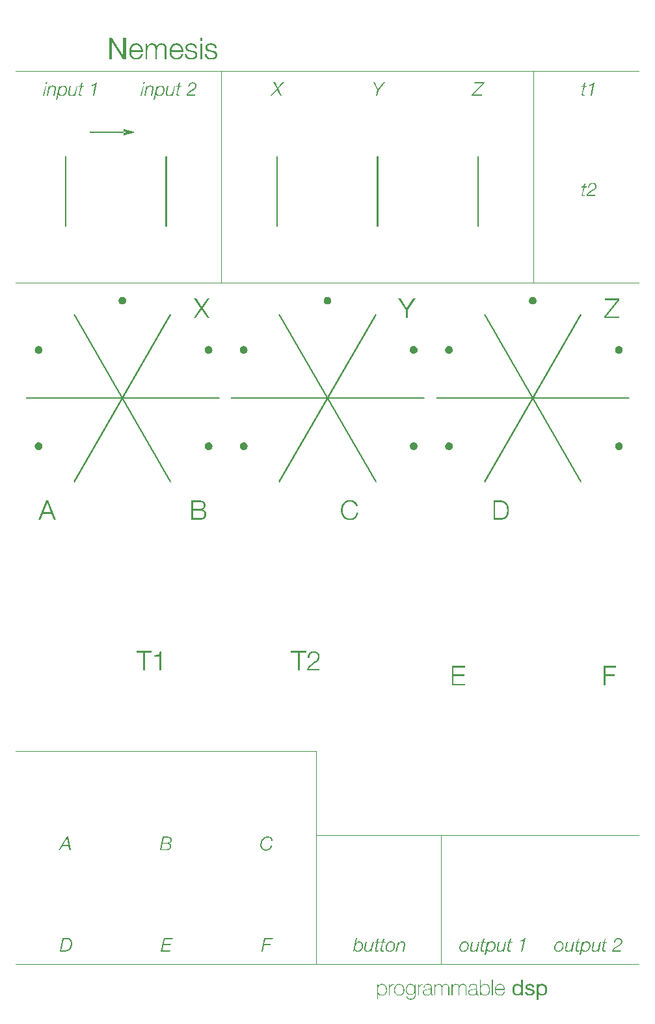
<source format=gbr>
G04 DipTrace 4.0.0.5*
G04 TopSilk.gbr*
%MOIN*%
G04 #@! TF.FileFunction,Legend,Top*
G04 #@! TF.Part,Single*
%ADD11C,0.000004*%
%FSLAX26Y26*%
G04*
G70*
G90*
G75*
G01*
G04 TopSilk*
%LPD*%
X444353Y3538100D2*
D11*
X1433801D1*
G36*
Y3534627D2*
X444353D1*
Y3541572D1*
X1433801D1*
Y3534627D1*
G37*
G36*
X590580Y5452739D2*
D1*
D1*
D1*
D1*
D1*
D1*
D1*
D1*
D1*
D1*
D1*
D1*
D1*
D1*
D1*
D1*
D1*
D1*
D1*
D1*
D1*
D1*
D1*
D1*
D1*
D1*
D1*
D1*
D1*
D1*
D1*
D1*
D1*
D1*
D1*
G37*
X691715Y3109656D2*
D11*
X1186440Y3966543D1*
G36*
X694719Y3107917D2*
X688711Y3111390D1*
X1183434Y3968276D1*
X1189444Y3964803D1*
X694719Y3107917D1*
G37*
X1186440Y3109656D2*
D11*
X691715Y3966543D1*
G36*
X1183434Y3107917D2*
X688711Y3964803D1*
X694719Y3968276D1*
X1189444Y3111390D1*
X1183434Y3107917D1*
G37*
G36*
X529594Y3785879D2*
X529459Y3783566D1*
X529066Y3781331D1*
X528428Y3779190D1*
X527562Y3777160D1*
X526483Y3775253D1*
X525205Y3773487D1*
X523743Y3771875D1*
X522113Y3770433D1*
X520329Y3769176D1*
X518408Y3768119D1*
X516365Y3767278D1*
X514214Y3766667D1*
X511969Y3766301D1*
X509648Y3766197D1*
X507343Y3766361D1*
X505118Y3766782D1*
X502988Y3767445D1*
X500971Y3768336D1*
X499079Y3769438D1*
X497329Y3770738D1*
X495735Y3772219D1*
X494314Y3773866D1*
X493077Y3775665D1*
X492045Y3777601D1*
X491227Y3779657D1*
X490643Y3781820D1*
X490306Y3784073D1*
X490231Y3786400D1*
X490424Y3788697D1*
X490873Y3790912D1*
X491563Y3793030D1*
X492478Y3795034D1*
X493602Y3796911D1*
X494923Y3798644D1*
X496424Y3800220D1*
X498088Y3801622D1*
X499903Y3802836D1*
X501853Y3803846D1*
X503923Y3804638D1*
X506096Y3805196D1*
X508358Y3805504D1*
X510688Y3805550D1*
X512976Y3805327D1*
X515182Y3804850D1*
X517287Y3804135D1*
X519278Y3803196D1*
X521140Y3802049D1*
X522857Y3800707D1*
X524413Y3799188D1*
X525795Y3797505D1*
X526988Y3795675D1*
X527975Y3793711D1*
X528740Y3791630D1*
X529272Y3789446D1*
X529552Y3787175D1*
X529594Y3785879D1*
G37*
G36*
X1400467D2*
X1400332Y3783566D1*
X1399938Y3781331D1*
X1399302Y3779190D1*
X1398436Y3777160D1*
X1397356Y3775253D1*
X1396077Y3773487D1*
X1394615Y3771875D1*
X1392986Y3770433D1*
X1391202Y3769176D1*
X1389282Y3768119D1*
X1387238Y3767278D1*
X1385087Y3766667D1*
X1382843Y3766301D1*
X1380521Y3766197D1*
X1378215Y3766361D1*
X1375991Y3766782D1*
X1373862Y3767445D1*
X1371844Y3768336D1*
X1369953Y3769438D1*
X1368202Y3770738D1*
X1366608Y3772219D1*
X1365186Y3773866D1*
X1363950Y3775665D1*
X1362917Y3777601D1*
X1362100Y3779657D1*
X1361516Y3781820D1*
X1361178Y3784073D1*
X1361104Y3786400D1*
X1361297Y3788697D1*
X1361745Y3790912D1*
X1362436Y3793030D1*
X1363350Y3795034D1*
X1364475Y3796911D1*
X1365797Y3798644D1*
X1367297Y3800220D1*
X1368962Y3801622D1*
X1370777Y3802836D1*
X1372726Y3803846D1*
X1374795Y3804638D1*
X1376969Y3805196D1*
X1379231Y3805504D1*
X1381560Y3805550D1*
X1383850Y3805327D1*
X1386055Y3804850D1*
X1388160Y3804135D1*
X1390151Y3803196D1*
X1392013Y3802049D1*
X1393730Y3800707D1*
X1395286Y3799188D1*
X1396669Y3797505D1*
X1397861Y3795675D1*
X1398848Y3793711D1*
X1399614Y3791630D1*
X1400144Y3789446D1*
X1400425Y3787175D1*
X1400467Y3785879D1*
G37*
G36*
X958762Y4037870D2*
X958627Y4035556D1*
X958234Y4033322D1*
X957596Y4031181D1*
X956730Y4029151D1*
X955651Y4027244D1*
X954373Y4025478D1*
X952911Y4023865D1*
X951281Y4022424D1*
X949497Y4021167D1*
X947576Y4020109D1*
X945533Y4019268D1*
X943382Y4018657D1*
X941138Y4018291D1*
X938816Y4018186D1*
X936510Y4018350D1*
X934286Y4018772D1*
X932157Y4019436D1*
X930139Y4020327D1*
X928248Y4021429D1*
X926497Y4022728D1*
X924903Y4024210D1*
X923482Y4025857D1*
X922245Y4027656D1*
X921213Y4029592D1*
X920395Y4031648D1*
X919811Y4033811D1*
X919474Y4036064D1*
X919399Y4038390D1*
X919592Y4040688D1*
X920041Y4042903D1*
X920731Y4045020D1*
X921646Y4047025D1*
X922770Y4048902D1*
X924091Y4050635D1*
X925592Y4052210D1*
X927257Y4053613D1*
X929072Y4054827D1*
X931021Y4055836D1*
X933091Y4056629D1*
X935264Y4057186D1*
X937526Y4057495D1*
X939856Y4057539D1*
X942146Y4057318D1*
X944350Y4056841D1*
X946455Y4056126D1*
X948446Y4055186D1*
X950308Y4054039D1*
X952025Y4052698D1*
X953581Y4051178D1*
X954963Y4049496D1*
X956156Y4047665D1*
X957143Y4045702D1*
X957909Y4043619D1*
X958440Y4041436D1*
X958720Y4039164D1*
X958762Y4037870D1*
G37*
G36*
X1361097Y3293077D2*
X1361231Y3295391D1*
X1361625Y3297625D1*
X1362262Y3299765D1*
X1363129Y3301797D1*
X1364209Y3303703D1*
X1365487Y3305470D1*
X1366949Y3307081D1*
X1368579Y3308524D1*
X1370361Y3309781D1*
X1372282Y3310837D1*
X1374325Y3311678D1*
X1376478Y3312290D1*
X1378722Y3312655D1*
X1381042Y3312760D1*
X1383348Y3312596D1*
X1385573Y3312175D1*
X1387702Y3311512D1*
X1389719Y3310621D1*
X1391612Y3309518D1*
X1393362Y3308219D1*
X1394955Y3306738D1*
X1396378Y3305089D1*
X1397613Y3303291D1*
X1398647Y3301356D1*
X1399463Y3299299D1*
X1400049Y3297136D1*
X1400386Y3294883D1*
X1400461Y3292556D1*
X1400266Y3290259D1*
X1399818Y3288045D1*
X1399129Y3285927D1*
X1398214Y3283923D1*
X1397088Y3282046D1*
X1395768Y3280312D1*
X1394268Y3278736D1*
X1392602Y3277335D1*
X1390787Y3276121D1*
X1388837Y3275110D1*
X1386769Y3274319D1*
X1384594Y3273761D1*
X1382332Y3273451D1*
X1380003Y3273407D1*
X1377714Y3273630D1*
X1375509Y3274106D1*
X1373403Y3274822D1*
X1371412Y3275760D1*
X1369551Y3276908D1*
X1367833Y3278249D1*
X1366277Y3279769D1*
X1364895Y3281451D1*
X1363703Y3283282D1*
X1362717Y3285245D1*
X1361950Y3287327D1*
X1361419Y3289510D1*
X1361139Y3291782D1*
X1361097Y3293077D1*
G37*
G36*
X490224D2*
X490358Y3295391D1*
X490752Y3297626D1*
X491390Y3299766D1*
X492256Y3301797D1*
X493335Y3303703D1*
X494614Y3305470D1*
X496075Y3307081D1*
X497705Y3308524D1*
X499488Y3309781D1*
X501409Y3310837D1*
X503453Y3311678D1*
X505605Y3312290D1*
X507849Y3312656D1*
X510169Y3312760D1*
X512475Y3312596D1*
X514699Y3312175D1*
X516829Y3311512D1*
X518846Y3310621D1*
X520739Y3309518D1*
X522488Y3308219D1*
X524083Y3306738D1*
X525505Y3305091D1*
X526740Y3303291D1*
X527774Y3301356D1*
X528591Y3299299D1*
X529175Y3297136D1*
X529512Y3294883D1*
X529587Y3292556D1*
X529394Y3290260D1*
X528945Y3288045D1*
X528255Y3285927D1*
X527340Y3283923D1*
X526215Y3282046D1*
X524895Y3280312D1*
X523395Y3278736D1*
X521730Y3277335D1*
X519915Y3276121D1*
X517965Y3275110D1*
X515895Y3274319D1*
X513722Y3273761D1*
X511459Y3273453D1*
X509130Y3273407D1*
X506841Y3273630D1*
X504636Y3274106D1*
X502530Y3274822D1*
X500539Y3275761D1*
X498677Y3276908D1*
X496961Y3278249D1*
X495404Y3279769D1*
X494022Y3281451D1*
X492829Y3283282D1*
X491844Y3285245D1*
X491077Y3287327D1*
X490546Y3289510D1*
X490265Y3291782D1*
X490224Y3293077D1*
G37*
X1495440Y3538100D2*
D11*
X2484887D1*
G36*
X2484881Y3534627D2*
X1495440D1*
Y3541572D1*
X2484881D1*
Y3534627D1*
G37*
X1742802Y3109656D2*
D11*
X2237525Y3966543D1*
G36*
X1745806Y3107917D2*
X1739798Y3111390D1*
X2234514Y3968276D1*
X2240537Y3964803D1*
X1745806Y3107917D1*
G37*
X2237525Y3109656D2*
D11*
X1742802Y3966543D1*
G36*
X2234514Y3107917D2*
X1739798Y3964803D1*
X1745806Y3968276D1*
X2240537Y3111390D1*
X2234514Y3107917D1*
G37*
G36*
X1580680Y3785879D2*
X1580546Y3783566D1*
X1580152Y3781331D1*
X1579514Y3779190D1*
X1578648Y3777160D1*
X1577568Y3775253D1*
X1576290Y3773487D1*
X1574829Y3771875D1*
X1573199Y3770433D1*
X1571416Y3769176D1*
X1569495Y3768119D1*
X1567451Y3767278D1*
X1565299Y3766667D1*
X1563055Y3766301D1*
X1560735Y3766197D1*
X1558429Y3766361D1*
X1556205Y3766782D1*
X1554075Y3767445D1*
X1552058Y3768336D1*
X1550165Y3769438D1*
X1548416Y3770738D1*
X1546822Y3772219D1*
X1545399Y3773866D1*
X1544164Y3775665D1*
X1543130Y3777601D1*
X1542314Y3779657D1*
X1541730Y3781820D1*
X1541392Y3784073D1*
X1541318Y3786400D1*
X1541510Y3788697D1*
X1541959Y3790912D1*
X1542650Y3793030D1*
X1543564Y3795034D1*
X1544689Y3796911D1*
X1546009Y3798644D1*
X1547509Y3800220D1*
X1549175Y3801622D1*
X1550990Y3802836D1*
X1552940Y3803846D1*
X1555009Y3804638D1*
X1557182Y3805196D1*
X1559445Y3805504D1*
X1561774Y3805550D1*
X1564063Y3805327D1*
X1566268Y3804850D1*
X1568374Y3804135D1*
X1570365Y3803196D1*
X1572227Y3802049D1*
X1573944Y3800707D1*
X1575500Y3799188D1*
X1576882Y3797505D1*
X1578075Y3795675D1*
X1579060Y3793711D1*
X1579827Y3791630D1*
X1580358Y3789446D1*
X1580638Y3787175D1*
X1580680Y3785879D1*
G37*
G36*
X2451552D2*
X2451419Y3783566D1*
X2451025Y3781331D1*
X2450387Y3779190D1*
X2449521Y3777160D1*
X2448442Y3775253D1*
X2447163Y3773487D1*
X2445702Y3771875D1*
X2444072Y3770433D1*
X2442289Y3769176D1*
X2440367Y3768119D1*
X2438324Y3767278D1*
X2436172Y3766667D1*
X2433928Y3766301D1*
X2431608Y3766197D1*
X2429302Y3766361D1*
X2427077Y3766782D1*
X2424948Y3767445D1*
X2422930Y3768336D1*
X2421038Y3769438D1*
X2419289Y3770738D1*
X2417694Y3772219D1*
X2416273Y3773866D1*
X2415037Y3775665D1*
X2414003Y3777601D1*
X2413186Y3779657D1*
X2412602Y3781820D1*
X2412265Y3784073D1*
X2412190Y3786400D1*
X2412383Y3788697D1*
X2412832Y3790912D1*
X2413522Y3793030D1*
X2414437Y3795034D1*
X2415562Y3796911D1*
X2416882Y3798644D1*
X2418383Y3800220D1*
X2420047Y3801622D1*
X2421862Y3802836D1*
X2423812Y3803846D1*
X2425882Y3804638D1*
X2428055Y3805196D1*
X2430318Y3805504D1*
X2432647Y3805550D1*
X2434936Y3805327D1*
X2437142Y3804850D1*
X2439247Y3804135D1*
X2441238Y3803196D1*
X2443100Y3802049D1*
X2444816Y3800707D1*
X2446373Y3799188D1*
X2447755Y3797505D1*
X2448948Y3795675D1*
X2449933Y3793711D1*
X2450699Y3791630D1*
X2451231Y3789446D1*
X2451512Y3787175D1*
X2451552Y3785879D1*
G37*
G36*
X2009848Y4037870D2*
X2009714Y4035556D1*
X2009320Y4033322D1*
X2008682Y4031181D1*
X2007816Y4029151D1*
X2006736Y4027244D1*
X2005458Y4025478D1*
X2003997Y4023865D1*
X2002367Y4022424D1*
X2000584Y4021167D1*
X1998663Y4020110D1*
X1996619Y4019268D1*
X1994467Y4018657D1*
X1992223Y4018291D1*
X1989903Y4018186D1*
X1987597Y4018350D1*
X1985373Y4018772D1*
X1983243Y4019436D1*
X1981226Y4020327D1*
X1979333Y4021429D1*
X1977584Y4022728D1*
X1975990Y4024210D1*
X1974567Y4025857D1*
X1973332Y4027656D1*
X1972298Y4029592D1*
X1971482Y4031648D1*
X1970898Y4033811D1*
X1970560Y4036064D1*
X1970486Y4038390D1*
X1970678Y4040688D1*
X1971127Y4042903D1*
X1971818Y4045020D1*
X1972732Y4047025D1*
X1973857Y4048902D1*
X1975177Y4050635D1*
X1976677Y4052210D1*
X1978343Y4053613D1*
X1980157Y4054827D1*
X1982108Y4055836D1*
X1984177Y4056629D1*
X1986350Y4057186D1*
X1988613Y4057495D1*
X1990942Y4057539D1*
X1993231Y4057318D1*
X1995436Y4056841D1*
X1997542Y4056126D1*
X1999533Y4055186D1*
X2001395Y4054039D1*
X2003112Y4052698D1*
X2004668Y4051178D1*
X2006050Y4049496D1*
X2007241Y4047665D1*
X2008228Y4045702D1*
X2008995Y4043619D1*
X2009526Y4041436D1*
X2009806Y4039164D1*
X2009848Y4037870D1*
G37*
G36*
X2412182Y3293077D2*
X2412318Y3295391D1*
X2412711Y3297626D1*
X2413348Y3299766D1*
X2414214Y3301797D1*
X2415294Y3303703D1*
X2416572Y3305470D1*
X2418034Y3307081D1*
X2419664Y3308524D1*
X2421448Y3309781D1*
X2423367Y3310837D1*
X2425412Y3311678D1*
X2427563Y3312290D1*
X2429807Y3312656D1*
X2432129Y3312760D1*
X2434434Y3312596D1*
X2436659Y3312175D1*
X2438787Y3311512D1*
X2440806Y3310621D1*
X2442697Y3309518D1*
X2444448Y3308219D1*
X2446042Y3306738D1*
X2447463Y3305091D1*
X2448699Y3303291D1*
X2449732Y3301356D1*
X2450550Y3299299D1*
X2451134Y3297136D1*
X2451471Y3294883D1*
X2451546Y3292556D1*
X2451353Y3290260D1*
X2450904Y3288045D1*
X2450214Y3285927D1*
X2449299Y3283923D1*
X2448175Y3282046D1*
X2446853Y3280312D1*
X2445353Y3278736D1*
X2443688Y3277335D1*
X2441873Y3276121D1*
X2439924Y3275110D1*
X2437854Y3274319D1*
X2435681Y3273761D1*
X2433419Y3273453D1*
X2431089Y3273407D1*
X2428799Y3273630D1*
X2426594Y3274106D1*
X2424490Y3274822D1*
X2422499Y3275761D1*
X2420636Y3276908D1*
X2418920Y3278249D1*
X2417362Y3279769D1*
X2415980Y3281451D1*
X2414789Y3283282D1*
X2413802Y3285245D1*
X2413035Y3287327D1*
X2412505Y3289510D1*
X2412224Y3291782D1*
X2412182Y3293077D1*
G37*
G36*
X1541311D2*
X1541445Y3295391D1*
X1541839Y3297626D1*
X1542476Y3299765D1*
X1543343Y3301797D1*
X1544423Y3303703D1*
X1545701Y3305470D1*
X1547161Y3307081D1*
X1548791Y3308524D1*
X1550575Y3309781D1*
X1552496Y3310837D1*
X1554539Y3311678D1*
X1556692Y3312290D1*
X1558936Y3312656D1*
X1561256Y3312760D1*
X1563562Y3312596D1*
X1565787Y3312175D1*
X1567916Y3311512D1*
X1569933Y3310621D1*
X1571825Y3309518D1*
X1573575Y3308219D1*
X1575169Y3306738D1*
X1576592Y3305091D1*
X1577827Y3303291D1*
X1578861Y3301356D1*
X1579677Y3299299D1*
X1580261Y3297136D1*
X1580598Y3294883D1*
X1580675Y3292556D1*
X1580480Y3290260D1*
X1580031Y3288045D1*
X1579343Y3285927D1*
X1578427Y3283923D1*
X1577302Y3282046D1*
X1575982Y3280312D1*
X1574482Y3278736D1*
X1572816Y3277335D1*
X1571001Y3276121D1*
X1569051Y3275110D1*
X1566983Y3274319D1*
X1564808Y3273761D1*
X1562546Y3273453D1*
X1560217Y3273407D1*
X1557928Y3273630D1*
X1555723Y3274106D1*
X1553617Y3274822D1*
X1551626Y3275761D1*
X1549765Y3276908D1*
X1548047Y3278249D1*
X1546491Y3279769D1*
X1545109Y3281451D1*
X1543917Y3283282D1*
X1542930Y3285245D1*
X1542164Y3287327D1*
X1541633Y3289510D1*
X1541353Y3291782D1*
X1541311Y3293077D1*
G37*
X2547360Y3538100D2*
D11*
X3536807D1*
G36*
X3536802Y3534627D2*
X2547353D1*
Y3541572D1*
X3536802D1*
Y3534627D1*
G37*
X2794720Y3109656D2*
D11*
X3289445Y3966543D1*
G36*
X2797734Y3107917D2*
X2791711Y3111390D1*
X3286436Y3968276D1*
X3292457Y3964803D1*
X2797734Y3107917D1*
G37*
X3289445Y3109656D2*
D11*
X2794720Y3966543D1*
G36*
X3286436Y3107917D2*
X2791711Y3964803D1*
X2797734Y3968276D1*
X3292457Y3111390D1*
X3286436Y3107917D1*
G37*
G36*
X2632600Y3785879D2*
X2632466Y3783566D1*
X2632072Y3781331D1*
X2631434Y3779190D1*
X2630568Y3777160D1*
X2629488Y3775253D1*
X2628210Y3773487D1*
X2626748Y3771875D1*
X2625118Y3770433D1*
X2623336Y3769176D1*
X2621415Y3768119D1*
X2619371Y3767278D1*
X2617219Y3766667D1*
X2614975Y3766301D1*
X2612655Y3766197D1*
X2610349Y3766361D1*
X2608123Y3766782D1*
X2605995Y3767445D1*
X2603976Y3768336D1*
X2602085Y3769438D1*
X2600335Y3770738D1*
X2598741Y3772219D1*
X2597319Y3773866D1*
X2596084Y3775665D1*
X2595050Y3777601D1*
X2594234Y3779657D1*
X2593648Y3781820D1*
X2593311Y3784073D1*
X2593236Y3786400D1*
X2593430Y3788697D1*
X2593879Y3790912D1*
X2594568Y3793030D1*
X2595483Y3795034D1*
X2596609Y3796911D1*
X2597929Y3798644D1*
X2599429Y3800220D1*
X2601094Y3801622D1*
X2602909Y3802836D1*
X2604860Y3803846D1*
X2606928Y3804638D1*
X2609101Y3805196D1*
X2611365Y3805504D1*
X2613694Y3805550D1*
X2615983Y3805327D1*
X2618188Y3804850D1*
X2620294Y3804135D1*
X2622285Y3803196D1*
X2624146Y3802049D1*
X2625862Y3800707D1*
X2627420Y3799188D1*
X2628802Y3797505D1*
X2629993Y3795675D1*
X2630980Y3793711D1*
X2631747Y3791630D1*
X2632278Y3789446D1*
X2632558Y3787175D1*
X2632600Y3785879D1*
G37*
G36*
X3503472D2*
X3503339Y3783566D1*
X3502945Y3781331D1*
X3502307Y3779190D1*
X3501441Y3777160D1*
X3500361Y3775253D1*
X3499083Y3773487D1*
X3497622Y3771875D1*
X3495992Y3770433D1*
X3494209Y3769176D1*
X3492287Y3768119D1*
X3490244Y3767278D1*
X3488092Y3766667D1*
X3485848Y3766301D1*
X3483528Y3766197D1*
X3481222Y3766361D1*
X3478996Y3766782D1*
X3476867Y3767445D1*
X3474850Y3768336D1*
X3472958Y3769438D1*
X3471209Y3770738D1*
X3469614Y3772219D1*
X3468192Y3773866D1*
X3466957Y3775665D1*
X3465923Y3777601D1*
X3465106Y3779657D1*
X3464522Y3781820D1*
X3464185Y3784073D1*
X3464109Y3786400D1*
X3464303Y3788697D1*
X3464752Y3790912D1*
X3465441Y3793030D1*
X3466357Y3795034D1*
X3467482Y3796911D1*
X3468802Y3798644D1*
X3470302Y3800220D1*
X3471967Y3801622D1*
X3473782Y3802836D1*
X3475732Y3803846D1*
X3477801Y3804638D1*
X3479975Y3805196D1*
X3482238Y3805504D1*
X3484567Y3805550D1*
X3486856Y3805327D1*
X3489060Y3804850D1*
X3491167Y3804135D1*
X3493157Y3803196D1*
X3495018Y3802049D1*
X3496736Y3800707D1*
X3498293Y3799188D1*
X3499675Y3797505D1*
X3500866Y3795675D1*
X3501853Y3793711D1*
X3502619Y3791630D1*
X3503151Y3789446D1*
X3503430Y3787175D1*
X3503472Y3785879D1*
G37*
G36*
X3061768Y4037870D2*
X3061634Y4035556D1*
X3061240Y4033322D1*
X3060602Y4031181D1*
X3059736Y4029151D1*
X3058656Y4027244D1*
X3057378Y4025478D1*
X3055916Y4023865D1*
X3054287Y4022424D1*
X3052504Y4021167D1*
X3050583Y4020109D1*
X3048539Y4019268D1*
X3046387Y4018657D1*
X3044143Y4018291D1*
X3041823Y4018186D1*
X3039517Y4018350D1*
X3037291Y4018772D1*
X3035163Y4019436D1*
X3033146Y4020327D1*
X3031253Y4021429D1*
X3029503Y4022728D1*
X3027909Y4024210D1*
X3026487Y4025857D1*
X3025252Y4027656D1*
X3024218Y4029592D1*
X3023402Y4031648D1*
X3022818Y4033811D1*
X3022480Y4036064D1*
X3022404Y4038390D1*
X3022598Y4040688D1*
X3023047Y4042903D1*
X3023736Y4045020D1*
X3024652Y4047025D1*
X3025777Y4048902D1*
X3027097Y4050635D1*
X3028597Y4052210D1*
X3030262Y4053613D1*
X3032077Y4054827D1*
X3034028Y4055836D1*
X3036096Y4056629D1*
X3038270Y4057186D1*
X3040533Y4057495D1*
X3042862Y4057539D1*
X3045151Y4057318D1*
X3047356Y4056841D1*
X3049462Y4056126D1*
X3051453Y4055186D1*
X3053314Y4054039D1*
X3055031Y4052698D1*
X3056588Y4051178D1*
X3057970Y4049496D1*
X3059161Y4047665D1*
X3060148Y4045702D1*
X3060915Y4043619D1*
X3061446Y4041436D1*
X3061726Y4039164D1*
X3061768Y4037870D1*
G37*
G36*
X3464102Y3293077D2*
X3464238Y3295391D1*
X3464631Y3297626D1*
X3465268Y3299765D1*
X3466134Y3301797D1*
X3467214Y3303703D1*
X3468492Y3305470D1*
X3469954Y3307081D1*
X3471584Y3308524D1*
X3473367Y3309781D1*
X3475287Y3310837D1*
X3477332Y3311678D1*
X3479483Y3312290D1*
X3481727Y3312656D1*
X3484049Y3312760D1*
X3486354Y3312596D1*
X3488579Y3312175D1*
X3490707Y3311512D1*
X3492726Y3310621D1*
X3494617Y3309518D1*
X3496367Y3308219D1*
X3497962Y3306738D1*
X3499383Y3305091D1*
X3500619Y3303291D1*
X3501652Y3301356D1*
X3502470Y3299299D1*
X3503054Y3297136D1*
X3503391Y3294883D1*
X3503466Y3292556D1*
X3503273Y3290260D1*
X3502824Y3288045D1*
X3502134Y3285927D1*
X3501219Y3283923D1*
X3500094Y3282046D1*
X3498773Y3280312D1*
X3497273Y3278736D1*
X3495608Y3277335D1*
X3493793Y3276121D1*
X3491844Y3275110D1*
X3489774Y3274319D1*
X3487601Y3273761D1*
X3485339Y3273451D1*
X3483009Y3273407D1*
X3480719Y3273630D1*
X3478514Y3274106D1*
X3476409Y3274822D1*
X3474419Y3275761D1*
X3472556Y3276908D1*
X3470840Y3278249D1*
X3469282Y3279769D1*
X3467900Y3281451D1*
X3466709Y3283282D1*
X3465722Y3285245D1*
X3464955Y3287327D1*
X3464425Y3289510D1*
X3464144Y3291782D1*
X3464102Y3293077D1*
G37*
G36*
X2593230D2*
X2593365Y3295391D1*
X2593759Y3297626D1*
X2594395Y3299766D1*
X2595261Y3301797D1*
X2596341Y3303703D1*
X2597619Y3305470D1*
X2599081Y3307081D1*
X2600711Y3308524D1*
X2602495Y3309781D1*
X2604415Y3310837D1*
X2606459Y3311678D1*
X2608610Y3312290D1*
X2610854Y3312656D1*
X2613176Y3312760D1*
X2615482Y3312596D1*
X2617706Y3312175D1*
X2619835Y3311512D1*
X2621853Y3310621D1*
X2623744Y3309518D1*
X2625495Y3308219D1*
X2627089Y3306738D1*
X2628510Y3305091D1*
X2629747Y3303291D1*
X2630780Y3301356D1*
X2631597Y3299299D1*
X2632181Y3297136D1*
X2632518Y3294883D1*
X2632593Y3292556D1*
X2632400Y3290260D1*
X2631951Y3288045D1*
X2631261Y3285927D1*
X2630346Y3283923D1*
X2629222Y3282046D1*
X2627900Y3280312D1*
X2626400Y3278736D1*
X2624735Y3277335D1*
X2622920Y3276121D1*
X2620971Y3275110D1*
X2618902Y3274319D1*
X2616728Y3273761D1*
X2614466Y3273453D1*
X2612136Y3273407D1*
X2609846Y3273630D1*
X2607642Y3274106D1*
X2605537Y3274822D1*
X2603546Y3275761D1*
X2601684Y3276908D1*
X2599967Y3278249D1*
X2598409Y3279769D1*
X2597028Y3281451D1*
X2595836Y3283282D1*
X2594849Y3285245D1*
X2594083Y3287327D1*
X2593552Y3289510D1*
X2593272Y3291782D1*
X2593230Y3293077D1*
G37*
G36*
X3586619Y4126961D2*
X393449Y4126979D1*
X392950Y4127135D1*
X392504Y4127448D1*
X392176Y4127881D1*
X392003Y4128371D1*
X391984Y4128911D1*
X392129Y4129416D1*
X392429Y4129869D1*
X392854Y4130207D1*
X393340Y4130394D1*
X393707Y4130433D1*
X3586881Y4130413D1*
X3587381Y4130257D1*
X3587825Y4129945D1*
X3588152Y4129512D1*
X3588325Y4129021D1*
X3588343Y4128482D1*
X3588201Y4127978D1*
X3587900Y4127524D1*
X3587476Y4127185D1*
X3586990Y4127000D1*
X3586619Y4126961D1*
G37*
G36*
Y5208999D2*
X393449Y5209017D1*
X392950Y5209173D1*
X392504Y5209486D1*
X392176Y5209919D1*
X392003Y5210409D1*
X391984Y5210949D1*
X392129Y5211454D1*
X392429Y5211907D1*
X392854Y5212245D1*
X393340Y5212432D1*
X393707Y5212471D1*
X3586881Y5212451D1*
X3587381Y5212295D1*
X3587825Y5211983D1*
X3588152Y5211550D1*
X3588325Y5211059D1*
X3588343Y5210520D1*
X3588201Y5210016D1*
X3587900Y5209562D1*
X3587476Y5209223D1*
X3586990Y5209038D1*
X3586619Y5208999D1*
G37*
G36*
Y1299337D2*
X1934349Y1299357D1*
X1933850Y1299510D1*
X1933404Y1299822D1*
X1933076Y1300255D1*
X1932903Y1300747D1*
X1932886Y1301289D1*
X1933029Y1301795D1*
X1933329Y1302248D1*
X1933755Y1302585D1*
X1934240Y1302770D1*
X1934608Y1302810D1*
X3586881Y1302790D1*
X3587381Y1302635D1*
X3587825Y1302325D1*
X3588152Y1301892D1*
X3588325Y1301400D1*
X3588343Y1300857D1*
X3588201Y1300352D1*
X3587900Y1299898D1*
X3587476Y1299560D1*
X3586990Y1299377D1*
X3586619Y1299337D1*
G37*
G36*
X1934608Y1729892D2*
X393449Y1729912D1*
X392950Y1730067D1*
X392504Y1730377D1*
X392176Y1730810D1*
X392003Y1731302D1*
X391984Y1731845D1*
X392129Y1732350D1*
X392429Y1732804D1*
X392854Y1733142D1*
X393340Y1733325D1*
X393707Y1733365D1*
X1934867Y1733345D1*
X1935366Y1733192D1*
X1935812Y1732881D1*
X1936140Y1732448D1*
X1936314Y1731955D1*
X1936331Y1731413D1*
X1936188Y1730907D1*
X1935886Y1730454D1*
X1935462Y1730117D1*
X1934976Y1729932D1*
X1934608Y1729892D1*
G37*
G36*
X3586619Y638950D2*
X2575516Y641000D1*
D1*
X2575538Y1301085D1*
X2575504Y1301421D1*
X2575325Y1301911D1*
X2574993Y1302340D1*
X2574543Y1302644D1*
X2574041Y1302794D1*
X2573497Y1302783D1*
X2573003Y1302617D1*
X2572566Y1302295D1*
X2572249Y1301854D1*
X2572089Y1301356D1*
X2572066Y641272D1*
X1936322Y641000D1*
D1*
X1936344Y1731640D1*
X1936310Y1731978D1*
X1936130Y1732466D1*
X1935797Y1732895D1*
X1935346Y1733201D1*
X1934845Y1733349D1*
X1934306Y1733339D1*
X1933811Y1733172D1*
X1933374Y1732850D1*
X1933056Y1732409D1*
X1932895Y1731912D1*
X1932871Y641272D1*
X1932957Y640743D1*
X1933207Y640256D1*
X1933593Y639874D1*
X1934081Y639629D1*
X1934608Y639547D1*
X1934911Y639573D1*
X1935404Y639740D1*
X1935843Y640062D1*
X1936160Y640503D1*
X1936322Y641000D1*
X2572066Y641272D1*
X2572151Y640743D1*
X2572400Y640256D1*
X2572783Y639874D1*
X2573273Y639629D1*
X2573802Y639547D1*
X2574106Y639573D1*
X2574602Y639740D1*
X2575039Y640062D1*
X2575356Y640503D1*
X2575516Y641000D1*
X3586619Y638950D1*
X393449Y638970D1*
X392950Y639125D1*
X392504Y639434D1*
X392176Y639867D1*
X392003Y640360D1*
X391984Y640903D1*
X392129Y641408D1*
X392429Y641862D1*
X392854Y642199D1*
X393340Y642383D1*
X393707Y642423D1*
X3586881Y642403D1*
X3587381Y642249D1*
X3587825Y641938D1*
X3588152Y641505D1*
X3588325Y641013D1*
X3588343Y640470D1*
X3588201Y639965D1*
X3587900Y639510D1*
X3587476Y639175D1*
X3586990Y638990D1*
X3586619Y638950D1*
G37*
G36*
X885854Y5382705D2*
X943308Y5294244D1*
X943608D1*
Y5382705D1*
X957361D1*
Y5273621D1*
X941465D1*
X884484Y5361165D1*
X884173D1*
Y5273621D1*
X870433D1*
Y5382705D1*
X885854D1*
G37*
G36*
X985247Y5299669D2*
X985967Y5297272D1*
X986858Y5294984D1*
X987920Y5292807D1*
X989154Y5290740D1*
X990559Y5288790D1*
X991801Y5287332D1*
X993146Y5285969D1*
X994972Y5284396D1*
X996961Y5282972D1*
X998671Y5281948D1*
X1000030Y5281285D1*
X1001462Y5280722D1*
X1002962Y5280261D1*
X1004531Y5279900D1*
X1006168Y5279642D1*
X1008457Y5279453D1*
X1010510Y5279433D1*
X1012303Y5279510D1*
X1014025Y5279673D1*
X1015675Y5279921D1*
X1017253Y5280253D1*
X1018760Y5280672D1*
X1020196Y5281175D1*
X1021560Y5281764D1*
X1022854Y5282437D1*
X1024077Y5283196D1*
X1025228Y5284041D1*
X1026310Y5284970D1*
X1027328Y5285970D1*
X1028290Y5287026D1*
X1029194Y5288139D1*
X1030042Y5289308D1*
X1031207Y5291169D1*
X1032243Y5293157D1*
X1033151Y5295274D1*
X1033930Y5297518D1*
X1034517Y5299594D1*
X1044131D1*
X1043362Y5296558D1*
X1042681Y5294362D1*
X1041920Y5292264D1*
X1041080Y5290259D1*
X1040160Y5288348D1*
X1039160Y5286533D1*
X1038083Y5284812D1*
X1036924Y5283185D1*
X1035686Y5281654D1*
X1034370Y5280217D1*
X1032974Y5278874D1*
X1031487Y5277635D1*
X1029894Y5276510D1*
X1028197Y5275499D1*
X1026394Y5274600D1*
X1024486Y5273816D1*
X1022471Y5273144D1*
X1020353Y5272588D1*
X1018129Y5272144D1*
X1015799Y5271814D1*
X1013365Y5271597D1*
X1010825Y5271495D1*
X1007197Y5271549D1*
X1004119Y5271812D1*
X1001913Y5272143D1*
X999795Y5272588D1*
X997766Y5273148D1*
X995824Y5273822D1*
X993970Y5274612D1*
X991635Y5275823D1*
X989986Y5276831D1*
X988425Y5277924D1*
X986950Y5279101D1*
X985563Y5280365D1*
X984264Y5281713D1*
X983050Y5283146D1*
X981568Y5285181D1*
X980224Y5287332D1*
X979020Y5289597D1*
X977950Y5291976D1*
X977020Y5294467D1*
X976050Y5297739D1*
X975155Y5301808D1*
X974545Y5305997D1*
X974222Y5310303D1*
X974186Y5314592D1*
X974440Y5318668D1*
X974980Y5322702D1*
X975807Y5326694D1*
X976715Y5329972D1*
X977596Y5332495D1*
X978614Y5334917D1*
X979770Y5337240D1*
X981063Y5339463D1*
X982493Y5341588D1*
X983664Y5343105D1*
X984923Y5344543D1*
X986268Y5345902D1*
X987699Y5347180D1*
X989744Y5348760D1*
X991945Y5350199D1*
X993697Y5351185D1*
X995538Y5352066D1*
X997466Y5352823D1*
X999483Y5353453D1*
X1001587Y5353958D1*
X1003780Y5354339D1*
X1006059Y5354594D1*
X1009236Y5354740D1*
X1011698Y5354702D1*
X1014076Y5354530D1*
X1013635Y5346646D1*
D1*
X1017093Y5345860D1*
X1020146Y5344280D1*
X1023211Y5342699D1*
X1025802Y5340617D1*
X1027945Y5338020D1*
X1030088Y5335423D1*
X1031743Y5332438D1*
X1032908Y5329081D1*
X1034075Y5325718D1*
X1034713Y5322205D1*
X1034822Y5318537D1*
X983795D1*
X984202Y5322104D1*
X985030Y5325589D1*
X986304Y5329000D1*
X987580Y5332412D1*
X989289Y5335423D1*
X991432Y5338020D1*
X993575Y5340617D1*
X996165Y5342699D1*
X999218Y5344280D1*
X1002282Y5345860D1*
X1005795Y5346646D1*
X1009756D1*
X1013635D1*
X1014076Y5354530D1*
X1016360Y5354226D1*
X1018545Y5353789D1*
X1020634Y5353218D1*
X1022627Y5352514D1*
X1024524Y5351677D1*
X1026325Y5350710D1*
X1028592Y5349270D1*
X1030188Y5348093D1*
X1031696Y5346835D1*
X1033114Y5345492D1*
X1034446Y5344068D1*
X1035692Y5342562D1*
X1036849Y5340972D1*
X1038256Y5338738D1*
X1039517Y5336391D1*
X1040634Y5333930D1*
X1041605Y5331357D1*
X1042428Y5328671D1*
X1043251Y5325167D1*
X1043958Y5320906D1*
X1044367Y5316610D1*
X1044479Y5312283D1*
X1044451Y5310835D1*
X1044366Y5310438D1*
X983822D1*
X983797Y5310106D1*
X983962Y5306861D1*
X984402Y5303546D1*
X985121Y5300159D1*
X985247Y5299669D1*
G37*
G36*
X1066289Y5352451D2*
Y5339169D1*
X1066293Y5339165D1*
X1066748D1*
X1067635Y5340766D1*
X1068756Y5342551D1*
X1069959Y5344224D1*
X1071244Y5345786D1*
X1072612Y5347236D1*
X1074062Y5348573D1*
X1075593Y5349799D1*
X1077209Y5350912D1*
X1078056Y5351420D1*
X1078933Y5351891D1*
X1079841Y5352325D1*
X1080778Y5352726D1*
X1081745Y5353088D1*
X1082743Y5353415D1*
X1083770Y5353706D1*
X1084828Y5353961D1*
X1087033Y5354364D1*
X1089360Y5354622D1*
X1091808Y5354738D1*
X1093995Y5354711D1*
X1095991Y5354551D1*
X1097936Y5354259D1*
X1099831Y5353833D1*
X1101673Y5353274D1*
X1103465Y5352584D1*
X1105206Y5351760D1*
X1106895Y5350802D1*
X1107706Y5350273D1*
X1108479Y5349709D1*
X1109217Y5349110D1*
X1109917Y5348476D1*
X1110580Y5347808D1*
X1111207Y5347106D1*
X1111798Y5346369D1*
X1112352Y5345596D1*
X1112869Y5344789D1*
X1113350Y5343948D1*
X1113794Y5343072D1*
X1114202Y5342161D1*
X1114575Y5341215D1*
X1115226Y5339408D1*
X1115706Y5340417D1*
X1116215Y5341390D1*
X1116753Y5342329D1*
X1117323Y5343234D1*
X1117920Y5344104D1*
X1118549Y5344938D1*
X1119205Y5345739D1*
X1119892Y5346505D1*
X1120608Y5347236D1*
X1121353Y5347933D1*
X1122127Y5348594D1*
X1122932Y5349222D1*
X1123765Y5349814D1*
X1124627Y5350371D1*
X1126429Y5351383D1*
X1128276Y5352262D1*
X1130152Y5353008D1*
X1132062Y5353621D1*
X1134003Y5354101D1*
X1135975Y5354448D1*
X1137980Y5354661D1*
X1140017Y5354743D1*
X1142882Y5354669D1*
X1146037Y5354358D1*
X1148965Y5353807D1*
X1151664Y5353016D1*
X1154136Y5351983D1*
X1156382Y5350709D1*
X1158399Y5349194D1*
X1160189Y5347438D1*
X1161751Y5345442D1*
X1163085Y5343205D1*
X1164192Y5340727D1*
X1165071Y5338008D1*
X1165723Y5335049D1*
X1166147Y5331848D1*
X1166344Y5328406D1*
X1166358Y5273802D1*
X1166329Y5273621D1*
X1156783D1*
X1156728Y5273697D1*
X1156703Y5328130D1*
X1156547Y5330534D1*
X1156247Y5332776D1*
X1156043Y5333836D1*
X1155803Y5334854D1*
X1155528Y5335833D1*
X1155217Y5336772D1*
X1154869Y5337671D1*
X1154484Y5338528D1*
X1154066Y5339345D1*
X1153609Y5340121D1*
X1153117Y5340857D1*
X1152589Y5341554D1*
X1152017Y5342205D1*
X1151391Y5342812D1*
X1150709Y5343374D1*
X1149972Y5343892D1*
X1149182Y5344365D1*
X1148336Y5344794D1*
X1147434Y5345178D1*
X1146479Y5345517D1*
X1145469Y5345812D1*
X1144404Y5346063D1*
X1143285Y5346268D1*
X1142110Y5346429D1*
X1140881Y5346546D1*
X1139597Y5346618D1*
X1137373Y5346638D1*
X1135789Y5346560D1*
X1134281Y5346402D1*
X1132846Y5346159D1*
X1131487Y5345835D1*
X1130201Y5345427D1*
X1128990Y5344937D1*
X1127852Y5344364D1*
X1126787Y5343718D1*
X1125780Y5343017D1*
X1124831Y5342260D1*
X1123938Y5341448D1*
X1123104Y5340579D1*
X1122329Y5339654D1*
X1121613Y5338672D1*
X1120646Y5337101D1*
X1119794Y5335437D1*
X1119055Y5333682D1*
X1118429Y5331837D1*
X1117916Y5329903D1*
X1117301Y5326518D1*
X1116902Y5323042D1*
X1116717Y5319480D1*
X1116701Y5273621D1*
X1107087D1*
X1107058Y5328558D1*
X1106861Y5331091D1*
X1106483Y5333541D1*
X1106046Y5335436D1*
X1105622Y5336781D1*
X1105117Y5338055D1*
X1104529Y5339259D1*
X1103857Y5340390D1*
X1103097Y5341445D1*
X1102238Y5342411D1*
X1101277Y5343290D1*
X1100215Y5344079D1*
X1099054Y5344777D1*
X1098224Y5345193D1*
X1097343Y5345559D1*
X1096413Y5345873D1*
X1094929Y5346243D1*
X1093339Y5346493D1*
X1091642Y5346625D1*
X1089614Y5346633D1*
X1088063Y5346546D1*
X1086568Y5346385D1*
X1085129Y5346144D1*
X1083745Y5345828D1*
X1082416Y5345434D1*
X1081142Y5344965D1*
X1079924Y5344417D1*
X1078768Y5343802D1*
X1077668Y5343127D1*
X1076626Y5342394D1*
X1075643Y5341602D1*
X1074718Y5340753D1*
X1073854Y5339844D1*
X1073049Y5338878D1*
X1071946Y5337322D1*
X1070954Y5335655D1*
X1070075Y5333882D1*
X1069312Y5332000D1*
X1068665Y5330012D1*
X1067974Y5327205D1*
X1067472Y5324257D1*
X1067164Y5321171D1*
X1067047Y5317415D1*
Y5273787D1*
X1067022Y5273621D1*
X1057491D1*
X1057432Y5273714D1*
X1057434Y5352451D1*
X1066289D1*
G37*
G36*
X1191803Y5299669D2*
X1192524Y5297272D1*
X1193415Y5294984D1*
X1194476Y5292807D1*
X1195710Y5290740D1*
X1197115Y5288790D1*
X1198357Y5287332D1*
X1199702Y5285969D1*
X1201529Y5284396D1*
X1203518Y5282972D1*
X1205227Y5281948D1*
X1206587Y5281285D1*
X1208018Y5280722D1*
X1209518Y5280261D1*
X1211088Y5279900D1*
X1212724Y5279642D1*
X1215013Y5279453D1*
X1217067Y5279433D1*
X1218860Y5279510D1*
X1220581Y5279673D1*
X1222231Y5279921D1*
X1223810Y5280253D1*
X1225316Y5280672D1*
X1226752Y5281175D1*
X1228117Y5281764D1*
X1229411Y5282437D1*
X1230634Y5283196D1*
X1231786Y5284041D1*
X1232866Y5284970D1*
X1233885Y5285970D1*
X1234846Y5287026D1*
X1235751Y5288139D1*
X1236598Y5289308D1*
X1237764Y5291169D1*
X1238801Y5293157D1*
X1239707Y5295274D1*
X1240487Y5297518D1*
X1241073Y5299594D1*
X1250688D1*
X1249919Y5296558D1*
X1249238Y5294362D1*
X1248476Y5292264D1*
X1247636Y5290259D1*
X1246717Y5288348D1*
X1245717Y5286533D1*
X1244639Y5284812D1*
X1243480Y5283185D1*
X1242243Y5281654D1*
X1240927Y5280217D1*
X1239530Y5278874D1*
X1238043Y5277635D1*
X1236450Y5276510D1*
X1234753Y5275499D1*
X1232950Y5274600D1*
X1231042Y5273816D1*
X1229028Y5273144D1*
X1226909Y5272588D1*
X1224685Y5272144D1*
X1222356Y5271814D1*
X1219921Y5271597D1*
X1217382Y5271495D1*
X1213753Y5271549D1*
X1210676Y5271812D1*
X1208470Y5272143D1*
X1206352Y5272588D1*
X1204323Y5273148D1*
X1202381Y5273822D1*
X1200526Y5274612D1*
X1198192Y5275823D1*
X1196543Y5276831D1*
X1194982Y5277924D1*
X1193507Y5279101D1*
X1192119Y5280365D1*
X1190820Y5281713D1*
X1189606Y5283146D1*
X1188125Y5285181D1*
X1186781Y5287332D1*
X1185576Y5289597D1*
X1184507Y5291976D1*
X1183576Y5294467D1*
X1182606Y5297739D1*
X1181711Y5301808D1*
X1181101Y5305997D1*
X1180778Y5310303D1*
X1180743Y5314592D1*
X1180996Y5318668D1*
X1181537Y5322702D1*
X1182364Y5326694D1*
X1183272Y5329972D1*
X1184152Y5332495D1*
X1185171Y5334917D1*
X1186327Y5337240D1*
X1187621Y5339463D1*
X1189050Y5341588D1*
X1190220Y5343105D1*
X1191479Y5344543D1*
X1192824Y5345902D1*
X1194256Y5347180D1*
X1196301Y5348760D1*
X1198501Y5350199D1*
X1200253Y5351185D1*
X1202094Y5352066D1*
X1204022Y5352823D1*
X1206039Y5353453D1*
X1208143Y5353958D1*
X1210336Y5354339D1*
X1212615Y5354594D1*
X1215793Y5354740D1*
X1218255Y5354702D1*
X1220634Y5354530D1*
X1220192Y5346646D1*
D1*
X1223650Y5345860D1*
X1226702Y5344280D1*
X1229768Y5342699D1*
X1232358Y5340617D1*
X1234501Y5338020D1*
X1236644Y5335423D1*
X1238299Y5332438D1*
X1239465Y5329081D1*
X1240631Y5325718D1*
X1241269Y5322205D1*
X1241378Y5318537D1*
X1190352D1*
X1190759Y5322104D1*
X1191587Y5325589D1*
X1192861Y5329000D1*
X1194136Y5332412D1*
X1195845Y5335423D1*
X1197988Y5338020D1*
X1200131Y5340617D1*
X1202722Y5342699D1*
X1205774Y5344280D1*
X1208839Y5345860D1*
X1212352Y5346646D1*
X1216312D1*
X1220192D1*
X1220634Y5354530D1*
X1222916Y5354226D1*
X1225101Y5353789D1*
X1227192Y5353218D1*
X1229184Y5352514D1*
X1231081Y5351677D1*
X1232882Y5350710D1*
X1235148Y5349270D1*
X1236744Y5348093D1*
X1238252Y5346835D1*
X1239671Y5345492D1*
X1241003Y5344068D1*
X1242248Y5342562D1*
X1243406Y5340972D1*
X1244812Y5338738D1*
X1246075Y5336391D1*
X1247190Y5333930D1*
X1248161Y5331357D1*
X1248984Y5328671D1*
X1249807Y5325167D1*
X1250514Y5320906D1*
X1250924Y5316610D1*
X1251035Y5312283D1*
X1251008Y5310835D1*
X1250923Y5310438D1*
X1190378D1*
X1190353Y5310106D1*
X1190518Y5306861D1*
X1190958Y5303546D1*
X1191677Y5300159D1*
X1191803Y5299669D1*
G37*
G36*
X1309357Y5337097D2*
X1308673Y5338318D1*
X1307903Y5339453D1*
X1307046Y5340504D1*
X1306105Y5341470D1*
X1305079Y5342350D1*
X1303975Y5343146D1*
X1302808Y5343858D1*
X1301579Y5344486D1*
X1300289Y5345029D1*
X1298938Y5345490D1*
X1297531Y5345865D1*
X1295356Y5346289D1*
X1293102Y5346550D1*
X1290770Y5346646D1*
X1288248Y5346559D1*
X1285749Y5346269D1*
X1283865Y5345916D1*
X1282627Y5345606D1*
X1281430Y5345230D1*
X1280274Y5344786D1*
X1279159Y5344274D1*
X1278084Y5343694D1*
X1277064Y5343045D1*
X1276123Y5342322D1*
X1275261Y5341526D1*
X1274475Y5340659D1*
X1273769Y5339718D1*
X1273448Y5339218D1*
X1273159Y5338697D1*
X1272899Y5338152D1*
X1272672Y5337585D1*
X1272474Y5336996D1*
X1272307Y5336385D1*
X1272172Y5335751D1*
X1272067Y5335093D1*
X1271949Y5333713D1*
X1271953Y5332392D1*
X1272000Y5331806D1*
X1272075Y5331238D1*
X1272181Y5330688D1*
X1272315Y5330156D1*
X1272480Y5329642D1*
X1272675Y5329147D1*
X1272898Y5328671D1*
X1273151Y5328213D1*
X1273436Y5327773D1*
X1274072Y5326938D1*
X1274769Y5326155D1*
X1275528Y5325423D1*
X1276349Y5324740D1*
X1277231Y5324110D1*
X1278656Y5323249D1*
X1280161Y5322480D1*
X1282290Y5321593D1*
X1287039Y5320083D1*
X1301110Y5316854D1*
X1303483Y5316420D1*
X1305841Y5315822D1*
X1308186Y5315060D1*
X1309738Y5314461D1*
X1311235Y5313785D1*
X1312667Y5313037D1*
X1314033Y5312215D1*
X1315333Y5311322D1*
X1316564Y5310356D1*
X1317718Y5309306D1*
X1318787Y5308165D1*
X1319772Y5306936D1*
X1320671Y5305615D1*
X1321483Y5304206D1*
X1321854Y5303466D1*
X1322192Y5302699D1*
X1322492Y5301908D1*
X1322755Y5301093D1*
X1322982Y5300252D1*
X1323172Y5299386D1*
X1323324Y5298493D1*
X1323441Y5297577D1*
X1323563Y5295669D1*
X1323568Y5294601D1*
X1323524Y5293399D1*
X1323425Y5292231D1*
X1323273Y5291098D1*
X1323067Y5290001D1*
X1322807Y5288938D1*
X1322495Y5287912D1*
X1322129Y5286920D1*
X1321710Y5285965D1*
X1321239Y5285043D1*
X1320715Y5284157D1*
X1320144Y5283304D1*
X1319545Y5282484D1*
X1318915Y5281694D1*
X1318256Y5280934D1*
X1317568Y5280206D1*
X1316849Y5279509D1*
X1316102Y5278843D1*
X1315324Y5278207D1*
X1314517Y5277604D1*
X1313680Y5277029D1*
X1311930Y5275972D1*
X1310096Y5275035D1*
X1308175Y5274217D1*
X1306168Y5273514D1*
X1304077Y5272933D1*
X1300840Y5272266D1*
X1297614Y5271804D1*
X1294412Y5271546D1*
X1292294Y5271486D1*
X1290185Y5271512D1*
X1287630Y5271652D1*
X1285172Y5271915D1*
X1282810Y5272297D1*
X1280546Y5272801D1*
X1278379Y5273425D1*
X1276308Y5274172D1*
X1274336Y5275039D1*
X1272461Y5276028D1*
X1270682Y5277138D1*
X1269003Y5278370D1*
X1267445Y5279741D1*
X1266025Y5281259D1*
X1264741Y5282923D1*
X1263596Y5284734D1*
X1262587Y5286690D1*
X1261715Y5288793D1*
X1260979Y5291043D1*
X1260381Y5293440D1*
X1259919Y5295982D1*
X1259593Y5298671D1*
X1259727Y5299134D1*
X1269096D1*
X1269240Y5298360D1*
X1269457Y5296563D1*
X1269781Y5294856D1*
X1270214Y5293238D1*
X1270756Y5291707D1*
X1271406Y5290266D1*
X1272164Y5288913D1*
X1273031Y5287650D1*
X1274008Y5286474D1*
X1275094Y5285388D1*
X1276290Y5284390D1*
X1277564Y5283483D1*
X1278898Y5282667D1*
X1280287Y5281942D1*
X1281736Y5281310D1*
X1283241Y5280769D1*
X1284806Y5280319D1*
X1286428Y5279961D1*
X1288106Y5279693D1*
X1289844Y5279518D1*
X1291638Y5279434D1*
X1294161Y5279472D1*
X1296236Y5279644D1*
X1299062Y5280073D1*
X1300491Y5280377D1*
X1301886Y5280755D1*
X1303241Y5281211D1*
X1304555Y5281748D1*
X1305829Y5282364D1*
X1307060Y5283059D1*
X1308222Y5283827D1*
X1309298Y5284667D1*
X1310287Y5285581D1*
X1311193Y5286570D1*
X1312009Y5287631D1*
X1312373Y5288194D1*
X1312698Y5288781D1*
X1312987Y5289391D1*
X1313236Y5290025D1*
X1313449Y5290682D1*
X1313623Y5291365D1*
X1313760Y5292071D1*
X1313858Y5292801D1*
X1313919Y5293555D1*
X1313930Y5295009D1*
X1313827Y5296276D1*
X1313617Y5297459D1*
X1313471Y5298020D1*
X1313299Y5298559D1*
X1313101Y5299076D1*
X1312877Y5299573D1*
X1312626Y5300050D1*
X1312054Y5300946D1*
X1311406Y5301786D1*
X1310684Y5302568D1*
X1309888Y5303295D1*
X1309020Y5303965D1*
X1307593Y5304875D1*
X1306050Y5305693D1*
X1304392Y5306421D1*
X1300199Y5307822D1*
X1296184Y5308866D1*
X1284315Y5311508D1*
X1280073Y5312726D1*
X1276045Y5314159D1*
X1273810Y5315121D1*
X1272409Y5315832D1*
X1271081Y5316600D1*
X1269824Y5317424D1*
X1268640Y5318306D1*
X1267546Y5319256D1*
X1266546Y5320285D1*
X1265642Y5321392D1*
X1264833Y5322579D1*
X1264123Y5323844D1*
X1263804Y5324507D1*
X1263514Y5325197D1*
X1263255Y5325917D1*
X1263028Y5326668D1*
X1262832Y5327449D1*
X1262533Y5329098D1*
X1262357Y5330869D1*
X1262307Y5332785D1*
X1262340Y5333908D1*
X1262423Y5335001D1*
X1262554Y5336063D1*
X1262735Y5337093D1*
X1262965Y5338092D1*
X1263244Y5339060D1*
X1263572Y5339997D1*
X1263950Y5340904D1*
X1264377Y5341778D1*
X1264852Y5342622D1*
X1265370Y5343434D1*
X1265919Y5344217D1*
X1266499Y5344967D1*
X1267108Y5345688D1*
X1267747Y5346378D1*
X1268416Y5347037D1*
X1269115Y5347664D1*
X1269845Y5348262D1*
X1270604Y5348828D1*
X1271392Y5349365D1*
X1273046Y5350346D1*
X1274772Y5351226D1*
X1276571Y5352003D1*
X1278445Y5352678D1*
X1280395Y5353255D1*
X1283421Y5353930D1*
X1286441Y5354403D1*
X1289448Y5354673D1*
X1291444Y5354740D1*
X1293640Y5354711D1*
X1295852Y5354571D1*
X1298000Y5354318D1*
X1300088Y5353953D1*
X1302114Y5353474D1*
X1304072Y5352882D1*
X1305942Y5352167D1*
X1307723Y5351327D1*
X1309413Y5350364D1*
X1311013Y5349277D1*
X1312522Y5348067D1*
X1313238Y5347417D1*
X1313923Y5346739D1*
X1314579Y5346034D1*
X1315203Y5345301D1*
X1315799Y5344539D1*
X1316366Y5343749D1*
X1316903Y5342932D1*
X1317411Y5342085D1*
X1317888Y5341210D1*
X1318336Y5340308D1*
X1318747Y5339377D1*
X1319121Y5338413D1*
X1319459Y5337420D1*
X1319761Y5336395D1*
X1320026Y5335339D1*
X1320449Y5333134D1*
X1320724Y5330803D1*
X1320808Y5329592D1*
X1320643Y5329387D1*
X1311276D1*
X1311175Y5329739D1*
X1311039Y5331379D1*
X1310790Y5332934D1*
X1310427Y5334406D1*
X1309949Y5335794D1*
X1309667Y5336457D1*
X1309357Y5337097D1*
G37*
G36*
X1347253Y5382705D2*
Y5367276D1*
X1337623D1*
Y5382705D1*
X1347253D1*
G37*
G36*
Y5352451D2*
Y5273621D1*
X1337623D1*
Y5352451D1*
X1347253D1*
G37*
G36*
X1411096Y5337097D2*
X1410412Y5338318D1*
X1409642Y5339453D1*
X1408785Y5340504D1*
X1407844Y5341470D1*
X1406818Y5342350D1*
X1405714Y5343146D1*
X1404547Y5343858D1*
X1403318Y5344486D1*
X1402028Y5345029D1*
X1400677Y5345490D1*
X1399270Y5345865D1*
X1397094Y5346289D1*
X1394841Y5346550D1*
X1392509Y5346646D1*
X1389987Y5346559D1*
X1387488Y5346269D1*
X1385604Y5345916D1*
X1384366Y5345606D1*
X1383169Y5345230D1*
X1382013Y5344786D1*
X1380898Y5344274D1*
X1379822Y5343694D1*
X1378803Y5343045D1*
X1377862Y5342322D1*
X1377000Y5341526D1*
X1376214Y5340659D1*
X1375508Y5339718D1*
X1375186Y5339218D1*
X1374898Y5338697D1*
X1374638Y5338152D1*
X1374411Y5337585D1*
X1374213Y5336996D1*
X1374046Y5336385D1*
X1373911Y5335751D1*
X1373806Y5335093D1*
X1373688Y5333713D1*
X1373692Y5332392D1*
X1373739Y5331806D1*
X1373814Y5331238D1*
X1373920Y5330688D1*
X1374054Y5330156D1*
X1374219Y5329642D1*
X1374412Y5329147D1*
X1374636Y5328671D1*
X1374890Y5328213D1*
X1375175Y5327773D1*
X1375810Y5326938D1*
X1376508Y5326155D1*
X1377266Y5325423D1*
X1378088Y5324740D1*
X1378970Y5324110D1*
X1380395Y5323249D1*
X1381900Y5322480D1*
X1384029Y5321593D1*
X1388778Y5320083D1*
X1402849Y5316854D1*
X1405222Y5316420D1*
X1407580Y5315822D1*
X1409925Y5315060D1*
X1411476Y5314461D1*
X1412974Y5313785D1*
X1414406Y5313037D1*
X1415772Y5312215D1*
X1417071Y5311322D1*
X1418303Y5310356D1*
X1419457Y5309306D1*
X1420526Y5308165D1*
X1421510Y5306936D1*
X1422409Y5305615D1*
X1423222Y5304206D1*
X1423593Y5303466D1*
X1423930Y5302699D1*
X1424231Y5301908D1*
X1424493Y5301093D1*
X1424720Y5300252D1*
X1424911Y5299386D1*
X1425063Y5298493D1*
X1425180Y5297577D1*
X1425302Y5295669D1*
X1425307Y5294601D1*
X1425262Y5293399D1*
X1425164Y5292231D1*
X1425012Y5291098D1*
X1424806Y5290001D1*
X1424546Y5288938D1*
X1424234Y5287912D1*
X1423867Y5286920D1*
X1423449Y5285965D1*
X1422978Y5285043D1*
X1422454Y5284157D1*
X1421883Y5283304D1*
X1421283Y5282484D1*
X1420654Y5281694D1*
X1419995Y5280934D1*
X1419307Y5280206D1*
X1418588Y5279509D1*
X1417841Y5278843D1*
X1417063Y5278207D1*
X1416256Y5277604D1*
X1415419Y5277029D1*
X1413669Y5275972D1*
X1411835Y5275035D1*
X1409913Y5274217D1*
X1407907Y5273514D1*
X1405816Y5272933D1*
X1402579Y5272266D1*
X1399353Y5271804D1*
X1396151Y5271546D1*
X1394033Y5271486D1*
X1391924Y5271512D1*
X1389369Y5271652D1*
X1386911Y5271915D1*
X1384549Y5272297D1*
X1382285Y5272801D1*
X1380118Y5273425D1*
X1378047Y5274172D1*
X1376075Y5275039D1*
X1374199Y5276028D1*
X1372421Y5277138D1*
X1370741Y5278370D1*
X1369184Y5279741D1*
X1367764Y5281259D1*
X1366480Y5282923D1*
X1365335Y5284734D1*
X1364325Y5286690D1*
X1363454Y5288793D1*
X1362718Y5291043D1*
X1362119Y5293440D1*
X1361657Y5295982D1*
X1361332Y5298671D1*
X1361466Y5299134D1*
X1370835D1*
X1370979Y5298360D1*
X1371196Y5296563D1*
X1371520Y5294856D1*
X1371953Y5293238D1*
X1372495Y5291707D1*
X1373144Y5290266D1*
X1373903Y5288913D1*
X1374770Y5287650D1*
X1375747Y5286474D1*
X1376833Y5285388D1*
X1378029Y5284390D1*
X1379303Y5283483D1*
X1380636Y5282667D1*
X1382026Y5281942D1*
X1383475Y5281310D1*
X1384980Y5280769D1*
X1386545Y5280319D1*
X1388167Y5279961D1*
X1389845Y5279693D1*
X1391583Y5279518D1*
X1393377Y5279434D1*
X1395900Y5279472D1*
X1397975Y5279644D1*
X1400801Y5280073D1*
X1402230Y5280377D1*
X1403625Y5280755D1*
X1404980Y5281211D1*
X1406294Y5281748D1*
X1407568Y5282364D1*
X1408799Y5283059D1*
X1409961Y5283827D1*
X1411035Y5284667D1*
X1412026Y5285581D1*
X1412930Y5286570D1*
X1413748Y5287631D1*
X1414112Y5288194D1*
X1414437Y5288781D1*
X1414726Y5289391D1*
X1414975Y5290025D1*
X1415188Y5290682D1*
X1415362Y5291365D1*
X1415499Y5292071D1*
X1415597Y5292801D1*
X1415657Y5293555D1*
X1415669Y5295009D1*
X1415566Y5296276D1*
X1415356Y5297459D1*
X1415210Y5298020D1*
X1415038Y5298559D1*
X1414840Y5299076D1*
X1414615Y5299573D1*
X1414365Y5300050D1*
X1413793Y5300946D1*
X1413144Y5301786D1*
X1412423Y5302568D1*
X1411627Y5303295D1*
X1410759Y5303965D1*
X1409332Y5304875D1*
X1407789Y5305693D1*
X1406131Y5306421D1*
X1401938Y5307822D1*
X1397923Y5308866D1*
X1386054Y5311508D1*
X1381812Y5312726D1*
X1377783Y5314159D1*
X1375549Y5315121D1*
X1374148Y5315832D1*
X1372820Y5316600D1*
X1371563Y5317424D1*
X1370379Y5318306D1*
X1369285Y5319256D1*
X1368285Y5320285D1*
X1367381Y5321392D1*
X1366572Y5322579D1*
X1365862Y5323844D1*
X1365543Y5324507D1*
X1365253Y5325197D1*
X1364993Y5325917D1*
X1364766Y5326668D1*
X1364571Y5327449D1*
X1364272Y5329098D1*
X1364096Y5330869D1*
X1364046Y5332785D1*
X1364079Y5333908D1*
X1364160Y5335001D1*
X1364293Y5336063D1*
X1364474Y5337093D1*
X1364703Y5338092D1*
X1364983Y5339060D1*
X1365311Y5339997D1*
X1365689Y5340904D1*
X1366115Y5341778D1*
X1366591Y5342622D1*
X1367109Y5343434D1*
X1367657Y5344217D1*
X1368238Y5344967D1*
X1368846Y5345688D1*
X1369486Y5346378D1*
X1370155Y5347037D1*
X1370854Y5347664D1*
X1371584Y5348262D1*
X1372343Y5348828D1*
X1373131Y5349365D1*
X1374785Y5350346D1*
X1376510Y5351226D1*
X1378310Y5352003D1*
X1380184Y5352678D1*
X1382134Y5353255D1*
X1385160Y5353930D1*
X1388180Y5354403D1*
X1391186Y5354673D1*
X1393182Y5354740D1*
X1395379Y5354711D1*
X1397591Y5354571D1*
X1399739Y5354318D1*
X1401827Y5353953D1*
X1403853Y5353474D1*
X1405811Y5352882D1*
X1407681Y5352167D1*
X1409462Y5351327D1*
X1411152Y5350364D1*
X1412752Y5349277D1*
X1414261Y5348067D1*
X1414976Y5347417D1*
X1415661Y5346739D1*
X1416316Y5346034D1*
X1416942Y5345301D1*
X1417538Y5344539D1*
X1418105Y5343749D1*
X1418642Y5342932D1*
X1419150Y5342085D1*
X1419627Y5341210D1*
X1420075Y5340308D1*
X1420486Y5339377D1*
X1420860Y5338413D1*
X1421198Y5337420D1*
X1421500Y5336395D1*
X1421765Y5335339D1*
X1422188Y5333134D1*
X1422463Y5330803D1*
X1422547Y5329592D1*
X1422382Y5329387D1*
X1413014D1*
X1412913Y5329739D1*
X1412778Y5331379D1*
X1412529Y5332934D1*
X1412165Y5334406D1*
X1411688Y5335794D1*
X1411406Y5336457D1*
X1411096Y5337097D1*
G37*
G36*
X1317244Y4048021D2*
X1345301Y4006491D1*
X1374325Y4048021D1*
X1384885D1*
X1350990Y3999689D1*
X1386824Y3948853D1*
X1375438D1*
X1345301Y3992601D1*
X1314741Y3948853D1*
X1304189D1*
X1339745Y3999966D1*
X1306129Y4048021D1*
X1317244D1*
G37*
G36*
X2352991D2*
X2364098D1*
X2396732Y3997741D1*
X2429230Y4048021D1*
X2440488D1*
X2401316Y3989685D1*
Y3948853D1*
X2391877D1*
Y3989685D1*
X2352991Y4048021D1*
G37*
G36*
X2248255Y526740D2*
X2248579D1*
X2251316Y526301D1*
D1*
X2252552Y528566D1*
X2253848Y530428D1*
X2255143Y531907D1*
X2256589Y533240D1*
X2258190Y534428D1*
X2259944Y535472D1*
X2261290Y536097D1*
X2263018Y536694D1*
X2264870Y537129D1*
X2267186Y537429D1*
X2269673Y537508D1*
X2272159Y537361D1*
X2274150Y537052D1*
X2276013Y536576D1*
X2277749Y535933D1*
X2279100Y535268D1*
X2280853Y534180D1*
X2282454Y532949D1*
X2283906Y531573D1*
X2285205Y530052D1*
X2286354Y528390D1*
X2287634Y526101D1*
X2288689Y523647D1*
X2289601Y520724D1*
X2290352Y517064D1*
X2290741Y513364D1*
X2290770Y509493D1*
X2290427Y505564D1*
X2289780Y502121D1*
X2288911Y499142D1*
X2287895Y496661D1*
X2286655Y494377D1*
X2285367Y492508D1*
X2284094Y491017D1*
X2282672Y489672D1*
X2281106Y488472D1*
X2279142Y487278D1*
X2277538Y486530D1*
X2275823Y485937D1*
X2273997Y485497D1*
X2271727Y485180D1*
X2269304Y485073D1*
X2267799Y485109D1*
X2265316Y485341D1*
X2263343Y485714D1*
X2261512Y486248D1*
X2259823Y486942D1*
X2258274Y487782D1*
X2256625Y488902D1*
X2255143Y490167D1*
X2253828Y491579D1*
X2252681Y493138D1*
X2251562Y495066D1*
X2250517Y497411D1*
X2249702Y499941D1*
X2249007Y503255D1*
X2248466Y507953D1*
X2248391Y512808D1*
X2248772Y517255D1*
X2249529Y521243D1*
X2250308Y523860D1*
X2251316Y526301D1*
X2248579Y526740D1*
X2249407Y528816D1*
X2250854Y531488D1*
X2252028Y533155D1*
X2253423Y534739D1*
X2255038Y536231D1*
X2256648Y537433D1*
X2258710Y538651D1*
X2261013Y539705D1*
X2262570Y540255D1*
X2264563Y540748D1*
X2266690Y541058D1*
X2269340Y541185D1*
X2272010Y541080D1*
X2274043Y540840D1*
X2275980Y540463D1*
X2277822Y539948D1*
X2279566Y539295D1*
X2281213Y538504D1*
X2283138Y537365D1*
X2284913Y536083D1*
X2286541Y534654D1*
X2288024Y533079D1*
X2289357Y531361D1*
X2290546Y529521D1*
X2291596Y527563D1*
X2292505Y525490D1*
X2293411Y522848D1*
X2294209Y519602D1*
X2294740Y516264D1*
X2295004Y512829D1*
X2294996Y509167D1*
X2294715Y505510D1*
X2294167Y502043D1*
X2293487Y499223D1*
X2292761Y497004D1*
X2291895Y494915D1*
X2290888Y492957D1*
X2289738Y491129D1*
X2288445Y489434D1*
X2287306Y488184D1*
X2286072Y487029D1*
X2284743Y485971D1*
X2283318Y485012D1*
X2281403Y483951D1*
X2279766Y483217D1*
X2278035Y482605D1*
X2276207Y482118D1*
X2273786Y481685D1*
X2271211Y481448D1*
X2268425Y481411D1*
X2266104Y481564D1*
X2263871Y481894D1*
X2261730Y482399D1*
X2260181Y482894D1*
X2258684Y483487D1*
X2257236Y484178D1*
X2255844Y484972D1*
X2254963Y485568D1*
X2254126Y486219D1*
X2253332Y486924D1*
X2252579Y487684D1*
X2251869Y488499D1*
X2250885Y489823D1*
X2249995Y491270D1*
X2249201Y492843D1*
X2248470Y494622D1*
X2248255D1*
X2248253Y462287D1*
X2244151D1*
X2244144Y539783D1*
X2244152Y539843D1*
X2248253D1*
X2248255Y526740D1*
G37*
G36*
X2309140Y527188D2*
X2309466D1*
X2309995Y529033D1*
X2310930Y530769D1*
X2312301Y532409D1*
X2313671Y534038D1*
X2315339Y535434D1*
X2317306Y536629D1*
X2319272Y537808D1*
X2321455Y538717D1*
X2323857Y539354D1*
X2326270Y539979D1*
X2328766Y540249D1*
X2331357Y540182D1*
Y535963D1*
X2329133Y536248D1*
X2326596Y536031D1*
X2323748Y535299D1*
X2320899Y534552D1*
X2318173Y532925D1*
X2315583Y530403D1*
X2314538Y529290D1*
X2313643Y528219D1*
X2312857Y527188D1*
X2312084Y526144D1*
X2311432Y524991D1*
X2310917Y523743D1*
X2310402Y522482D1*
X2309995Y521071D1*
X2309697Y519512D1*
X2309398Y517965D1*
X2309207Y516106D1*
X2309140Y513963D1*
Y482741D1*
X2304923D1*
Y539843D1*
X2309140D1*
Y527188D1*
G37*
G36*
X2331804Y511291D2*
X2331980Y515127D1*
X2332440Y518455D1*
X2333186Y521664D1*
X2334213Y524734D1*
X2335352Y527287D1*
X2336705Y529672D1*
X2338269Y531891D1*
X2339803Y533681D1*
X2341493Y535302D1*
X2343343Y536752D1*
X2345352Y538029D1*
X2347198Y538986D1*
X2349150Y539776D1*
X2351209Y540391D1*
X2353374Y540832D1*
X2356034Y541125D1*
X2355696Y537402D1*
D1*
X2358022Y537510D1*
X2360349Y537402D1*
X2362555Y537077D1*
X2364349Y536626D1*
X2366055Y536017D1*
X2367673Y535248D1*
X2369672Y534020D1*
X2371278Y532785D1*
X2372748Y531402D1*
X2374084Y529869D1*
X2375454Y527945D1*
X2376787Y525617D1*
X2377898Y523115D1*
X2378785Y520444D1*
X2379493Y517364D1*
X2379904Y514202D1*
X2380017Y510640D1*
X2379774Y507108D1*
X2379245Y503979D1*
X2378419Y500933D1*
X2377432Y498336D1*
X2376222Y495915D1*
X2374790Y493669D1*
X2373144Y491612D1*
X2371711Y490182D1*
X2370144Y488907D1*
X2368444Y487783D1*
X2366605Y486815D1*
X2364928Y486147D1*
X2363163Y485640D1*
X2360992Y485253D1*
X2358699Y485083D1*
X2356348Y485129D1*
X2354109Y485392D1*
X2352287Y485793D1*
X2350555Y486352D1*
X2348913Y487073D1*
X2346867Y488247D1*
X2345220Y489434D1*
X2343707Y490776D1*
X2342329Y492270D1*
X2340919Y494154D1*
X2339541Y496438D1*
X2338386Y498898D1*
X2337451Y501534D1*
X2336680Y504598D1*
X2336203Y507743D1*
X2336022Y511291D1*
X2336096Y513562D1*
X2336454Y516738D1*
X2337108Y519835D1*
X2338050Y522827D1*
X2339131Y525346D1*
X2340433Y527694D1*
X2341961Y529869D1*
X2343299Y531402D1*
X2344774Y532785D1*
X2346383Y534020D1*
X2348386Y535248D1*
X2349997Y536017D1*
X2351699Y536626D1*
X2353492Y537077D1*
X2355696Y537402D1*
X2356034Y541125D1*
X2358829Y541176D1*
X2361555Y540987D1*
X2363774Y540634D1*
X2365886Y540105D1*
X2367894Y539402D1*
X2369795Y538524D1*
X2371866Y537320D1*
X2373782Y535945D1*
X2375543Y534398D1*
X2377148Y532678D1*
X2378790Y530524D1*
X2380219Y528201D1*
X2381438Y525711D1*
X2382448Y523051D1*
X2383318Y519896D1*
X2383906Y516621D1*
X2384226Y512843D1*
X2384190Y508972D1*
X2383854Y505583D1*
X2383235Y502301D1*
X2382333Y499130D1*
X2381298Y496472D1*
X2380052Y493999D1*
X2378597Y491710D1*
X2376929Y489601D1*
X2375301Y487925D1*
X2373518Y486419D1*
X2371580Y485083D1*
X2369487Y483915D1*
X2367567Y483060D1*
X2365542Y482382D1*
X2363412Y481881D1*
X2360791Y481518D1*
X2358022Y481398D1*
X2355260Y481518D1*
X2352640Y481881D1*
X2350510Y482382D1*
X2348488Y483060D1*
X2346261Y484071D1*
X2344184Y485262D1*
X2342266Y486623D1*
X2340508Y488154D1*
X2338908Y489854D1*
X2337268Y491986D1*
X2335835Y494298D1*
X2334614Y496794D1*
X2333610Y499475D1*
X2332736Y502660D1*
X2332148Y505954D1*
X2331832Y509740D1*
X2331804Y511291D1*
G37*
G36*
X2441247Y539843D2*
X2441231Y484596D1*
X2441071Y481959D1*
X2440735Y479367D1*
X2440223Y476822D1*
X2439715Y474963D1*
X2439298Y473774D1*
X2438816Y472627D1*
X2438272Y471521D1*
X2437664Y470455D1*
X2436992Y469429D1*
X2436256Y468445D1*
X2435451Y467513D1*
X2434567Y466635D1*
X2433600Y465812D1*
X2432551Y465043D1*
X2431421Y464328D1*
X2430211Y463668D1*
X2428919Y463062D1*
X2427542Y462520D1*
X2426066Y462059D1*
X2424490Y461678D1*
X2422814Y461377D1*
X2421038Y461157D1*
X2418188Y460979D1*
X2415131Y460988D1*
X2412087Y461223D1*
X2409748Y461580D1*
X2407497Y462085D1*
X2405906Y462571D1*
X2404403Y463156D1*
X2402987Y463841D1*
X2401659Y464623D1*
X2400820Y465199D1*
X2400025Y465827D1*
X2399276Y466508D1*
X2398575Y467240D1*
X2397919Y468024D1*
X2397310Y468860D1*
X2396480Y470210D1*
X2395991Y471182D1*
X2395564Y472218D1*
X2395202Y473318D1*
X2394902Y474479D1*
X2394570Y476339D1*
X2394379Y478343D1*
X2394370Y478740D1*
X2398533D1*
X2398584Y478664D1*
X2398786Y477130D1*
X2399093Y475696D1*
X2399507Y474360D1*
X2400026Y473122D1*
X2400432Y472350D1*
X2401126Y471269D1*
X2401903Y470269D1*
X2402761Y469352D1*
X2403699Y468517D1*
X2404719Y467768D1*
X2405807Y467105D1*
X2406949Y466522D1*
X2408146Y466022D1*
X2409395Y465606D1*
X2411588Y465091D1*
X2413895Y464762D1*
X2416310Y464625D1*
X2418415Y464655D1*
X2420688Y464840D1*
X2422108Y465050D1*
X2423453Y465331D1*
X2424720Y465682D1*
X2425913Y466102D1*
X2427559Y466850D1*
X2429062Y467694D1*
X2429987Y468308D1*
X2430849Y468963D1*
X2431648Y469661D1*
X2432385Y470399D1*
X2433058Y471180D1*
X2433955Y472419D1*
X2434732Y473723D1*
X2435388Y475096D1*
X2435921Y476537D1*
X2436453Y478547D1*
X2436831Y480576D1*
X2437059Y482614D1*
X2437136Y497850D1*
X2436815D1*
X2435799Y495902D1*
X2434823Y494322D1*
X2433761Y492858D1*
X2432614Y491513D1*
X2431382Y490285D1*
X2430064Y489173D1*
X2428660Y488180D1*
X2427929Y487730D1*
X2427176Y487311D1*
X2426402Y486925D1*
X2425606Y486573D1*
X2424790Y486253D1*
X2423951Y485966D1*
X2422211Y485490D1*
X2420387Y485143D1*
X2418479Y484929D1*
X2416487Y484845D1*
X2414702Y484875D1*
X2413024Y484991D1*
X2411412Y485193D1*
X2409869Y485480D1*
X2408391Y485850D1*
X2406980Y486306D1*
X2405636Y486844D1*
X2404360Y487465D1*
X2403146Y488152D1*
X2401993Y488904D1*
X2400902Y489722D1*
X2399871Y490604D1*
X2398903Y491552D1*
X2397997Y492567D1*
X2396747Y494198D1*
X2395988Y495349D1*
X2395289Y496551D1*
X2394354Y498448D1*
X2393556Y500457D1*
X2392898Y502576D1*
X2392375Y504783D1*
X2391983Y507070D1*
X2391723Y509433D1*
X2391593Y511878D1*
X2391598Y514311D1*
X2391744Y516643D1*
X2392034Y518925D1*
X2392465Y521157D1*
X2393035Y523340D1*
X2393745Y525453D1*
X2394588Y527457D1*
X2395563Y529348D1*
X2396287Y530546D1*
X2397071Y531693D1*
X2398356Y533320D1*
X2399286Y534335D1*
X2400276Y535287D1*
X2401323Y536178D1*
X2402429Y537008D1*
X2403593Y537777D1*
X2404814Y538484D1*
X2406096Y539129D1*
X2407434Y539690D1*
X2408828Y540163D1*
X2410277Y540546D1*
X2411780Y540839D1*
X2413336Y541043D1*
X2414946Y541157D1*
X2416656Y541182D1*
X2418524Y541085D1*
X2420349Y540853D1*
X2422134Y540487D1*
X2423877Y539984D1*
X2425577Y539348D1*
X2427238Y538576D1*
X2428857Y537671D1*
X2429639Y537169D1*
X2430388Y536639D1*
X2431105Y536080D1*
X2431790Y535495D1*
X2432442Y534881D1*
X2433062Y534239D1*
X2433648Y533568D1*
X2434203Y532870D1*
X2434726Y532143D1*
X2435217Y531388D1*
X2435675Y530605D1*
X2436101Y529794D1*
X2436496Y528955D1*
X2433601Y527488D1*
D1*
X2434710Y525222D1*
X2435594Y522785D1*
X2436388Y519634D1*
X2436869Y516394D1*
X2437029Y513068D1*
X2436839Y509391D1*
X2436329Y506146D1*
X2435508Y503025D1*
X2434598Y500625D1*
X2433463Y498382D1*
X2432109Y496298D1*
X2430717Y494589D1*
X2429362Y493251D1*
X2427882Y492058D1*
X2426269Y491012D1*
X2424529Y490119D1*
X2422933Y489507D1*
X2421240Y489042D1*
X2419142Y488685D1*
X2416911Y488528D1*
X2414371Y488589D1*
X2412289Y488852D1*
X2410324Y489310D1*
X2408474Y489965D1*
X2406982Y490681D1*
X2405139Y491808D1*
X2403453Y493115D1*
X2401925Y494604D1*
X2400556Y496276D1*
X2399362Y498110D1*
X2398343Y500096D1*
X2397408Y502512D1*
X2396623Y505392D1*
X2396056Y508689D1*
X2395802Y512430D1*
X2395904Y515680D1*
X2396327Y518836D1*
X2397146Y522230D1*
X2398101Y524923D1*
X2399312Y527427D1*
X2400618Y529514D1*
X2401954Y531220D1*
X2403466Y532756D1*
X2405150Y534118D1*
X2407007Y535306D1*
X2408514Y536052D1*
X2410127Y536647D1*
X2411844Y537087D1*
X2413978Y537404D1*
X2416251Y537510D1*
X2418518Y537409D1*
X2420654Y537110D1*
X2422657Y536609D1*
X2424269Y536021D1*
X2425785Y535289D1*
X2427659Y534134D1*
X2429362Y532797D1*
X2430900Y531278D1*
X2432270Y529581D1*
X2433601Y527488D1*
X2436496Y528955D1*
X2436909Y527961D1*
X2437136D1*
X2437143Y539843D1*
X2441247D1*
G37*
G36*
X2458025Y527188D2*
X2458350D1*
X2458879Y529033D1*
X2459816Y530769D1*
X2461185Y532409D1*
X2462555Y534038D1*
X2464223Y535434D1*
X2466190Y536629D1*
X2468157Y537808D1*
X2470341Y538717D1*
X2472741Y539354D1*
X2475156Y539979D1*
X2477651Y540249D1*
X2480241Y540182D1*
Y535963D1*
X2478017Y536248D1*
X2475482Y536031D1*
X2472633Y535299D1*
X2469785Y534552D1*
X2467059Y532925D1*
X2464469Y530403D1*
X2463424Y529290D1*
X2462529Y528219D1*
X2461741Y527188D1*
X2460969Y526144D1*
X2460318Y524991D1*
X2459802Y523743D1*
X2459286Y522482D1*
X2458879Y521071D1*
X2458581Y519512D1*
X2458283Y517965D1*
X2458093Y516106D1*
X2458025Y513963D1*
Y482741D1*
X2453807D1*
Y539843D1*
X2458025D1*
Y527188D1*
G37*
G36*
X2520362Y494067D2*
X2520147D1*
X2518049Y495588D1*
D1*
X2516550Y493148D1*
X2515382Y491696D1*
X2513827Y490155D1*
X2511803Y488559D1*
X2509707Y487240D1*
X2508391Y486626D1*
X2506656Y486024D1*
X2504755Y485570D1*
X2502320Y485224D1*
X2499257Y485075D1*
X2496605Y485173D1*
X2494520Y485444D1*
X2492605Y485886D1*
X2491136Y486387D1*
X2489786Y487008D1*
X2488552Y487748D1*
X2487652Y488427D1*
X2486848Y489186D1*
X2486144Y490029D1*
X2485542Y490954D1*
X2485041Y491962D1*
X2484640Y493052D1*
X2484339Y494223D1*
X2484139Y495478D1*
X2484029Y497160D1*
X2484085Y499025D1*
X2484337Y500801D1*
X2484728Y502218D1*
X2485199Y503335D1*
X2485879Y504470D1*
X2486871Y505727D1*
X2488013Y506823D1*
X2489306Y507755D1*
X2491026Y508671D1*
X2493374Y509554D1*
X2496272Y510210D1*
X2509542Y511718D1*
X2516448Y512820D1*
X2517831Y513316D1*
X2518891Y513888D1*
X2519688Y514490D1*
X2520362Y515185D1*
X2520349Y504139D1*
X2519570Y499423D1*
X2518984Y497614D1*
X2518049Y495588D1*
X2520147Y494067D1*
X2519509Y492661D1*
X2518857Y491490D1*
X2518106Y490348D1*
X2517256Y489238D1*
X2516299Y488172D1*
X2515247Y487164D1*
X2514098Y486215D1*
X2512860Y485325D1*
X2511525Y484504D1*
X2510105Y483769D1*
X2508602Y483122D1*
X2507020Y482567D1*
X2505356Y482108D1*
X2503613Y481761D1*
X2501793Y481529D1*
X2499896Y481413D1*
X2498197Y481404D1*
X2496790Y481455D1*
X2495437Y481556D1*
X2494138Y481707D1*
X2492890Y481909D1*
X2491694Y482163D1*
X2490552Y482466D1*
X2489463Y482819D1*
X2488428Y483223D1*
X2487445Y483678D1*
X2486514Y484184D1*
X2485636Y484739D1*
X2484812Y485345D1*
X2484045Y486004D1*
X2483340Y486718D1*
X2482699Y487486D1*
X2482122Y488308D1*
X2481610Y489186D1*
X2481161Y490118D1*
X2480777Y491105D1*
X2480457Y492147D1*
X2480201Y493244D1*
X2480008Y494395D1*
X2479881Y495600D1*
X2479816Y496861D1*
X2479837Y498686D1*
X2479965Y500171D1*
X2480194Y501560D1*
X2480526Y502856D1*
X2480730Y503467D1*
X2480959Y504055D1*
X2481215Y504619D1*
X2481496Y505160D1*
X2482131Y506176D1*
X2482827Y507123D1*
X2483577Y508001D1*
X2484379Y508810D1*
X2485235Y509551D1*
X2486144Y510223D1*
X2487106Y510827D1*
X2488623Y511625D1*
X2490220Y512302D1*
X2491894Y512860D1*
X2493643Y513299D1*
X2498291Y514105D1*
X2510697Y515289D1*
X2513409Y515741D1*
X2514736Y516071D1*
X2515890Y516463D1*
X2516898Y516919D1*
X2517488Y517257D1*
X2518016Y517623D1*
X2518478Y518020D1*
X2518875Y518442D1*
X2519223Y518906D1*
X2519522Y519406D1*
X2519770Y519944D1*
X2519969Y520518D1*
X2520117Y521130D1*
X2520369Y523249D1*
X2520471Y526293D1*
X2520420Y527395D1*
X2520266Y528458D1*
X2520012Y529483D1*
X2519657Y530471D1*
X2519361Y531105D1*
X2519012Y531715D1*
X2518392Y532588D1*
X2517659Y533411D1*
X2516808Y534186D1*
X2516176Y534665D1*
X2515118Y535320D1*
X2513933Y535899D1*
X2512619Y536404D1*
X2511176Y536829D1*
X2509585Y537152D1*
X2507840Y537371D1*
X2505273Y537504D1*
X2503379Y537486D1*
X2502209Y537413D1*
X2501076Y537293D1*
X2499980Y537123D1*
X2498921Y536906D1*
X2497902Y536639D1*
X2496919Y536325D1*
X2495974Y535963D1*
X2495067Y535554D1*
X2494198Y535094D1*
X2493367Y534589D1*
X2492573Y534034D1*
X2491820Y533430D1*
X2491121Y532776D1*
X2490474Y532071D1*
X2489883Y531316D1*
X2489346Y530513D1*
X2488865Y529660D1*
X2488438Y528757D1*
X2488066Y527803D1*
X2487748Y526801D1*
X2487484Y525748D1*
X2487277Y524646D1*
X2487122Y523493D1*
X2487024Y522291D1*
X2482825D1*
X2482849Y523039D1*
X2482987Y524490D1*
X2483192Y525879D1*
X2483462Y527209D1*
X2483798Y528478D1*
X2484199Y529686D1*
X2484668Y530835D1*
X2485203Y531924D1*
X2485803Y532951D1*
X2486471Y533920D1*
X2487203Y534829D1*
X2488003Y535677D1*
X2488869Y536466D1*
X2489794Y537190D1*
X2490781Y537856D1*
X2491828Y538459D1*
X2492936Y539003D1*
X2494105Y539487D1*
X2495335Y539909D1*
X2496625Y540272D1*
X2497976Y540573D1*
X2499388Y540815D1*
X2500860Y540997D1*
X2502392Y541118D1*
X2503986Y541178D1*
X2505623D1*
X2507205Y541127D1*
X2508715Y541022D1*
X2510152Y540867D1*
X2511518Y540659D1*
X2512814Y540399D1*
X2514035Y540087D1*
X2515186Y539723D1*
X2516265Y539308D1*
X2517272Y538841D1*
X2518206Y538323D1*
X2519070Y537752D1*
X2519861Y537130D1*
X2520585Y536463D1*
X2521251Y535765D1*
X2521854Y535035D1*
X2522398Y534274D1*
X2522882Y533482D1*
X2523304Y532657D1*
X2523667Y531801D1*
X2523969Y530911D1*
X2524211Y529990D1*
X2524392Y529037D1*
X2524513Y528050D1*
X2524573Y527031D1*
X2524640Y490755D1*
X2524773Y489639D1*
X2525029Y488627D1*
X2525213Y488171D1*
X2525450Y487756D1*
X2525740Y487387D1*
X2526079Y487063D1*
X2526336Y486875D1*
X2526627Y486719D1*
X2526954Y486594D1*
X2527508Y486466D1*
X2528138Y486407D1*
X2529633Y486479D1*
X2531471Y486726D1*
Y483189D1*
X2530122Y482902D1*
X2528736Y482759D1*
X2527050Y482768D1*
X2525986Y482869D1*
X2525042Y483046D1*
X2524479Y483209D1*
X2523734Y483516D1*
X2523081Y483878D1*
X2522514Y484290D1*
X2522030Y484755D1*
X2521755Y485093D1*
X2521402Y485644D1*
X2521106Y486238D1*
X2520799Y487094D1*
X2520634Y487786D1*
X2520399Y489827D1*
X2520362Y494067D1*
G37*
G36*
X2538144Y539843D2*
X2542327D1*
X2542362Y539807D1*
X2542365Y528178D1*
X2542576D1*
X2543009Y529589D1*
X2543558Y530911D1*
X2544239Y532194D1*
X2545054Y533437D1*
X2545979Y534614D1*
X2547000Y535711D1*
X2548115Y536728D1*
X2549325Y537661D1*
X2550621Y538501D1*
X2551987Y539234D1*
X2553428Y539861D1*
X2554936Y540382D1*
X2556487Y540778D1*
X2558076Y541041D1*
X2559702Y541171D1*
X2561583Y541165D1*
X2563552Y541020D1*
X2564783Y540844D1*
X2565950Y540606D1*
X2567051Y540306D1*
X2568583Y539749D1*
X2569992Y539101D1*
X2571282Y538365D1*
X2572076Y537824D1*
X2573169Y536941D1*
X2574147Y535995D1*
X2575007Y534992D1*
X2575747Y533928D1*
X2576371Y532815D1*
X2576890Y531690D1*
X2577307Y530559D1*
X2577621Y529419D1*
X2577696Y529073D1*
X2577911D1*
X2578585Y530539D1*
X2579076Y531484D1*
X2579592Y532387D1*
X2580133Y533245D1*
X2580699Y534060D1*
X2581291Y534832D1*
X2581908Y535559D1*
X2582550Y536243D1*
X2583218Y536883D1*
X2583911Y537480D1*
X2584629Y538034D1*
X2585378Y538547D1*
X2586167Y539014D1*
X2586997Y539436D1*
X2587867Y539811D1*
X2588780Y540142D1*
X2589731Y540427D1*
X2590723Y540667D1*
X2591756Y540861D1*
X2592828Y541009D1*
X2593941Y541113D1*
X2595093Y541172D1*
X2596835Y541173D1*
X2598766Y541031D1*
X2600009Y540852D1*
X2601215Y540602D1*
X2602386Y540285D1*
X2603520Y539898D1*
X2604605Y539437D1*
X2605636Y538906D1*
X2606618Y538303D1*
X2607547Y537630D1*
X2608424Y536885D1*
X2609247Y536063D1*
X2610007Y535164D1*
X2610705Y534192D1*
X2611341Y533143D1*
X2611913Y532021D1*
X2612423Y530823D1*
X2612869Y529550D1*
X2613238Y528198D1*
X2613528Y526766D1*
X2613739Y525256D1*
X2613870Y523665D1*
X2613923Y482741D1*
X2609719D1*
X2609690Y482906D1*
X2609682Y522596D1*
X2609593Y524345D1*
X2609406Y525955D1*
X2609118Y527427D1*
X2608937Y528110D1*
X2608732Y528760D1*
X2608503Y529375D1*
X2608248Y529955D1*
X2607680Y531022D1*
X2607071Y531996D1*
X2606424Y532879D1*
X2605740Y533675D1*
X2605020Y534382D1*
X2604261Y534999D1*
X2603087Y535773D1*
X2602303Y536199D1*
X2601518Y536555D1*
X2600735Y536839D1*
X2599951Y537049D1*
X2597192Y537449D1*
X2596182Y537509D1*
X2594510Y537458D1*
X2593231Y537331D1*
X2591987Y537123D1*
X2590781Y536836D1*
X2589613Y536469D1*
X2588480Y536022D1*
X2587398Y535500D1*
X2586369Y534895D1*
X2585392Y534211D1*
X2584469Y533449D1*
X2583598Y532608D1*
X2582778Y531689D1*
X2582018Y530696D1*
X2581323Y529627D1*
X2580689Y528483D1*
X2580118Y527262D1*
X2579609Y525966D1*
X2579168Y524593D1*
X2578807Y523152D1*
X2578524Y521640D1*
X2578318Y520062D1*
X2578157Y517563D1*
X2578140Y482741D1*
X2573944D1*
X2573924Y482982D1*
X2573915Y522663D1*
X2573823Y524374D1*
X2573635Y525959D1*
X2573353Y527416D1*
X2572975Y528745D1*
X2572751Y529362D1*
X2572504Y529946D1*
X2571950Y531028D1*
X2571358Y532009D1*
X2570734Y532895D1*
X2570075Y533684D1*
X2569382Y534378D1*
X2568656Y534974D1*
X2567534Y535724D1*
X2566777Y536140D1*
X2566013Y536491D1*
X2565244Y536774D1*
X2564470Y536993D1*
X2561982Y537407D1*
X2560612Y537509D1*
X2559227Y537458D1*
X2558175Y537336D1*
X2557108Y537140D1*
X2555484Y536713D1*
X2553833Y536122D1*
X2552749Y535633D1*
X2551701Y535063D1*
X2550685Y534416D1*
X2549703Y533690D1*
X2548755Y532888D1*
X2547845Y532003D1*
X2546992Y531030D1*
X2546198Y529972D1*
X2545465Y528831D1*
X2544790Y527602D1*
X2544172Y526287D1*
X2543625Y524892D1*
X2543175Y523412D1*
X2542824Y521845D1*
X2542571Y520190D1*
X2542417Y518450D1*
X2542356Y482741D1*
X2538156D1*
X2538144Y539843D1*
G37*
G36*
X2626591D2*
X2630773D1*
X2630808Y539807D1*
X2630811Y528178D1*
X2631022D1*
X2631457Y529589D1*
X2632004Y530911D1*
X2632685Y532194D1*
X2633500Y533437D1*
X2634425Y534614D1*
X2635446Y535711D1*
X2636562Y536728D1*
X2637773Y537661D1*
X2639067Y538501D1*
X2640434Y539234D1*
X2641874Y539861D1*
X2643383Y540382D1*
X2644933Y540778D1*
X2646522Y541041D1*
X2648148Y541171D1*
X2650029Y541165D1*
X2651999Y541020D1*
X2653230Y540844D1*
X2654396Y540606D1*
X2655499Y540306D1*
X2657029Y539749D1*
X2658438Y539101D1*
X2659730Y538365D1*
X2660522Y537824D1*
X2661615Y536941D1*
X2662594Y535995D1*
X2663454Y534992D1*
X2664194Y533928D1*
X2664818Y532815D1*
X2665337Y531690D1*
X2665753Y530559D1*
X2666067Y529419D1*
X2666142Y529073D1*
X2666357D1*
X2667031Y530539D1*
X2667522Y531484D1*
X2668038Y532387D1*
X2668579Y533245D1*
X2669146Y534060D1*
X2669738Y534832D1*
X2670354Y535559D1*
X2670997Y536243D1*
X2671664Y536883D1*
X2672357Y537480D1*
X2673075Y538034D1*
X2673824Y538547D1*
X2674614Y539014D1*
X2675444Y539436D1*
X2676315Y539811D1*
X2677226Y540142D1*
X2678178Y540427D1*
X2679171Y540667D1*
X2680202Y540861D1*
X2681276Y541009D1*
X2682387Y541113D1*
X2683539Y541172D1*
X2685281Y541173D1*
X2687213Y541031D1*
X2688455Y540852D1*
X2689661Y540602D1*
X2690832Y540285D1*
X2691966Y539898D1*
X2693051Y539437D1*
X2694084Y538906D1*
X2695064Y538303D1*
X2695993Y537630D1*
X2696871Y536885D1*
X2697694Y536063D1*
X2698453Y535164D1*
X2699151Y534192D1*
X2699787Y533143D1*
X2700361Y532021D1*
X2700870Y530823D1*
X2701315Y529550D1*
X2701685Y528198D1*
X2701975Y526766D1*
X2702185Y525256D1*
X2702316Y523665D1*
X2702369Y482741D1*
X2698165D1*
X2698138Y482906D1*
X2698130Y522596D1*
X2698039Y524345D1*
X2697852Y525955D1*
X2697564Y527427D1*
X2697385Y528110D1*
X2697178Y528760D1*
X2696949Y529375D1*
X2696694Y529955D1*
X2696126Y531022D1*
X2695517Y531996D1*
X2694871Y532879D1*
X2694186Y533675D1*
X2693466Y534382D1*
X2692709Y534999D1*
X2691533Y535773D1*
X2690749Y536199D1*
X2689966Y536555D1*
X2689181Y536839D1*
X2688398Y537049D1*
X2685638Y537449D1*
X2684630Y537509D1*
X2682958Y537458D1*
X2681677Y537331D1*
X2680434Y537123D1*
X2679228Y536836D1*
X2678059Y536469D1*
X2676928Y536022D1*
X2675845Y535500D1*
X2674815Y534895D1*
X2673839Y534211D1*
X2672915Y533449D1*
X2672045Y532608D1*
X2671224Y531689D1*
X2670466Y530696D1*
X2669769Y529627D1*
X2669136Y528483D1*
X2668566Y527262D1*
X2668055Y525966D1*
X2667615Y524593D1*
X2667253Y523152D1*
X2666970Y521640D1*
X2666765Y520062D1*
X2666604Y517563D1*
X2666587Y482741D1*
X2662391D1*
X2662371Y482982D1*
X2662361Y522663D1*
X2662269Y524374D1*
X2662083Y525959D1*
X2661799Y527416D1*
X2661423Y528745D1*
X2661198Y529362D1*
X2660950Y529946D1*
X2660396Y531028D1*
X2659806Y532009D1*
X2659180Y532895D1*
X2658521Y533684D1*
X2657829Y534378D1*
X2657102Y534974D1*
X2655982Y535724D1*
X2655224Y536140D1*
X2654461Y536491D1*
X2653690Y536774D1*
X2652916Y536993D1*
X2650428Y537407D1*
X2649058Y537509D1*
X2647673Y537458D1*
X2646621Y537336D1*
X2645555Y537140D1*
X2643930Y536713D1*
X2642280Y536122D1*
X2641197Y535633D1*
X2640147Y535063D1*
X2639131Y534416D1*
X2638150Y533690D1*
X2637202Y532888D1*
X2636291Y532003D1*
X2635438Y531030D1*
X2634646Y529972D1*
X2633912Y528831D1*
X2633236Y527602D1*
X2632619Y526287D1*
X2632072Y524892D1*
X2631622Y523412D1*
X2631270Y521845D1*
X2631018Y520190D1*
X2630865Y518450D1*
X2630803Y482741D1*
X2626604D1*
X2626591Y539843D1*
G37*
G36*
X2752811Y494067D2*
X2752596D1*
X2750497Y495588D1*
D1*
X2748999Y493148D1*
X2747831Y491696D1*
X2746276Y490155D1*
X2744252Y488559D1*
X2742156Y487240D1*
X2740840Y486626D1*
X2739105Y486024D1*
X2737203Y485570D1*
X2734770Y485224D1*
X2731706Y485075D1*
X2729054Y485173D1*
X2726970Y485444D1*
X2725054Y485886D1*
X2723587Y486387D1*
X2722235Y487008D1*
X2721001Y487748D1*
X2720101Y488427D1*
X2719297Y489186D1*
X2718594Y490029D1*
X2717992Y490954D1*
X2717490Y491962D1*
X2717089Y493052D1*
X2716789Y494223D1*
X2716588Y495478D1*
X2716479Y497160D1*
X2716534Y499025D1*
X2716787Y500801D1*
X2717177Y502218D1*
X2717650Y503335D1*
X2718328Y504470D1*
X2719320Y505727D1*
X2720463Y506823D1*
X2721755Y507755D1*
X2723475Y508671D1*
X2725823Y509554D1*
X2728720Y510210D1*
X2741991Y511718D1*
X2748896Y512820D1*
X2750280Y513316D1*
X2751340Y513888D1*
X2752136Y514490D1*
X2752811Y515185D1*
X2752798Y504139D1*
X2752018Y499423D1*
X2751433Y497614D1*
X2750497Y495588D1*
X2752596Y494067D1*
X2751958Y492661D1*
X2751306Y491490D1*
X2750555Y490348D1*
X2749706Y489238D1*
X2748748Y488172D1*
X2747696Y487164D1*
X2746549Y486215D1*
X2745310Y485325D1*
X2743974Y484504D1*
X2742554Y483769D1*
X2741052Y483122D1*
X2739469Y482567D1*
X2737804Y482108D1*
X2736062Y481761D1*
X2734241Y481529D1*
X2732345Y481413D1*
X2730646Y481404D1*
X2729240Y481455D1*
X2727886Y481556D1*
X2726587Y481707D1*
X2725339Y481909D1*
X2724144Y482163D1*
X2723001Y482466D1*
X2721913Y482819D1*
X2720877Y483223D1*
X2719894Y483678D1*
X2718963Y484184D1*
X2718087Y484739D1*
X2717262Y485345D1*
X2716493Y486004D1*
X2715789Y486718D1*
X2715148Y487486D1*
X2714571Y488308D1*
X2714059Y489186D1*
X2713610Y490118D1*
X2713226Y491105D1*
X2712906Y492147D1*
X2712650Y493244D1*
X2712457Y494395D1*
X2712329Y495600D1*
X2712265Y496861D1*
X2712286Y498686D1*
X2712413Y500171D1*
X2712643Y501560D1*
X2712975Y502856D1*
X2713178Y503467D1*
X2713408Y504055D1*
X2713664Y504619D1*
X2713945Y505160D1*
X2714580Y506176D1*
X2715277Y507123D1*
X2716026Y508001D1*
X2716828Y508810D1*
X2717684Y509551D1*
X2718593Y510223D1*
X2719555Y510827D1*
X2721073Y511625D1*
X2722669Y512302D1*
X2724343Y512860D1*
X2726092Y513299D1*
X2730740Y514105D1*
X2743146Y515289D1*
X2745858Y515741D1*
X2747185Y516071D1*
X2748339Y516463D1*
X2749346Y516919D1*
X2749937Y517257D1*
X2750465Y517623D1*
X2750927Y518020D1*
X2751324Y518442D1*
X2751672Y518906D1*
X2751971Y519406D1*
X2752219Y519944D1*
X2752417Y520518D1*
X2752566Y521130D1*
X2752818Y523249D1*
X2752920Y526293D1*
X2752869Y527395D1*
X2752715Y528458D1*
X2752461Y529483D1*
X2752108Y530471D1*
X2751810Y531105D1*
X2751461Y531715D1*
X2750841Y532588D1*
X2750108Y533411D1*
X2749259Y534186D1*
X2748625Y534665D1*
X2747567Y535320D1*
X2746382Y535899D1*
X2745068Y536404D1*
X2743625Y536829D1*
X2742034Y537152D1*
X2740289Y537371D1*
X2737722Y537504D1*
X2735829Y537486D1*
X2734657Y537413D1*
X2733525Y537293D1*
X2732429Y537123D1*
X2731371Y536906D1*
X2730350Y536639D1*
X2729367Y536325D1*
X2728423Y535963D1*
X2727516Y535554D1*
X2726647Y535094D1*
X2725816Y534589D1*
X2725022Y534034D1*
X2724269Y533430D1*
X2723570Y532776D1*
X2722924Y532071D1*
X2722332Y531316D1*
X2721795Y530513D1*
X2721314Y529660D1*
X2720887Y528757D1*
X2720514Y527803D1*
X2720197Y526801D1*
X2719933Y525748D1*
X2719726Y524646D1*
X2719572Y523493D1*
X2719472Y522291D1*
X2715274D1*
X2715299Y523039D1*
X2715437Y524490D1*
X2715640Y525879D1*
X2715911Y527209D1*
X2716247Y528478D1*
X2716648Y529686D1*
X2717117Y530835D1*
X2717652Y531924D1*
X2718253Y532951D1*
X2718920Y533920D1*
X2719652Y534829D1*
X2720451Y535677D1*
X2721318Y536466D1*
X2722243Y537190D1*
X2723230Y537856D1*
X2724277Y538459D1*
X2725385Y539003D1*
X2726554Y539487D1*
X2727783Y539909D1*
X2729075Y540272D1*
X2730425Y540573D1*
X2731837Y540815D1*
X2733310Y540997D1*
X2734841Y541118D1*
X2736436Y541178D1*
X2738072D1*
X2739654Y541127D1*
X2741164Y541022D1*
X2742602Y540867D1*
X2743969Y540659D1*
X2745262Y540399D1*
X2746484Y540087D1*
X2747635Y539723D1*
X2748714Y539308D1*
X2749720Y538841D1*
X2750655Y538323D1*
X2751518Y537752D1*
X2752310Y537130D1*
X2753034Y536463D1*
X2753699Y535765D1*
X2754303Y535035D1*
X2754848Y534274D1*
X2755331Y533482D1*
X2755753Y532657D1*
X2756115Y531801D1*
X2756419Y530911D1*
X2756660Y529990D1*
X2756841Y529037D1*
X2756962Y528050D1*
X2757022Y527031D1*
X2757089Y490755D1*
X2757223Y489639D1*
X2757478Y488627D1*
X2757661Y488171D1*
X2757899Y487756D1*
X2758189Y487387D1*
X2758529Y487063D1*
X2758785Y486875D1*
X2759076Y486719D1*
X2759403Y486594D1*
X2759957Y486466D1*
X2760587Y486407D1*
X2762081Y486479D1*
X2763920Y486726D1*
Y483189D1*
X2762571Y482902D1*
X2761185Y482759D1*
X2759499Y482768D1*
X2758434Y482869D1*
X2757491Y483046D1*
X2756928Y483209D1*
X2756184Y483516D1*
X2755530Y483878D1*
X2754963Y484290D1*
X2754479Y484755D1*
X2754203Y485093D1*
X2753850Y485644D1*
X2753555Y486238D1*
X2753248Y487094D1*
X2753083Y487786D1*
X2752848Y489827D1*
X2752811Y494067D1*
G37*
G36*
X2771475Y562073D2*
X2775571D1*
X2775584Y562059D1*
X2775585Y527744D1*
X2775815D1*
X2778853Y527043D1*
D1*
X2779993Y528962D1*
X2781310Y530719D1*
X2782609Y532110D1*
X2784055Y533354D1*
X2785648Y534453D1*
X2787387Y535408D1*
X2789269Y536206D1*
X2791297Y536815D1*
X2793471Y537234D1*
X2796131Y537479D1*
X2798822Y537475D1*
X2800983Y537248D1*
X2803014Y536811D1*
X2804655Y536268D1*
X2806199Y535572D1*
X2807877Y534583D1*
X2809646Y533278D1*
X2811257Y531793D1*
X2812710Y530125D1*
X2814146Y528059D1*
X2815354Y525835D1*
X2816341Y523451D1*
X2817182Y520631D1*
X2817807Y517430D1*
X2818113Y514143D1*
X2818089Y510429D1*
X2817640Y506026D1*
X2816747Y501615D1*
X2815790Y498633D1*
X2814698Y496123D1*
X2813387Y493778D1*
X2812203Y492096D1*
X2810875Y490566D1*
X2809406Y489185D1*
X2807793Y487957D1*
X2806287Y487034D1*
X2804934Y486396D1*
X2803490Y485885D1*
X2801636Y485434D1*
X2799650Y485164D1*
X2797530Y485073D1*
X2796049Y485112D1*
X2793597Y485362D1*
X2791638Y485762D1*
X2789810Y486336D1*
X2788385Y486946D1*
X2787051Y487673D1*
X2785320Y488832D1*
X2783738Y490139D1*
X2782304Y491594D1*
X2781021Y493201D1*
X2779891Y494954D1*
X2778640Y497379D1*
X2777619Y499997D1*
X2776832Y502807D1*
X2776068Y507009D1*
X2775727Y511290D1*
X2775815Y515634D1*
X2776247Y519131D1*
X2776930Y522143D1*
X2777782Y524694D1*
X2778853Y527043D1*
X2775815Y527744D1*
X2776537Y529453D1*
X2777434Y531108D1*
X2778486Y532638D1*
X2779686Y534037D1*
X2781235Y535514D1*
X2782917Y536836D1*
X2784735Y537997D1*
X2786948Y539100D1*
X2789282Y539967D1*
X2791727Y540596D1*
X2794562Y541034D1*
X2797472Y541185D1*
X2799711Y541117D1*
X2801878Y540896D1*
X2803928Y540525D1*
X2805861Y540005D1*
X2807234Y539516D1*
X2808961Y538735D1*
X2810581Y537831D1*
X2812101Y536811D1*
X2813517Y535677D1*
X2814832Y534433D1*
X2816046Y533076D1*
X2817159Y531617D1*
X2818163Y530072D1*
X2819054Y528441D1*
X2820014Y526281D1*
X2820804Y523983D1*
X2821535Y521075D1*
X2822038Y518037D1*
X2822310Y514873D1*
X2822360Y511811D1*
X2822226Y508248D1*
X2821903Y504958D1*
X2821537Y502672D1*
X2821066Y500538D1*
X2820487Y498560D1*
X2819802Y496736D1*
X2818759Y494521D1*
X2817636Y492504D1*
X2816440Y490681D1*
X2815167Y489055D1*
X2814163Y487963D1*
X2813115Y486982D1*
X2811312Y485563D1*
X2809844Y484596D1*
X2808350Y483778D1*
X2806835Y483112D1*
X2805297Y482596D1*
X2801597Y481782D1*
X2799007Y481457D1*
X2797554Y481398D1*
X2795051Y481490D1*
X2792710Y481770D1*
X2790969Y482131D1*
X2789344Y482614D1*
X2787475Y483382D1*
X2785117Y484606D1*
X2783328Y485760D1*
X2781752Y487010D1*
X2779969Y488759D1*
X2778520Y490496D1*
X2777521Y492007D1*
X2776133Y494668D1*
X2775814Y495517D1*
X2775598D1*
Y482762D1*
X2775592Y482741D1*
X2771476D1*
X2771475Y562073D1*
G37*
G36*
X2837488D2*
Y482741D1*
X2833256D1*
Y562073D1*
X2837488D1*
G37*
G36*
X2852475Y510736D2*
X2852559Y507597D1*
X2852882Y504701D1*
X2853445Y501886D1*
X2854096Y499609D1*
X2854907Y497458D1*
X2855879Y495448D1*
X2857012Y493576D1*
X2858030Y492178D1*
X2859161Y490885D1*
X2860398Y489709D1*
X2861740Y488648D1*
X2863189Y487703D1*
X2864741Y486873D1*
X2865974Y486350D1*
X2867265Y485916D1*
X2868615Y485572D1*
X2870507Y485253D1*
X2872503Y485094D1*
X2874387Y485085D1*
X2876029Y485175D1*
X2877601Y485354D1*
X2879101Y485623D1*
X2880531Y485983D1*
X2881890Y486432D1*
X2883178Y486972D1*
X2884395Y487604D1*
X2885542Y488324D1*
X2886618Y489136D1*
X2887622Y490035D1*
X2888562Y491004D1*
X2889438Y492043D1*
X2890253Y493154D1*
X2891007Y494332D1*
X2891697Y495581D1*
X2892325Y496900D1*
X2892891Y498290D1*
X2893395Y499749D1*
X2894033Y502068D1*
X2898252D1*
X2897829Y500117D1*
X2897320Y498259D1*
X2896723Y496493D1*
X2896039Y494820D1*
X2895268Y493240D1*
X2894408Y491755D1*
X2893459Y490361D1*
X2892424Y489062D1*
X2891299Y487856D1*
X2890087Y486743D1*
X2888793Y485730D1*
X2887416Y484822D1*
X2885958Y484021D1*
X2884417Y483325D1*
X2882797Y482738D1*
X2881093Y482256D1*
X2879310Y481881D1*
X2877444Y481613D1*
X2875497Y481451D1*
X2872843Y481404D1*
X2870407Y481542D1*
X2868664Y481766D1*
X2866993Y482093D1*
X2865395Y482521D1*
X2863870Y483049D1*
X2862417Y483677D1*
X2860591Y484655D1*
X2858890Y485766D1*
X2857312Y487012D1*
X2856213Y488033D1*
X2854856Y489512D1*
X2853621Y491118D1*
X2852514Y492840D1*
X2851538Y494677D1*
X2850692Y496630D1*
X2849975Y498698D1*
X2849253Y501424D1*
X2848727Y504252D1*
X2848396Y507185D1*
X2848257Y510844D1*
X2848357Y513815D1*
X2848657Y516722D1*
X2849161Y519567D1*
X2849871Y522346D1*
X2850579Y524496D1*
X2851416Y526537D1*
X2852383Y528470D1*
X2853478Y530297D1*
X2854699Y532017D1*
X2856050Y533618D1*
X2857150Y534731D1*
X2858728Y536097D1*
X2860437Y537328D1*
X2862276Y538424D1*
X2863741Y539152D1*
X2865282Y539772D1*
X2866899Y540281D1*
X2868594Y540676D1*
X2870366Y540959D1*
X2870677Y537510D1*
D1*
X2874094D1*
X2877282D1*
X2880117Y536886D1*
X2882613Y535625D1*
X2885094Y534364D1*
X2887211Y532681D1*
X2888961Y530566D1*
X2890710Y528463D1*
X2892026Y526022D1*
X2892921Y523241D1*
X2893803Y520461D1*
X2894332Y517517D1*
X2894480Y514398D1*
X2852584D1*
X2852814Y517369D1*
X2853411Y520257D1*
X2854374Y523064D1*
X2855337Y525886D1*
X2856707Y528354D1*
X2858497Y530457D1*
X2860274Y532572D1*
X2862471Y534268D1*
X2865062Y535571D1*
X2867667Y536873D1*
X2870677Y537510D1*
X2870366Y540959D1*
X2872218Y541129D1*
X2874745Y541180D1*
X2877062Y541046D1*
X2879265Y540734D1*
X2880845Y540383D1*
X2882362Y539933D1*
X2883819Y539383D1*
X2885664Y538501D1*
X2887388Y537484D1*
X2888991Y536337D1*
X2890474Y535059D1*
X2891836Y533651D1*
X2893081Y532121D1*
X2894206Y530493D1*
X2895210Y528766D1*
X2896093Y526941D1*
X2896857Y525014D1*
X2897644Y522483D1*
X2898231Y519856D1*
X2898612Y517136D1*
X2898791Y514325D1*
X2898699Y510736D1*
X2852475D1*
G37*
G36*
X2982249Y482741D2*
Y490513D1*
X2982033D1*
X2977385Y495038D1*
D1*
X2976056Y493707D1*
X2974568Y492530D1*
X2972920Y491505D1*
X2971568Y490873D1*
X2970112Y490381D1*
X2968277Y489983D1*
X2966298Y489774D1*
X2963948Y489765D1*
X2961762Y489988D1*
X2959978Y490375D1*
X2958307Y490942D1*
X2956969Y491573D1*
X2955327Y492572D1*
X2953843Y493734D1*
X2952518Y495054D1*
X2951356Y496533D1*
X2950108Y498564D1*
X2949091Y500762D1*
X2948301Y503127D1*
X2947778Y505346D1*
X2947335Y508609D1*
X2947256Y511974D1*
X2947600Y516209D1*
X2948352Y520068D1*
X2949205Y522701D1*
X2950217Y524907D1*
X2951320Y526735D1*
X2952324Y528029D1*
X2953463Y529201D1*
X2954736Y530249D1*
X2956357Y531298D1*
X2957690Y531949D1*
X2959130Y532463D1*
X2960944Y532891D1*
X2962903Y533130D1*
X2965316Y533169D1*
X2967659Y532966D1*
X2969555Y532592D1*
X2971308Y532034D1*
X2972698Y531411D1*
X2974185Y530539D1*
X2975727Y529399D1*
X2977101Y528104D1*
X2978307Y526654D1*
X2979478Y524864D1*
X2980455Y522913D1*
X2981236Y520804D1*
X2981930Y518041D1*
X2982448Y514407D1*
X2982568Y510699D1*
X2982273Y506899D1*
X2981545Y503147D1*
X2980781Y500765D1*
X2979783Y498560D1*
X2978554Y496526D1*
X2977385Y495038D1*
X2982033Y490513D1*
X2981315Y489209D1*
X2980588Y488143D1*
X2979777Y487161D1*
X2978882Y486265D1*
X2977902Y485453D1*
X2976837Y484726D1*
X2975688Y484081D1*
X2974030Y483356D1*
X2971857Y482625D1*
X2969597Y482077D1*
X2967251Y481715D1*
X2964814Y481539D1*
X2962171Y481554D1*
X2960045Y481718D1*
X2958018Y482020D1*
X2956089Y482459D1*
X2954257Y483037D1*
X2952522Y483752D1*
X2950490Y484818D1*
X2948602Y486034D1*
X2946864Y487396D1*
X2945577Y488592D1*
X2944104Y490219D1*
X2942769Y491984D1*
X2941579Y493867D1*
X2940533Y495869D1*
X2939630Y497990D1*
X2938732Y500685D1*
X2938045Y503487D1*
X2937570Y506375D1*
X2937282Y509857D1*
Y513424D1*
X2937563Y516899D1*
X2938122Y520262D1*
X2938822Y523056D1*
X2939562Y525285D1*
X2940449Y527394D1*
X2941484Y529382D1*
X2942665Y531247D1*
X2943995Y532987D1*
X2945165Y534280D1*
X2946430Y535480D1*
X2948147Y536849D1*
X2950008Y538071D1*
X2952016Y539143D1*
X2953723Y539878D1*
X2955522Y540475D1*
X2957411Y540937D1*
X2959390Y541262D1*
X2961992Y541480D1*
X2965255Y541444D1*
X2968567Y541020D1*
X2971357Y540307D1*
X2973932Y539327D1*
X2976202Y538140D1*
X2978167Y536812D1*
X2979446Y535727D1*
X2980601Y534503D1*
X2981770Y532930D1*
X2982033Y532518D1*
X2982249D1*
Y562022D1*
X2982259Y562073D1*
X2991682D1*
X2991689Y482756D1*
X2991657Y482741D1*
X2982249D1*
G37*
G36*
X3013472Y495572D2*
X3014012Y494770D1*
X3014614Y494037D1*
X3015280Y493370D1*
X3016008Y492768D1*
X3016799Y492231D1*
X3017640Y491755D1*
X3018522Y491332D1*
X3019448Y490963D1*
X3020912Y490512D1*
X3022996Y490085D1*
X3025139Y489829D1*
X3027790Y489741D1*
X3030899Y489920D1*
X3032753Y490163D1*
X3034098Y490445D1*
X3035381Y490819D1*
X3036605Y491285D1*
X3037370Y491651D1*
X3038080Y492079D1*
X3038736Y492570D1*
X3039339Y493123D1*
X3039887Y493740D1*
X3040142Y494072D1*
X3040375Y494421D1*
X3040583Y494787D1*
X3040766Y495172D1*
X3040925Y495572D1*
X3041059Y495991D1*
X3041169Y496427D1*
X3041314Y497349D1*
X3041358Y498357D1*
X3041328Y499041D1*
X3041247Y499692D1*
X3041113Y500310D1*
X3040929Y500895D1*
X3040693Y501448D1*
X3040407Y501967D1*
X3040068Y502455D1*
X3039681Y502909D1*
X3039241Y503332D1*
X3038752Y503723D1*
X3037652Y504432D1*
X3036449Y505088D1*
X3035144Y505690D1*
X3033738Y506239D1*
X3031433Y506966D1*
X3024580Y508613D1*
X3019969Y509583D1*
X3017327Y510314D1*
X3014806Y511177D1*
X3013196Y511824D1*
X3011665Y512555D1*
X3010240Y513390D1*
X3009566Y513845D1*
X3008916Y514328D1*
X3008294Y514836D1*
X3007697Y515370D1*
X3007126Y515929D1*
X3006583Y516514D1*
X3006072Y517134D1*
X3005615Y517799D1*
X3005209Y518509D1*
X3004854Y519264D1*
X3004551Y520064D1*
X3004301Y520909D1*
X3004100Y521801D1*
X3003950Y522735D1*
X3003853Y523715D1*
X3003806Y524740D1*
X3003808Y525663D1*
X3003846Y526470D1*
X3003921Y527255D1*
X3004033Y528018D1*
X3004178Y528759D1*
X3004361Y529475D1*
X3004579Y530171D1*
X3004832Y530844D1*
X3005121Y531493D1*
X3005444Y532121D1*
X3005804Y532727D1*
X3006601Y533871D1*
X3007479Y534929D1*
X3008438Y535902D1*
X3009479Y536789D1*
X3010600Y537592D1*
X3011794Y538308D1*
X3013045Y538951D1*
X3014353Y539522D1*
X3015720Y540021D1*
X3017147Y540449D1*
X3019348Y540948D1*
X3021542Y541289D1*
X3023730Y541474D1*
X3026098Y541505D1*
X3028808Y541395D1*
X3031388Y541148D1*
X3033841Y540762D1*
X3035402Y540419D1*
X3036894Y539986D1*
X3038316Y539462D1*
X3039671Y538850D1*
X3040955Y538147D1*
X3042168Y537352D1*
X3042739Y536915D1*
X3043286Y536450D1*
X3043810Y535959D1*
X3044311Y535442D1*
X3044787Y534898D1*
X3045240Y534327D1*
X3045669Y533730D1*
X3046458Y532457D1*
X3046816Y531778D1*
X3047146Y531070D1*
X3047446Y530329D1*
X3047717Y529558D1*
X3048173Y527919D1*
X3048517Y526151D1*
X3048747Y524256D1*
X3048789Y523513D1*
X3039358D1*
X3039241Y524463D1*
X3039054Y525432D1*
X3038791Y526331D1*
X3038457Y527157D1*
X3038047Y527916D1*
X3037568Y528609D1*
X3037039Y529249D1*
X3036459Y529837D1*
X3035829Y530371D1*
X3035151Y530849D1*
X3034054Y531474D1*
X3032891Y531995D1*
X3031665Y532415D1*
X3029936Y532824D1*
X3028173Y533076D1*
X3026392Y533180D1*
X3023909Y533101D1*
X3021434Y532794D1*
X3020231Y532542D1*
X3019096Y532203D1*
X3018028Y531782D1*
X3017357Y531455D1*
X3016732Y531089D1*
X3016157Y530681D1*
X3015630Y530231D1*
X3015150Y529739D1*
X3014722Y529203D1*
X3014537Y528915D1*
X3014373Y528612D1*
X3014228Y528293D1*
X3014106Y527958D1*
X3013923Y527243D1*
X3013820Y526467D1*
X3013802Y525613D1*
X3013833Y525159D1*
X3013896Y524720D1*
X3013991Y524297D1*
X3014118Y523888D1*
X3014277Y523496D1*
X3014467Y523118D1*
X3014689Y522757D1*
X3014944Y522411D1*
X3015230Y522080D1*
X3015890Y521462D1*
X3016626Y520886D1*
X3017430Y520350D1*
X3018304Y519857D1*
X3019248Y519407D1*
X3021323Y518612D1*
X3024196Y517756D1*
X3035841Y515055D1*
X3039797Y513873D1*
X3041663Y513155D1*
X3043404Y512320D1*
X3044492Y511697D1*
X3045522Y511021D1*
X3046487Y510282D1*
X3047378Y509472D1*
X3048196Y508592D1*
X3048941Y507644D1*
X3049610Y506629D1*
X3049916Y506093D1*
X3050193Y505531D1*
X3050440Y504946D1*
X3050659Y504337D1*
X3050846Y503703D1*
X3051005Y503045D1*
X3051135Y502362D1*
X3051304Y500924D1*
X3051354Y499352D1*
X3051328Y498370D1*
X3051261Y497421D1*
X3051155Y496505D1*
X3051009Y495622D1*
X3050823Y494773D1*
X3050596Y493955D1*
X3050329Y493172D1*
X3050022Y492421D1*
X3049676Y491703D1*
X3049287Y491018D1*
X3048421Y489728D1*
X3047950Y489122D1*
X3047454Y488539D1*
X3046933Y487983D1*
X3046387Y487450D1*
X3045220Y486461D1*
X3043958Y485567D1*
X3042605Y484770D1*
X3041188Y484070D1*
X3039705Y483463D1*
X3038155Y482953D1*
X3036539Y482535D1*
X3034020Y482070D1*
X3031503Y481749D1*
X3028996Y481567D1*
X3026455Y481522D1*
X3023751Y481631D1*
X3021121Y481904D1*
X3018566Y482343D1*
X3016908Y482735D1*
X3015323Y483220D1*
X3013810Y483797D1*
X3012371Y484467D1*
X3011007Y485231D1*
X3009714Y486091D1*
X3009102Y486559D1*
X3008516Y487052D1*
X3007953Y487573D1*
X3007416Y488122D1*
X3006903Y488696D1*
X3006415Y489297D1*
X3005951Y489924D1*
X3005513Y490579D1*
X3004710Y491967D1*
X3004348Y492705D1*
X3004021Y493472D1*
X3003726Y494269D1*
X3003465Y495096D1*
X3003236Y495953D1*
X3002879Y497755D1*
X3002654Y499675D1*
X3002588Y500678D1*
X3002752Y500848D1*
X3011936D1*
X3012031Y500601D1*
X3012136Y499454D1*
X3012333Y498378D1*
X3012622Y497371D1*
X3013001Y496436D1*
X3013226Y495995D1*
X3013472Y495572D1*
G37*
G36*
X3071577Y540182D2*
Y532409D1*
X3071794D1*
X3076287Y527702D1*
D1*
X3077596Y529052D1*
X3079064Y530252D1*
X3080693Y531298D1*
X3082026Y531949D1*
X3083466Y532463D1*
X3085280Y532891D1*
X3087238Y533130D1*
X3089596Y533169D1*
X3091799Y532972D1*
X3093600Y532608D1*
X3095282Y532067D1*
X3096846Y531349D1*
X3098496Y530345D1*
X3099983Y529185D1*
X3101308Y527867D1*
X3102471Y526390D1*
X3103719Y524358D1*
X3104736Y522160D1*
X3105526Y519797D1*
X3105991Y517819D1*
X3106458Y514564D1*
X3106564Y511217D1*
X3106257Y506976D1*
X3105539Y503102D1*
X3104711Y500446D1*
X3103722Y498227D1*
X3102507Y496188D1*
X3101353Y494719D1*
X3100205Y493566D1*
X3098736Y492396D1*
X3097098Y491391D1*
X3095741Y490781D1*
X3094264Y490312D1*
X3092669Y489983D1*
X3090657Y489774D1*
X3088203Y489766D1*
X3085879Y489999D1*
X3084003Y490399D1*
X3082512Y490888D1*
X3081129Y491513D1*
X3079441Y492517D1*
X3077919Y493676D1*
X3076566Y494986D1*
X3075382Y496448D1*
X3074231Y498261D1*
X3073276Y500227D1*
X3072517Y502349D1*
X3071845Y505126D1*
X3071348Y508773D1*
X3071253Y512469D1*
X3071549Y516022D1*
X3072281Y519774D1*
X3073037Y522152D1*
X3074034Y524360D1*
X3075139Y526201D1*
X3076287Y527702D1*
X3071794Y532409D1*
X3072513Y533710D1*
X3073239Y534777D1*
X3074050Y535762D1*
X3074945Y536667D1*
X3075925Y537487D1*
X3076990Y538227D1*
X3078139Y538883D1*
X3079798Y539630D1*
X3081970Y540381D1*
X3084230Y540941D1*
X3086577Y541312D1*
X3089013Y541492D1*
X3091657Y541478D1*
X3093782Y541314D1*
X3095808Y541012D1*
X3097738Y540572D1*
X3099570Y539995D1*
X3101304Y539280D1*
X3103339Y538211D1*
X3105224Y536988D1*
X3106627Y535900D1*
X3107937Y534717D1*
X3109152Y533436D1*
X3110539Y531703D1*
X3111785Y529848D1*
X3112888Y527881D1*
X3113852Y525799D1*
X3114818Y523152D1*
X3115576Y520373D1*
X3116123Y517509D1*
X3116492Y514066D1*
X3116575Y510513D1*
X3116373Y507005D1*
X3115892Y503610D1*
X3115261Y500789D1*
X3114424Y498070D1*
X3113563Y495934D1*
X3112554Y493925D1*
X3111398Y492038D1*
X3110097Y490274D1*
X3108951Y488954D1*
X3107711Y487732D1*
X3106378Y486610D1*
X3104950Y485587D1*
X3103033Y484445D1*
X3101392Y483643D1*
X3099663Y482959D1*
X3097841Y482409D1*
X3095928Y481991D1*
X3093408Y481654D1*
X3089577Y481534D1*
X3085744Y481936D1*
X3082694Y482640D1*
X3080106Y483549D1*
X3078030Y484559D1*
X3076046Y485827D1*
X3074734Y486865D1*
X3073543Y488046D1*
X3072476Y489375D1*
X3071795Y490404D1*
X3071579D1*
X3071577Y460900D1*
X3071568Y460850D1*
X3062144D1*
X3062138Y540167D1*
X3062169Y540182D1*
X3071577D1*
G37*
G36*
X1090336Y2244555D2*
Y2236499D1*
X1055756D1*
Y2145392D1*
X1046310D1*
Y2236499D1*
X1011865D1*
Y2244555D1*
X1090336D1*
G37*
G36*
X1113462Y2224480D2*
X1116567Y2224807D1*
X1119247Y2225580D1*
X1121518Y2226773D1*
X1123790Y2227980D1*
X1125689Y2229811D1*
X1127215Y2232266D1*
X1128740Y2234722D1*
X1129825Y2238167D1*
X1130476Y2242615D1*
X1137563D1*
Y2145392D1*
X1128808D1*
Y2217618D1*
X1103119D1*
Y2223857D1*
X1106911Y2223951D1*
X1110362Y2224155D1*
X1113462Y2224480D1*
G37*
G36*
X1882003Y2244555D2*
Y2236499D1*
X1847423D1*
Y2145392D1*
X1837976D1*
Y2236499D1*
X1803531D1*
Y2244555D1*
X1882003D1*
G37*
G36*
X1886308Y2145392D2*
X1886396Y2147438D1*
X1886575Y2149415D1*
X1886846Y2151322D1*
X1887209Y2153160D1*
X1887664Y2154928D1*
X1888210Y2156629D1*
X1888849Y2158259D1*
X1889945Y2160602D1*
X1891184Y2162844D1*
X1892567Y2164980D1*
X1894092Y2167012D1*
X1896332Y2169571D1*
X1898741Y2171997D1*
X1901314Y2174294D1*
X1908303Y2179589D1*
X1925143Y2191114D1*
X1928573Y2193765D1*
X1931734Y2196543D1*
X1934054Y2198853D1*
X1935596Y2200614D1*
X1936950Y2202395D1*
X1938115Y2204197D1*
X1938789Y2205411D1*
X1939378Y2206635D1*
X1939883Y2207913D1*
X1940306Y2209257D1*
X1940644Y2210667D1*
X1940900Y2212143D1*
X1941072Y2213686D1*
X1941160Y2215297D1*
X1941165Y2216820D1*
X1941097Y2218140D1*
X1940957Y2219417D1*
X1940744Y2220651D1*
X1940459Y2221843D1*
X1940104Y2222990D1*
X1939677Y2224094D1*
X1939180Y2225152D1*
X1938332Y2226651D1*
X1937367Y2228050D1*
X1936661Y2228925D1*
X1935903Y2229753D1*
X1935093Y2230537D1*
X1933785Y2231625D1*
X1932386Y2232596D1*
X1930896Y2233449D1*
X1929316Y2234184D1*
X1927646Y2234804D1*
X1925906Y2235303D1*
X1924123Y2235678D1*
X1922298Y2235930D1*
X1920428Y2236059D1*
X1918238Y2236058D1*
X1916600Y2235951D1*
X1915035Y2235753D1*
X1913543Y2235463D1*
X1912123Y2235081D1*
X1910776Y2234608D1*
X1909499Y2234041D1*
X1908294Y2233386D1*
X1907155Y2232667D1*
X1906083Y2231885D1*
X1905076Y2231041D1*
X1904135Y2230133D1*
X1903260Y2229161D1*
X1902450Y2228125D1*
X1901707Y2227033D1*
X1901026Y2225894D1*
X1900115Y2224098D1*
X1899340Y2222199D1*
X1898702Y2220196D1*
X1898198Y2218098D1*
X1897818Y2215945D1*
X1897562Y2213741D1*
X1897412Y2210722D1*
X1897420Y2209178D1*
X1897345Y2209005D1*
X1888671D1*
X1888701Y2212071D1*
X1888916Y2215148D1*
X1889318Y2218118D1*
X1889690Y2220038D1*
X1890146Y2221909D1*
X1890686Y2223726D1*
X1891311Y2225471D1*
X1892018Y2227146D1*
X1892810Y2228748D1*
X1893684Y2230278D1*
X1894640Y2231738D1*
X1895680Y2233125D1*
X1896804Y2234440D1*
X1898012Y2235673D1*
X1899304Y2236823D1*
X1900680Y2237887D1*
X1902139Y2238869D1*
X1903682Y2239766D1*
X1905307Y2240584D1*
X1907017Y2241310D1*
X1908810Y2241930D1*
X1910686Y2242445D1*
X1912647Y2242852D1*
X1914690Y2243154D1*
X1916818Y2243348D1*
X1919028Y2243437D1*
X1921904Y2243394D1*
X1924555Y2243185D1*
X1927122Y2242815D1*
X1929606Y2242285D1*
X1932008Y2241594D1*
X1933545Y2241046D1*
X1935025Y2240428D1*
X1936449Y2239741D1*
X1937814Y2238984D1*
X1939122Y2238156D1*
X1940373Y2237259D1*
X1941566Y2236291D1*
X1942688Y2235256D1*
X1943735Y2234150D1*
X1944707Y2232970D1*
X1945604Y2231719D1*
X1946427Y2230396D1*
X1947173Y2229003D1*
X1947844Y2227537D1*
X1948424Y2225996D1*
X1948909Y2224387D1*
X1949301Y2222710D1*
X1949597Y2220965D1*
X1949798Y2219151D1*
X1949903Y2217269D1*
X1949915Y2215403D1*
X1949841Y2213681D1*
X1949682Y2212007D1*
X1949441Y2210379D1*
X1949117Y2208799D1*
X1948709Y2207266D1*
X1948217Y2205782D1*
X1947333Y2203631D1*
X1946318Y2201559D1*
X1945172Y2199564D1*
X1943895Y2197648D1*
X1942488Y2195808D1*
X1940450Y2193459D1*
X1938251Y2191217D1*
X1935888Y2189079D1*
X1931427Y2185555D1*
X1926714Y2182287D1*
X1913049Y2173564D1*
X1908537Y2170247D1*
X1906081Y2168213D1*
X1903795Y2166070D1*
X1901682Y2163823D1*
X1900214Y2162073D1*
X1899336Y2160870D1*
X1898562Y2159635D1*
X1897890Y2158369D1*
X1897322Y2157070D1*
X1896857Y2155739D1*
X1896495Y2154377D1*
X1896353Y2153682D1*
X1896673Y2153450D1*
X1950301D1*
X1950341Y2153377D1*
Y2145395D1*
X1886308Y2145392D1*
G37*
G36*
X3484324Y4048014D2*
Y4039680D1*
X3419058Y3956903D1*
X3485722D1*
Y3948846D1*
X3408492D1*
Y3957181D1*
X3473773Y4039958D1*
X3412941D1*
Y4048014D1*
X3484324D1*
G37*
G36*
X2764462Y4417339D2*
X2757518D1*
Y4775567D1*
X2764462D1*
Y4417339D1*
G37*
G36*
X2250573D2*
X2243629D1*
Y4775567D1*
X2250573D1*
Y4417339D1*
G37*
G36*
X1736692D2*
X1729747D1*
Y4775567D1*
X1736692D1*
Y4417339D1*
G37*
G36*
X945724Y4916420D2*
X956730Y4903755D1*
D1*
X772797D1*
Y4896810D1*
X956730D1*
Y4903755D1*
X945724Y4916420D1*
X1005951Y4900290D1*
X945724Y4884139D1*
Y4916420D1*
G37*
G36*
X3045766Y4126961D2*
X3045238Y4127042D1*
X3044748Y4127290D1*
X3044365Y4127672D1*
X3044115Y4128159D1*
X3044030Y4128685D1*
X3044054Y5211016D1*
X3044228Y5211541D1*
X3044552Y5211976D1*
X3044996Y5212291D1*
X3045495Y5212450D1*
X3046038D1*
X3046538Y5212291D1*
X3046980Y5211976D1*
X3047304Y5211541D1*
X3047475Y5211049D1*
X3047503Y5210745D1*
X3047480Y4128416D1*
X3047304Y4127890D1*
X3046980Y4127455D1*
X3046538Y4127140D1*
X3046038Y4126982D1*
X3045766Y4126961D1*
G37*
G36*
X1448497D2*
X1447970Y4127042D1*
X1447482Y4127290D1*
X1447097Y4127672D1*
X1446846Y4128159D1*
X1446761Y4128685D1*
X1446783Y5211016D1*
X1446945Y5211512D1*
X1447262Y5211954D1*
X1447701Y5212277D1*
X1448194Y5212444D1*
X1448734Y5212454D1*
X1449236Y5212304D1*
X1449685Y5211999D1*
X1450018Y5211570D1*
X1450198Y5211081D1*
X1450234Y5210745D1*
X1450210Y4128416D1*
X1450049Y4127919D1*
X1449731Y4127478D1*
X1449294Y4127155D1*
X1448801Y4126987D1*
X1448497Y4126961D1*
G37*
G36*
X1713484Y5155525D2*
X1720774D1*
X1735165Y5126357D1*
X1760346Y5155525D1*
X1768219D1*
X1738081Y5121202D1*
X1756168Y5086108D1*
X1749169D1*
X1733707Y5117025D1*
X1706486Y5086108D1*
X1698802D1*
X1730594Y5122274D1*
X1713484Y5155525D1*
G37*
G36*
X1167247Y4417339D2*
X1160303D1*
Y4775567D1*
X1167247D1*
Y4417339D1*
G37*
G36*
X1050073Y5136272D2*
X1039277Y5086108D1*
X1033255D1*
X1043949Y5136272D1*
X1050073D1*
G37*
G36*
X1054251Y5155525D2*
X1052114Y5145705D1*
X1045991D1*
X1048127Y5155525D1*
X1054251D1*
G37*
G36*
X1067570Y5136272D2*
X1065820Y5127136D1*
X1066017D1*
X1067895Y5130114D1*
X1070404Y5132630D1*
X1073551Y5134671D1*
X1076692Y5136713D1*
X1080143Y5137730D1*
X1083907D1*
X1086104D1*
X1088131Y5137472D1*
X1089983Y5136957D1*
X1091828Y5136434D1*
X1093428Y5135640D1*
X1094791Y5134570D1*
X1096155Y5133505D1*
X1097206Y5132108D1*
X1097951Y5130392D1*
X1098698Y5128676D1*
X1099071Y5126614D1*
Y5124220D1*
Y5122857D1*
X1098814Y5120877D1*
X1098291Y5118286D1*
X1091387Y5086108D1*
X1085264D1*
X1092262Y5118483D1*
X1092458Y5119262D1*
X1092621Y5120084D1*
X1092751Y5120958D1*
X1092879Y5121833D1*
X1092948Y5122694D1*
Y5123535D1*
Y5125224D1*
X1092655Y5126635D1*
X1092072Y5127768D1*
X1091488Y5128900D1*
X1090709Y5129823D1*
X1089739Y5130541D1*
X1088762Y5131253D1*
X1087643Y5131769D1*
X1086382Y5132094D1*
X1085121Y5132420D1*
X1083806Y5132583D1*
X1082442D1*
X1080238D1*
X1078102Y5132094D1*
X1076026Y5131125D1*
X1073951Y5130148D1*
X1072046Y5128772D1*
X1070289Y5126987D1*
X1068539Y5125203D1*
X1067021Y5123034D1*
X1065726Y5120476D1*
X1064423Y5117913D1*
X1063453Y5115045D1*
X1062810Y5111871D1*
X1057261Y5086108D1*
X1051240D1*
X1061934Y5136272D1*
X1067570D1*
G37*
G36*
X1120264D2*
X1118318Y5127231D1*
X1118513D1*
X1120014Y5129362D1*
X1121504Y5131140D1*
X1123083Y5132726D1*
X1124752Y5134118D1*
X1126151Y5135094D1*
X1127269Y5135731D1*
X1128463Y5136280D1*
X1129734Y5136740D1*
X1131079Y5137113D1*
X1132991Y5137474D1*
X1135035Y5137678D1*
X1137900Y5137710D1*
X1140190Y5137526D1*
X1142314Y5137151D1*
X1143955Y5136693D1*
X1145482Y5136102D1*
X1147173Y5135245D1*
X1148467Y5134420D1*
X1149660Y5133490D1*
X1150748Y5132457D1*
X1151736Y5131320D1*
X1152617Y5130085D1*
X1153531Y5128474D1*
X1154291Y5126719D1*
X1154983Y5124501D1*
X1155471Y5122143D1*
X1155785Y5119282D1*
X1155839Y5116475D1*
X1155657Y5113538D1*
X1155235Y5110608D1*
X1154571Y5107684D1*
X1153667Y5104772D1*
X1152542Y5101974D1*
X1151440Y5099755D1*
X1150186Y5097636D1*
X1148782Y5095622D1*
X1147238Y5093726D1*
X1145562Y5091979D1*
X1143757Y5090382D1*
X1141823Y5088934D1*
X1139761Y5087638D1*
X1138025Y5086745D1*
X1136218Y5086017D1*
X1134340Y5085451D1*
X1132390Y5085051D1*
X1130369Y5084815D1*
X1127385Y5084765D1*
X1124530Y5085039D1*
X1122232Y5085516D1*
X1120302Y5086156D1*
X1118728Y5086898D1*
X1117459Y5087685D1*
X1116303Y5088613D1*
X1115268Y5089684D1*
X1114346Y5090896D1*
X1113672Y5092049D1*
X1113119Y5093304D1*
X1112631Y5094904D1*
X1112390Y5096123D1*
X1115345Y5097988D1*
D1*
X1114867Y5099550D1*
X1114539Y5101230D1*
X1114348Y5103337D1*
X1114383Y5106094D1*
X1114856Y5110010D1*
X1115883Y5114280D1*
X1117232Y5117975D1*
X1118845Y5121206D1*
X1120797Y5124198D1*
X1122604Y5126341D1*
X1124630Y5128243D1*
X1126875Y5129904D1*
X1127669Y5130392D1*
X1129323Y5131223D1*
X1131063Y5131857D1*
X1132888Y5132294D1*
X1135046Y5132549D1*
X1137287Y5132555D1*
X1139117Y5132367D1*
X1140529Y5132075D1*
X1141836Y5131660D1*
X1143041Y5131121D1*
X1144142Y5130459D1*
X1144948Y5129843D1*
X1145688Y5129146D1*
X1146361Y5128371D1*
X1147252Y5127098D1*
X1148007Y5125739D1*
X1148625Y5124290D1*
X1149172Y5122488D1*
X1149533Y5120566D1*
X1149706Y5118521D1*
X1149673Y5115841D1*
X1149193Y5111773D1*
X1148134Y5107346D1*
X1146814Y5103748D1*
X1145226Y5100597D1*
X1143434Y5097866D1*
X1141655Y5095770D1*
X1139651Y5093916D1*
X1137424Y5092303D1*
X1135818Y5091416D1*
X1134122Y5090723D1*
X1132339Y5090223D1*
X1130224Y5089892D1*
X1127907Y5089807D1*
X1125772Y5089959D1*
X1124079Y5090264D1*
X1122513Y5090728D1*
X1121306Y5091240D1*
X1120186Y5091864D1*
X1119156Y5092598D1*
X1118214Y5093445D1*
X1117364Y5094395D1*
X1116617Y5095428D1*
X1115976Y5096543D1*
X1115345Y5097988D1*
X1112390Y5096123D1*
X1112194D1*
X1106063Y5067634D1*
X1100045D1*
X1114720Y5136259D1*
X1114741Y5136272D1*
X1120264D1*
G37*
G36*
X1193668Y5086108D2*
X1195419Y5095249D1*
X1195222D1*
X1193343Y5092265D1*
X1190827Y5089769D1*
X1187686Y5087762D1*
X1184541Y5085755D1*
X1181088Y5084744D1*
X1177331D1*
X1175127D1*
X1173106Y5084988D1*
X1171255Y5085476D1*
X1169411Y5085958D1*
X1167803Y5086738D1*
X1166446Y5087810D1*
X1165084Y5088881D1*
X1164026Y5090272D1*
X1163286Y5091987D1*
X1162541Y5093703D1*
X1162168Y5095765D1*
Y5098165D1*
Y5099521D1*
X1162425Y5101501D1*
X1162941Y5104092D1*
X1169844Y5136272D1*
X1175969D1*
X1168970Y5103896D1*
X1168780Y5103122D1*
X1168617Y5102295D1*
X1168488Y5101420D1*
X1168353Y5100546D1*
X1168291Y5099684D1*
Y5098844D1*
Y5097223D1*
X1168583Y5095832D1*
X1169167Y5094665D1*
X1169749Y5093500D1*
X1170529Y5092556D1*
X1171499Y5091845D1*
X1172469Y5091133D1*
X1173588Y5090610D1*
X1174856Y5090285D1*
X1176117Y5089966D1*
X1177427Y5089803D1*
X1178790D1*
X1181062D1*
X1183211Y5090285D1*
X1185259Y5091261D1*
X1187301Y5092231D1*
X1189178Y5093608D1*
X1190895Y5095391D1*
X1192610Y5097175D1*
X1194115Y5099345D1*
X1195419Y5101908D1*
X1196714Y5104466D1*
X1197717Y5107335D1*
X1198429Y5110508D1*
X1203970Y5136272D1*
X1210093D1*
X1199304Y5086108D1*
X1193668D1*
G37*
G36*
X1225651Y5136272D2*
X1228858Y5151442D1*
X1234983D1*
X1231774Y5136272D1*
X1241785D1*
X1240815Y5131125D1*
X1230608D1*
X1223705Y5098938D1*
X1223446Y5097772D1*
X1223264Y5096883D1*
X1223169Y5096266D1*
X1223073Y5095650D1*
X1223026Y5094958D1*
Y5094177D1*
Y5093269D1*
X1223264Y5092462D1*
X1223752Y5091743D1*
X1224240Y5091031D1*
X1225068Y5090678D1*
X1226234D1*
X1228629D1*
X1231029Y5090869D1*
X1233429Y5091261D1*
X1232358Y5086013D1*
X1231320Y5085883D1*
X1230282Y5085782D1*
X1229245Y5085720D1*
X1228207Y5085654D1*
X1227171Y5085619D1*
X1226133D1*
X1224966D1*
X1223833Y5085701D1*
X1222735Y5085864D1*
X1221630Y5086026D1*
X1220639Y5086365D1*
X1219764Y5086887D1*
X1218890Y5087403D1*
X1218198Y5088135D1*
X1217676Y5089071D1*
X1217160Y5090013D1*
X1216896Y5091227D1*
Y5092719D1*
Y5093235D1*
X1216950Y5093948D1*
X1217045Y5094856D1*
X1217140Y5095765D1*
X1217323Y5096768D1*
X1217580Y5097874D1*
X1224484Y5131125D1*
X1215437D1*
X1216604Y5136272D1*
X1225651D1*
G37*
G36*
X1277999Y5140748D2*
X1278837Y5142539D1*
X1279798Y5144223D1*
X1280881Y5145798D1*
X1282087Y5147265D1*
X1283412Y5148622D1*
X1284356Y5149459D1*
X1285346Y5150239D1*
X1286383Y5150963D1*
X1288028Y5151942D1*
X1289776Y5152795D1*
X1290997Y5153290D1*
X1292253Y5153713D1*
X1293545Y5154063D1*
X1294869Y5154341D1*
X1296227Y5154547D1*
X1298329Y5154719D1*
X1300293Y5154735D1*
X1302528Y5154580D1*
X1304156Y5154343D1*
X1305744Y5154000D1*
X1307291Y5153552D1*
X1308772Y5153003D1*
X1310171Y5152349D1*
X1311488Y5151592D1*
X1312724Y5150728D1*
X1313874Y5149761D1*
X1314920Y5148698D1*
X1315864Y5147539D1*
X1316705Y5146286D1*
X1317440Y5144938D1*
X1317867Y5143984D1*
X1318230Y5142990D1*
X1318528Y5141951D1*
X1318761Y5140873D1*
X1318930Y5139752D1*
X1319063Y5137992D1*
X1319049Y5136093D1*
X1318885Y5134222D1*
X1318693Y5133028D1*
X1318433Y5131877D1*
X1318108Y5130769D1*
X1317715Y5129703D1*
X1317010Y5128176D1*
X1316199Y5126709D1*
X1315285Y5125301D1*
X1314266Y5123951D1*
X1313142Y5122660D1*
X1311507Y5121028D1*
X1309732Y5119480D1*
X1307325Y5117671D1*
X1301525Y5114025D1*
X1288298Y5106446D1*
X1284194Y5103690D1*
X1281829Y5101840D1*
X1279665Y5099874D1*
X1278079Y5098222D1*
X1277007Y5096904D1*
X1276059Y5095507D1*
X1275232Y5094025D1*
X1274529Y5092463D1*
X1274322Y5091925D1*
X1274509Y5091743D1*
X1312238D1*
X1312257Y5091692D1*
X1311202Y5086109D1*
X1267256Y5086108D1*
X1267377Y5087648D1*
X1267576Y5089134D1*
X1267850Y5090566D1*
X1268203Y5091944D1*
X1268633Y5093266D1*
X1269138Y5094535D1*
X1269719Y5095749D1*
X1270698Y5097490D1*
X1271781Y5099148D1*
X1272971Y5100727D1*
X1274265Y5102226D1*
X1276146Y5104100D1*
X1278167Y5105854D1*
X1280323Y5107497D1*
X1289151Y5112949D1*
X1300352Y5119354D1*
X1303016Y5121136D1*
X1305441Y5123017D1*
X1306776Y5124199D1*
X1307999Y5125438D1*
X1309110Y5126736D1*
X1310108Y5128092D1*
X1310992Y5129505D1*
X1311507Y5130490D1*
X1311944Y5131521D1*
X1312302Y5132598D1*
X1312583Y5133722D1*
X1312785Y5134891D1*
X1312907Y5136106D1*
X1312946Y5137833D1*
X1312860Y5139115D1*
X1312663Y5140322D1*
X1312358Y5141450D1*
X1312096Y5142160D1*
X1311613Y5143161D1*
X1311051Y5144089D1*
X1310421Y5144942D1*
X1309723Y5145723D1*
X1308959Y5146432D1*
X1308130Y5147067D1*
X1307240Y5147630D1*
X1306290Y5148122D1*
X1304934Y5148665D1*
X1303480Y5149080D1*
X1301971Y5149371D1*
X1300018Y5149564D1*
X1298209Y5149577D1*
X1296602Y5149450D1*
X1295072Y5149186D1*
X1294094Y5148934D1*
X1293151Y5148622D1*
X1292243Y5148248D1*
X1290946Y5147589D1*
X1289736Y5146833D1*
X1288613Y5145983D1*
X1287575Y5145038D1*
X1286625Y5144000D1*
X1285764Y5142875D1*
X1284992Y5141675D1*
X1284312Y5140396D1*
X1283723Y5139042D1*
X1283079Y5137131D1*
X1282593Y5135152D1*
X1282270Y5133109D1*
X1282135Y5131534D1*
X1282073Y5131416D1*
X1276007D1*
X1276155Y5133482D1*
X1276458Y5135559D1*
X1276911Y5137564D1*
X1277513Y5139499D1*
X1277999Y5140748D1*
G37*
G36*
X653358Y4417339D2*
X646413D1*
Y4775567D1*
X653358D1*
Y4417339D1*
G37*
G36*
X550073Y5136272D2*
X539277Y5086108D1*
X533255D1*
X543949Y5136272D1*
X550073D1*
G37*
G36*
X554251Y5155525D2*
X552114Y5145705D1*
X545991D1*
X548127Y5155525D1*
X554251D1*
G37*
G36*
X567570Y5136272D2*
X565820Y5127136D1*
X566017D1*
X567895Y5130114D1*
X570404Y5132630D1*
X573551Y5134671D1*
X576692Y5136713D1*
X580143Y5137730D1*
X583907D1*
X586104D1*
X588131Y5137472D1*
X589983Y5136957D1*
X591828Y5136434D1*
X593428Y5135640D1*
X594791Y5134570D1*
X596155Y5133505D1*
X597206Y5132108D1*
X597951Y5130392D1*
X598698Y5128676D1*
X599071Y5126614D1*
Y5124220D1*
Y5122857D1*
X598814Y5120877D1*
X598291Y5118286D1*
X591387Y5086108D1*
X585264D1*
X592262Y5118483D1*
X592458Y5119262D1*
X592621Y5120084D1*
X592751Y5120958D1*
X592879Y5121833D1*
X592948Y5122694D1*
Y5123535D1*
Y5125224D1*
X592655Y5126635D1*
X592072Y5127768D1*
X591488Y5128900D1*
X590709Y5129823D1*
X589739Y5130541D1*
X588762Y5131253D1*
X587643Y5131769D1*
X586382Y5132094D1*
X585121Y5132420D1*
X583806Y5132583D1*
X582442D1*
X580238D1*
X578102Y5132094D1*
X576026Y5131125D1*
X573951Y5130148D1*
X572046Y5128772D1*
X570289Y5126987D1*
X568539Y5125203D1*
X567021Y5123034D1*
X565726Y5120476D1*
X564423Y5117913D1*
X563453Y5115045D1*
X562810Y5111871D1*
X557261Y5086108D1*
X551240D1*
X561934Y5136272D1*
X567570D1*
G37*
G36*
X620264D2*
X618318Y5127231D1*
X618513D1*
X620014Y5129362D1*
X621504Y5131140D1*
X623083Y5132726D1*
X624752Y5134118D1*
X626151Y5135094D1*
X627269Y5135731D1*
X628463Y5136280D1*
X629734Y5136740D1*
X631079Y5137113D1*
X632991Y5137474D1*
X635035Y5137678D1*
X637900Y5137710D1*
X640190Y5137526D1*
X642314Y5137151D1*
X643955Y5136693D1*
X645482Y5136102D1*
X647173Y5135245D1*
X648467Y5134420D1*
X649660Y5133490D1*
X650748Y5132457D1*
X651736Y5131320D1*
X652617Y5130085D1*
X653531Y5128474D1*
X654291Y5126719D1*
X654983Y5124501D1*
X655471Y5122143D1*
X655785Y5119282D1*
X655839Y5116475D1*
X655657Y5113538D1*
X655235Y5110608D1*
X654571Y5107684D1*
X653667Y5104772D1*
X652542Y5101974D1*
X651440Y5099755D1*
X650186Y5097636D1*
X648782Y5095622D1*
X647238Y5093726D1*
X645562Y5091979D1*
X643757Y5090382D1*
X641823Y5088934D1*
X639761Y5087638D1*
X638025Y5086745D1*
X636218Y5086017D1*
X634340Y5085451D1*
X632390Y5085051D1*
X630369Y5084815D1*
X627385Y5084765D1*
X624530Y5085039D1*
X622232Y5085516D1*
X620302Y5086156D1*
X618728Y5086898D1*
X617459Y5087685D1*
X616303Y5088613D1*
X615268Y5089684D1*
X614346Y5090896D1*
X613672Y5092049D1*
X613119Y5093304D1*
X612631Y5094904D1*
X612390Y5096123D1*
X615345Y5097988D1*
D1*
X614867Y5099550D1*
X614539Y5101230D1*
X614348Y5103337D1*
X614383Y5106094D1*
X614856Y5110010D1*
X615883Y5114280D1*
X617232Y5117975D1*
X618845Y5121206D1*
X620797Y5124198D1*
X622604Y5126341D1*
X624630Y5128243D1*
X626875Y5129904D1*
X627669Y5130392D1*
X629323Y5131223D1*
X631063Y5131857D1*
X632888Y5132294D1*
X635046Y5132549D1*
X637287Y5132555D1*
X639117Y5132367D1*
X640529Y5132075D1*
X641836Y5131660D1*
X643041Y5131121D1*
X644142Y5130459D1*
X644948Y5129843D1*
X645688Y5129146D1*
X646361Y5128371D1*
X647252Y5127098D1*
X648007Y5125739D1*
X648625Y5124290D1*
X649172Y5122488D1*
X649533Y5120566D1*
X649706Y5118521D1*
X649673Y5115841D1*
X649193Y5111773D1*
X648134Y5107346D1*
X646814Y5103748D1*
X645226Y5100597D1*
X643434Y5097866D1*
X641655Y5095770D1*
X639651Y5093916D1*
X637424Y5092303D1*
X635818Y5091416D1*
X634122Y5090723D1*
X632339Y5090223D1*
X630224Y5089892D1*
X627907Y5089807D1*
X625772Y5089959D1*
X624079Y5090264D1*
X622513Y5090728D1*
X621306Y5091240D1*
X620186Y5091864D1*
X619156Y5092598D1*
X618214Y5093445D1*
X617364Y5094395D1*
X616617Y5095428D1*
X615976Y5096543D1*
X615345Y5097988D1*
X612390Y5096123D1*
X612194D1*
X606063Y5067634D1*
X600045D1*
X614720Y5136259D1*
X614741Y5136272D1*
X620264D1*
G37*
G36*
X693668Y5086108D2*
X695419Y5095249D1*
X695222D1*
X693343Y5092265D1*
X690827Y5089769D1*
X687686Y5087762D1*
X684541Y5085755D1*
X681088Y5084744D1*
X677331D1*
X675127D1*
X673106Y5084988D1*
X671255Y5085476D1*
X669411Y5085958D1*
X667803Y5086738D1*
X666446Y5087810D1*
X665084Y5088881D1*
X664026Y5090272D1*
X663286Y5091987D1*
X662541Y5093703D1*
X662168Y5095765D1*
Y5098165D1*
Y5099521D1*
X662425Y5101501D1*
X662941Y5104092D1*
X669844Y5136272D1*
X675969D1*
X668970Y5103896D1*
X668780Y5103122D1*
X668617Y5102295D1*
X668488Y5101420D1*
X668353Y5100546D1*
X668291Y5099684D1*
Y5098844D1*
Y5097223D1*
X668583Y5095832D1*
X669167Y5094665D1*
X669749Y5093500D1*
X670529Y5092556D1*
X671499Y5091845D1*
X672469Y5091133D1*
X673588Y5090610D1*
X674856Y5090285D1*
X676117Y5089966D1*
X677427Y5089803D1*
X678790D1*
X681062D1*
X683211Y5090285D1*
X685259Y5091261D1*
X687301Y5092231D1*
X689178Y5093608D1*
X690895Y5095391D1*
X692610Y5097175D1*
X694115Y5099345D1*
X695419Y5101908D1*
X696714Y5104466D1*
X697717Y5107335D1*
X698429Y5110508D1*
X703970Y5136272D1*
X710093D1*
X699304Y5086108D1*
X693668D1*
G37*
G36*
X725651Y5136272D2*
X728858Y5151442D1*
X734983D1*
X731774Y5136272D1*
X741785D1*
X740815Y5131125D1*
X730608D1*
X723705Y5098938D1*
X723446Y5097772D1*
X723264Y5096883D1*
X723169Y5096266D1*
X723073Y5095650D1*
X723026Y5094958D1*
Y5094177D1*
Y5093269D1*
X723264Y5092462D1*
X723752Y5091743D1*
X724240Y5091031D1*
X725068Y5090678D1*
X726234D1*
X728629D1*
X731029Y5090869D1*
X733429Y5091261D1*
X732358Y5086013D1*
X731320Y5085883D1*
X730282Y5085782D1*
X729245Y5085720D1*
X728207Y5085654D1*
X727171Y5085619D1*
X726133D1*
X724966D1*
X723833Y5085701D1*
X722735Y5085864D1*
X721630Y5086026D1*
X720639Y5086365D1*
X719764Y5086887D1*
X718890Y5087403D1*
X718198Y5088135D1*
X717676Y5089071D1*
X717160Y5090013D1*
X716896Y5091227D1*
Y5092719D1*
Y5093235D1*
X716950Y5093948D1*
X717045Y5094856D1*
X717140Y5095765D1*
X717323Y5096768D1*
X717580Y5097874D1*
X724484Y5131125D1*
X715437D1*
X716604Y5136272D1*
X725651D1*
G37*
G36*
X788741Y5143420D2*
X790816Y5144037D1*
X792810Y5144829D1*
X794722Y5145799D1*
X796629Y5146777D1*
X798378Y5147957D1*
X799971Y5149353D1*
X801558Y5150744D1*
X802934Y5152350D1*
X804101Y5154161D1*
X808768D1*
X794186Y5086108D1*
X788063D1*
X800114Y5142592D1*
X797130Y5141039D1*
X794071Y5139873D1*
X790925Y5139093D1*
X787785Y5138312D1*
X784556Y5137668D1*
X781253Y5137147D1*
X782516Y5142009D1*
X784591Y5142335D1*
X786665Y5142802D1*
X788741Y5143420D1*
G37*
G36*
X2285417Y5155525D2*
X2250614Y5114109D1*
X2244483Y5086108D1*
X2237783D1*
X2244104Y5114787D1*
X2225630Y5155525D1*
X2232629D1*
X2248281Y5120328D1*
X2277348Y5155525D1*
X2285417D1*
G37*
G36*
X2793949D2*
X2792782Y5149984D1*
X2737268Y5091743D1*
X2783546D1*
X2782285Y5086108D1*
X2728329D1*
X2729591Y5091940D1*
X2784822Y5149882D1*
X2742626D1*
X2743887Y5155525D1*
X2793949D1*
G37*
G36*
X3302249Y5136272D2*
X3305451Y5151442D1*
X3311581D1*
X3308367Y5136272D1*
X3318377D1*
X3317413Y5131125D1*
X3307201D1*
X3300297Y5098938D1*
X3300039Y5097772D1*
X3299862Y5096883D1*
X3299768Y5096266D1*
X3299673Y5095650D1*
X3299618Y5094958D1*
Y5094177D1*
Y5093269D1*
X3299862Y5092462D1*
X3300352Y5091743D1*
X3300840Y5091031D1*
X3301667Y5090678D1*
X3302833D1*
X3305220D1*
X3307621Y5090869D1*
X3310022Y5091261D1*
X3308950Y5086013D1*
X3307920Y5085883D1*
X3306875Y5085782D1*
X3305844Y5085720D1*
X3304801Y5085654D1*
X3303769Y5085619D1*
X3302724D1*
X3301558D1*
X3300433Y5085701D1*
X3299333Y5085864D1*
X3298222Y5086026D1*
X3297231Y5086365D1*
X3296364Y5086887D1*
X3295482Y5087403D1*
X3294790Y5088135D1*
X3294274Y5089071D1*
X3293760Y5090013D1*
X3293488Y5091227D1*
Y5092719D1*
Y5093235D1*
X3293542Y5093948D1*
X3293638Y5094856D1*
X3293732Y5095765D1*
X3293923Y5096768D1*
X3294180Y5097874D1*
X3301084Y5131125D1*
X3292037D1*
X3293203Y5136272D1*
X3302249D1*
G37*
G36*
X3338315Y5143420D2*
X3340390Y5144037D1*
X3342385Y5144829D1*
X3344297Y5145799D1*
X3346196Y5146777D1*
X3347945Y5147957D1*
X3349546Y5149353D1*
X3351133Y5150744D1*
X3352503Y5152350D1*
X3353669Y5154161D1*
X3358335D1*
X3343753Y5086108D1*
X3337636D1*
X3349681Y5142592D1*
X3346697Y5141039D1*
X3343646Y5139873D1*
X3340499Y5139093D1*
X3337352Y5138312D1*
X3334123Y5137668D1*
X3330828Y5137147D1*
X3332089Y5142009D1*
X3334164Y5142335D1*
X3336240Y5142802D1*
X3338315Y5143420D1*
G37*
G36*
X3302249Y4622383D2*
X3305451Y4637554D1*
X3311581D1*
X3308367Y4622383D1*
X3318377D1*
X3317413Y4617235D1*
X3307201D1*
X3300297Y4585050D1*
X3300039Y4583883D1*
X3299862Y4582995D1*
X3299768Y4582378D1*
X3299673Y4581760D1*
X3299618Y4581068D1*
Y4580289D1*
Y4579381D1*
X3299862Y4578573D1*
X3300352Y4577854D1*
X3300840Y4577142D1*
X3301667Y4576790D1*
X3302833D1*
X3305220D1*
X3307621Y4576979D1*
X3310022Y4577373D1*
X3308950Y4572123D1*
X3307920Y4571995D1*
X3306875Y4571892D1*
X3305844Y4571832D1*
X3304801Y4571764D1*
X3303769Y4571730D1*
X3302724D1*
X3301558D1*
X3300433Y4571811D1*
X3299333Y4571975D1*
X3298222Y4572138D1*
X3297231Y4572476D1*
X3296364Y4572999D1*
X3295482Y4573514D1*
X3294790Y4574247D1*
X3294274Y4575182D1*
X3293760Y4576125D1*
X3293488Y4577339D1*
Y4578831D1*
Y4579346D1*
X3293542Y4580058D1*
X3293638Y4580967D1*
X3293732Y4581875D1*
X3293923Y4582879D1*
X3294180Y4583984D1*
X3301084Y4617235D1*
X3292037D1*
X3293203Y4622383D1*
X3302249D1*
G37*
G36*
X3327572Y4626858D2*
X3328408Y4628650D1*
X3329369Y4630333D1*
X3330453Y4631908D1*
X3331660Y4633375D1*
X3332986Y4634734D1*
X3333927Y4635570D1*
X3334917Y4636350D1*
X3335955Y4637073D1*
X3337600Y4638054D1*
X3339350Y4638906D1*
X3340572Y4639400D1*
X3341828Y4639824D1*
X3343118Y4640175D1*
X3344441Y4640453D1*
X3345799Y4640659D1*
X3347899Y4640831D1*
X3349860Y4640845D1*
X3352094Y4640692D1*
X3353724Y4640453D1*
X3355315Y4640112D1*
X3356865Y4639664D1*
X3358343Y4639114D1*
X3359740Y4638461D1*
X3361059Y4637703D1*
X3362297Y4636840D1*
X3363448Y4635873D1*
X3364495Y4634810D1*
X3365437Y4633651D1*
X3366276Y4632398D1*
X3367008Y4631050D1*
X3367436Y4630096D1*
X3367799Y4629100D1*
X3368098Y4628063D1*
X3368331Y4626984D1*
X3368500Y4625864D1*
X3368631Y4624104D1*
X3368617Y4622205D1*
X3368454Y4620332D1*
X3368264Y4619139D1*
X3368005Y4617988D1*
X3367681Y4616879D1*
X3367289Y4615815D1*
X3366585Y4614287D1*
X3365774Y4612820D1*
X3364860Y4611412D1*
X3363840Y4610063D1*
X3362715Y4608772D1*
X3361077Y4607139D1*
X3358840Y4605219D1*
X3356392Y4603437D1*
X3349992Y4599505D1*
X3337869Y4592558D1*
X3333768Y4589801D1*
X3331400Y4587950D1*
X3329235Y4585986D1*
X3327647Y4584333D1*
X3326579Y4583016D1*
X3325631Y4581617D1*
X3324807Y4580136D1*
X3324102Y4578575D1*
X3323895Y4578035D1*
X3324084Y4577854D1*
X3361804D1*
X3361824Y4577803D1*
X3360776Y4572219D1*
X3316831D1*
X3316951Y4573759D1*
X3317150Y4575245D1*
X3317425Y4576677D1*
X3317777Y4578055D1*
X3318206Y4579378D1*
X3318711Y4580647D1*
X3319293Y4581861D1*
X3320270Y4583601D1*
X3321353Y4585260D1*
X3322542Y4586839D1*
X3323837Y4588336D1*
X3325719Y4590210D1*
X3327738Y4591966D1*
X3329895Y4593609D1*
X3338722Y4599060D1*
X3349927Y4605466D1*
X3352589Y4607247D1*
X3355016Y4609129D1*
X3356348Y4610310D1*
X3357570Y4611550D1*
X3358682Y4612848D1*
X3359681Y4614203D1*
X3360566Y4615615D1*
X3361080Y4616601D1*
X3361517Y4617631D1*
X3361877Y4618709D1*
X3362156Y4619832D1*
X3362358Y4621001D1*
X3362482Y4622217D1*
X3362521Y4623944D1*
X3362433Y4625227D1*
X3362238Y4626433D1*
X3361932Y4627562D1*
X3361669Y4628272D1*
X3361360Y4628948D1*
X3360818Y4629899D1*
X3360210Y4630777D1*
X3359535Y4631583D1*
X3358795Y4632315D1*
X3357987Y4632974D1*
X3357117Y4633562D1*
X3356188Y4634077D1*
X3355199Y4634521D1*
X3353791Y4635000D1*
X3352303Y4635353D1*
X3350770Y4635583D1*
X3348785Y4635701D1*
X3347232Y4635661D1*
X3345651Y4635488D1*
X3344640Y4635297D1*
X3343664Y4635046D1*
X3342722Y4634732D1*
X3341816Y4634358D1*
X3340518Y4633699D1*
X3339306Y4632945D1*
X3338181Y4632094D1*
X3337143Y4631150D1*
X3336193Y4630110D1*
X3335332Y4628986D1*
X3334563Y4627785D1*
X3333885Y4626508D1*
X3333298Y4625152D1*
X3332650Y4623241D1*
X3332164Y4621262D1*
X3331841Y4619219D1*
X3331703Y4617646D1*
X3331640Y4617528D1*
X3325580D1*
X3325726Y4619593D1*
X3326026Y4621669D1*
X3326480Y4623676D1*
X3327085Y4625609D1*
X3327572Y4626858D1*
G37*
G36*
X661340Y1294413D2*
X673982Y1224996D1*
X667077D1*
X663579Y1246576D1*
X662609Y1252218D1*
D1*
X635190D1*
X656484Y1288772D1*
X656675D1*
X662609Y1252218D1*
X663579Y1246576D1*
X631887D1*
X619050Y1224996D1*
X611760D1*
X654151Y1294413D1*
X661340D1*
G37*
G36*
X1173534D2*
X1177400Y1294198D1*
X1180594Y1293652D1*
X1182739Y1293045D1*
X1184715Y1292217D1*
X1186349Y1291285D1*
X1187680Y1290301D1*
X1188869Y1289173D1*
X1189909Y1287902D1*
X1190804Y1286484D1*
X1191462Y1285115D1*
X1191971Y1283612D1*
X1192367Y1281728D1*
X1192576Y1279399D1*
X1192552Y1277265D1*
X1192383Y1275589D1*
X1192079Y1273988D1*
X1191638Y1272463D1*
X1191062Y1271014D1*
X1190350Y1269640D1*
X1189503Y1268341D1*
X1188520Y1267117D1*
X1187424Y1265984D1*
X1186240Y1264965D1*
X1184969Y1264059D1*
X1183610Y1263266D1*
X1182164Y1262587D1*
X1180630Y1262021D1*
X1179010Y1261568D1*
X1177521Y1261265D1*
X1177161Y1265537D1*
D1*
X1175087Y1264954D1*
X1173012Y1264371D1*
X1170841Y1264045D1*
X1168576Y1263991D1*
X1146698D1*
X1152050Y1288772D1*
X1173432D1*
X1175189D1*
X1176823Y1288581D1*
X1178341Y1288188D1*
X1179867Y1287808D1*
X1181197Y1287171D1*
X1182329Y1286303D1*
X1183462Y1285421D1*
X1184357Y1284282D1*
X1185001Y1282899D1*
X1185652Y1281501D1*
X1185978Y1279833D1*
Y1277894D1*
Y1275492D1*
X1185490Y1273432D1*
X1184520Y1271709D1*
X1183543Y1270000D1*
X1182248Y1268589D1*
X1180627Y1267491D1*
X1179007Y1266378D1*
X1177161Y1265537D1*
X1177521Y1261265D1*
Y1261075D1*
X1176240Y1256898D1*
D1*
X1177759Y1255962D1*
X1179285Y1255026D1*
X1180499Y1253764D1*
X1181407Y1252177D1*
X1182316Y1250591D1*
X1182770Y1248529D1*
Y1246007D1*
Y1243280D1*
X1182188Y1240948D1*
X1181021Y1238993D1*
X1179854Y1237054D1*
X1178328Y1235467D1*
X1176450Y1234234D1*
X1174571Y1232999D1*
X1172449Y1232104D1*
X1170081Y1231520D1*
X1167715Y1230924D1*
X1165335Y1230639D1*
X1162934D1*
X1139408D1*
X1145437Y1258349D1*
X1166339D1*
X1168475D1*
X1170537Y1258186D1*
X1172509Y1257861D1*
X1174490Y1257535D1*
X1176240Y1256898D1*
X1177521Y1261075D1*
X1178983Y1260825D1*
X1180278Y1260478D1*
X1181497Y1260020D1*
X1182638Y1259453D1*
X1183701Y1258777D1*
X1184685Y1257992D1*
X1185593Y1257097D1*
X1186421Y1256096D1*
X1187318Y1254751D1*
X1187919Y1253619D1*
X1188417Y1252437D1*
X1188895Y1250891D1*
X1189211Y1249268D1*
X1189366Y1247568D1*
X1189328Y1244962D1*
X1189106Y1242793D1*
X1188711Y1240768D1*
X1188146Y1238887D1*
X1187542Y1237430D1*
X1186665Y1235814D1*
X1185490Y1234085D1*
X1184163Y1232521D1*
X1182685Y1231118D1*
X1181055Y1229881D1*
X1179025Y1228663D1*
X1176835Y1227633D1*
X1174178Y1226693D1*
X1170346Y1225793D1*
X1165684Y1225171D1*
X1131558Y1224996D1*
X1131546Y1225049D1*
X1146609Y1294413D1*
X1173534D1*
G37*
G36*
X1698029Y1285760D2*
X1697348Y1286312D1*
X1696638Y1286828D1*
X1695899Y1287307D1*
X1695131Y1287751D1*
X1694335Y1288157D1*
X1693509Y1288528D1*
X1692654Y1288861D1*
X1691770Y1289159D1*
X1690857Y1289419D1*
X1689916Y1289643D1*
X1688944Y1289831D1*
X1686915Y1290096D1*
X1684768Y1290215D1*
X1682703Y1290197D1*
X1680769Y1290071D1*
X1678903Y1289837D1*
X1677106Y1289497D1*
X1675377Y1289051D1*
X1673717Y1288497D1*
X1672125Y1287837D1*
X1670600Y1287071D1*
X1669143Y1286213D1*
X1667748Y1285287D1*
X1666416Y1284297D1*
X1665144Y1283238D1*
X1663936Y1282113D1*
X1662789Y1280921D1*
X1661703Y1279663D1*
X1660681Y1278337D1*
X1659265Y1276247D1*
X1657997Y1274046D1*
X1656878Y1271736D1*
X1655907Y1269319D1*
X1655081Y1266795D1*
X1654399Y1264194D1*
X1653856Y1261566D1*
X1653454Y1258912D1*
X1653192Y1256235D1*
X1653070Y1253534D1*
X1653083Y1251244D1*
X1653213Y1249274D1*
X1653457Y1247388D1*
X1653816Y1245583D1*
X1654290Y1243857D1*
X1654877Y1242210D1*
X1655567Y1240652D1*
X1656364Y1239181D1*
X1657264Y1237799D1*
X1658268Y1236501D1*
X1659375Y1235293D1*
X1660584Y1234194D1*
X1661888Y1233197D1*
X1663290Y1232303D1*
X1664786Y1231514D1*
X1666379Y1230828D1*
X1668063Y1230256D1*
X1669824Y1229803D1*
X1671665Y1229472D1*
X1673584Y1229264D1*
X1676205Y1229175D1*
X1678268Y1229280D1*
X1679786Y1229476D1*
X1681281Y1229774D1*
X1682749Y1230175D1*
X1684663Y1230860D1*
X1686493Y1231696D1*
X1688238Y1232688D1*
X1689892Y1233833D1*
X1691455Y1235130D1*
X1692919Y1236576D1*
X1694281Y1238171D1*
X1695541Y1239915D1*
X1696692Y1241790D1*
X1697710Y1243774D1*
X1698596Y1245871D1*
X1699348Y1248079D1*
X1699514Y1248647D1*
X1699594Y1248719D1*
X1706102D1*
X1706109Y1248547D1*
X1705409Y1245862D1*
X1704533Y1243274D1*
X1703478Y1240785D1*
X1702245Y1238394D1*
X1701203Y1236681D1*
X1700060Y1235063D1*
X1698819Y1233542D1*
X1697478Y1232117D1*
X1696035Y1230787D1*
X1694490Y1229547D1*
X1692845Y1228419D1*
X1691100Y1227400D1*
X1689256Y1226488D1*
X1687311Y1225681D1*
X1685264Y1224993D1*
X1683109Y1224446D1*
X1680846Y1224037D1*
X1678478Y1223768D1*
X1676001Y1223639D1*
X1673432Y1223654D1*
X1670938Y1223828D1*
X1668556Y1224160D1*
X1666286Y1224648D1*
X1664126Y1225291D1*
X1662748Y1225804D1*
X1660778Y1226697D1*
X1658933Y1227713D1*
X1657209Y1228852D1*
X1656126Y1229680D1*
X1655097Y1230566D1*
X1654122Y1231507D1*
X1653203Y1232504D1*
X1652343Y1233554D1*
X1651538Y1234655D1*
X1650791Y1235810D1*
X1649778Y1237639D1*
X1648894Y1239589D1*
X1648140Y1241656D1*
X1647524Y1243816D1*
X1647045Y1246060D1*
X1646706Y1248388D1*
X1646507Y1250801D1*
X1646449Y1253354D1*
X1646558Y1256542D1*
X1646853Y1259676D1*
X1647336Y1262760D1*
X1648004Y1265793D1*
X1648857Y1268776D1*
X1649894Y1271669D1*
X1651102Y1274441D1*
X1652003Y1276220D1*
X1652979Y1277946D1*
X1654033Y1279615D1*
X1655163Y1281231D1*
X1656369Y1282790D1*
X1657647Y1284281D1*
X1658996Y1285693D1*
X1660416Y1287025D1*
X1661906Y1288277D1*
X1663466Y1289450D1*
X1665097Y1290543D1*
X1666798Y1291558D1*
X1668567Y1292492D1*
X1670403Y1293319D1*
X1672302Y1294030D1*
X1674264Y1294625D1*
X1676290Y1295102D1*
X1678381Y1295466D1*
X1680535Y1295711D1*
X1682755Y1295843D1*
X1685385Y1295846D1*
X1688081Y1295665D1*
X1690682Y1295287D1*
X1692572Y1294875D1*
X1694408Y1294349D1*
X1696167Y1293707D1*
X1697835Y1292965D1*
X1699408Y1292119D1*
X1700888Y1291172D1*
X1702276Y1290122D1*
X1703564Y1288969D1*
X1704747Y1287705D1*
X1705822Y1286333D1*
X1706789Y1284856D1*
X1707650Y1283274D1*
X1708161Y1282157D1*
X1708613Y1280990D1*
X1709176Y1279152D1*
X1709597Y1277209D1*
X1709879Y1275157D1*
X1710020Y1272999D1*
X1710028Y1272441D1*
X1703432D1*
X1703327Y1274235D1*
X1703214Y1275290D1*
X1703062Y1276311D1*
X1702867Y1277295D1*
X1702633Y1278244D1*
X1702357Y1279157D1*
X1702039Y1280034D1*
X1701682Y1280875D1*
X1701283Y1281680D1*
X1700844Y1282449D1*
X1700362Y1283182D1*
X1699841Y1283881D1*
X1699278Y1284543D1*
X1698675Y1285169D1*
X1698029Y1285760D1*
G37*
G36*
X2702369Y757495D2*
X2704525Y756567D1*
X2706312Y755529D1*
X2707938Y754301D1*
X2709400Y752879D1*
X2710681Y751282D1*
X2711778Y749510D1*
X2712778Y747354D1*
X2713462Y745226D1*
X2713954Y742701D1*
X2714177Y739726D1*
X2714021Y735350D1*
X2713466Y731192D1*
X2712516Y727104D1*
X2711425Y723819D1*
X2710068Y720745D1*
X2708448Y717887D1*
X2706760Y715499D1*
X2705070Y713552D1*
X2703205Y711795D1*
X2701167Y710226D1*
X2698957Y708844D1*
X2697178Y707942D1*
X2695299Y707198D1*
X2692978Y706533D1*
X2690520Y706084D1*
X2690283Y711079D1*
D1*
X2688188Y710887D1*
X2685646Y710951D1*
X2683664Y711211D1*
X2682139Y711571D1*
X2680728Y712060D1*
X2679433Y712681D1*
X2678479Y713270D1*
X2677600Y713944D1*
X2676794Y714699D1*
X2675888Y715760D1*
X2674941Y717150D1*
X2674148Y718655D1*
X2673508Y720276D1*
X2673022Y722010D1*
X2672648Y724182D1*
X2672484Y726512D1*
X2672555Y729325D1*
X2673052Y733017D1*
X2674139Y737266D1*
X2675370Y740483D1*
X2676934Y743472D1*
X2678692Y746049D1*
X2680425Y748022D1*
X2682371Y749769D1*
X2684530Y751291D1*
X2686077Y752130D1*
X2687710Y752786D1*
X2689650Y753304D1*
X2691697Y753592D1*
X2694097Y753642D1*
X2696089Y753480D1*
X2697928Y753136D1*
X2699344Y752711D1*
X2700654Y752160D1*
X2701856Y751483D1*
X2702740Y750850D1*
X2703556Y750138D1*
X2704304Y749344D1*
X2705302Y748037D1*
X2706147Y746618D1*
X2706837Y745091D1*
X2707375Y743455D1*
X2707759Y741710D1*
X2708013Y739537D1*
X2708054Y737052D1*
X2707696Y733172D1*
X2706730Y728690D1*
X2705525Y725143D1*
X2703950Y721831D1*
X2702136Y718946D1*
X2700450Y716879D1*
X2698552Y715049D1*
X2696442Y713454D1*
X2695310Y712764D1*
X2693724Y712010D1*
X2692049Y711449D1*
X2690283Y711079D1*
X2690520Y706084D1*
X2687924Y705853D1*
X2685303Y705836D1*
X2683240Y705976D1*
X2681293Y706259D1*
X2679459Y706682D1*
X2677741Y707248D1*
X2676529Y707765D1*
X2675381Y708362D1*
X2674297Y709039D1*
X2673277Y709795D1*
X2672322Y710634D1*
X2671147Y711871D1*
X2670097Y713213D1*
X2669177Y714652D1*
X2668387Y716189D1*
X2667727Y717824D1*
X2667197Y719556D1*
X2666797Y721387D1*
X2666478Y723815D1*
X2666362Y727163D1*
X2666587Y730900D1*
X2667160Y734584D1*
X2668087Y738213D1*
X2669227Y741390D1*
X2670639Y744357D1*
X2672144Y746846D1*
X2673874Y749167D1*
X2675816Y751282D1*
X2677961Y753177D1*
X2680310Y754849D1*
X2682570Y756148D1*
X2684669Y757093D1*
X2686888Y757831D1*
X2689224Y758361D1*
X2691677Y758682D1*
X2695256Y758782D1*
X2698287Y758510D1*
X2700913Y757954D1*
X2702369Y757495D1*
G37*
G36*
X2752500Y707175D2*
X2754249Y716316D1*
X2754046D1*
X2752175Y713332D1*
X2749651Y710836D1*
X2746518Y708829D1*
X2743371Y706822D1*
X2739913Y705818D1*
X2736156D1*
X2733958D1*
X2731937Y706062D1*
X2730079Y706550D1*
X2728235Y707025D1*
X2726634Y707811D1*
X2725278Y708883D1*
X2723908Y709954D1*
X2722850Y711339D1*
X2722118Y713060D1*
X2721371Y714769D1*
X2720992Y716831D1*
Y719232D1*
Y720588D1*
X2721249Y722568D1*
X2721765Y725159D1*
X2728669Y757345D1*
X2734799D1*
X2727801Y724970D1*
X2727610Y724196D1*
X2727448Y723369D1*
X2727312Y722487D1*
X2727177Y721619D1*
X2727122Y720751D1*
Y719909D1*
Y718297D1*
X2727407Y716899D1*
X2727991Y715732D1*
X2728573Y714566D1*
X2729361Y713630D1*
X2730323Y712911D1*
X2731301Y712206D1*
X2732412Y711677D1*
X2733688Y711352D1*
X2734949Y711039D1*
X2736251Y710877D1*
X2737621D1*
X2739886D1*
X2742042Y711352D1*
X2744091Y712328D1*
X2746125Y713304D1*
X2748010Y714675D1*
X2749719Y716465D1*
X2751441Y718241D1*
X2752948Y720412D1*
X2754249Y722975D1*
X2755538Y725539D1*
X2756542Y728400D1*
X2757260Y731575D1*
X2762794Y757345D1*
X2768925D1*
X2758129Y707175D1*
X2752500D1*
G37*
G36*
X2784482Y757345D2*
X2787682Y772509D1*
X2793814D1*
X2790598Y757345D1*
X2800609D1*
X2799646Y752190D1*
X2789433D1*
X2782529Y720005D1*
X2782272Y718839D1*
X2782094Y717957D1*
X2782000Y717333D1*
X2781906Y716723D1*
X2781850Y716031D1*
Y715244D1*
Y714336D1*
X2782094Y713535D1*
X2782583Y712816D1*
X2783071Y712097D1*
X2783899Y711745D1*
X2785066D1*
X2787453D1*
X2789853Y711934D1*
X2792253Y712328D1*
X2791182Y707079D1*
X2790151Y706957D1*
X2789108Y706849D1*
X2788076Y706794D1*
X2787031Y706727D1*
X2786001Y706686D1*
X2784957D1*
X2783790D1*
X2782664Y706768D1*
X2781566Y706930D1*
X2780454Y707093D1*
X2779463Y707432D1*
X2778596Y707961D1*
X2777714Y708476D1*
X2777022Y709209D1*
X2776507Y710144D1*
X2775991Y711080D1*
X2775720Y712301D1*
Y713793D1*
Y714308D1*
X2775774Y715013D1*
X2775869Y715923D1*
X2775965Y716831D1*
X2776154Y717835D1*
X2776412Y718948D1*
X2783315Y752190D1*
X2774269D1*
X2775436Y757345D1*
X2784482D1*
G37*
G36*
X2815881D2*
X2813928Y748298D1*
X2814131D1*
X2815629Y750429D1*
X2817117Y752209D1*
X2818697Y753795D1*
X2820025Y754924D1*
X2821412Y755929D1*
X2822505Y756594D1*
X2823675Y757173D1*
X2824917Y757663D1*
X2826236Y758066D1*
X2827631Y758379D1*
X2829608Y758663D1*
X2831720Y758789D1*
X2834294Y758736D1*
X2836530Y758488D1*
X2838265Y758136D1*
X2839882Y757651D1*
X2841675Y756900D1*
X2843316Y755996D1*
X2844570Y755130D1*
X2845719Y754159D1*
X2846966Y752854D1*
X2847892Y751663D1*
X2848710Y750369D1*
X2849546Y748685D1*
X2850226Y746856D1*
X2850828Y744575D1*
X2851272Y741804D1*
X2851453Y738853D1*
X2851390Y736072D1*
X2851089Y733140D1*
X2850547Y730214D1*
X2849760Y727291D1*
X2848743Y724421D1*
X2847510Y721697D1*
X2846318Y719538D1*
X2844974Y717482D1*
X2843483Y715534D1*
X2841862Y713727D1*
X2840110Y712071D1*
X2838227Y710566D1*
X2836214Y709210D1*
X2834514Y708244D1*
X2832744Y707434D1*
X2830902Y706787D1*
X2828988Y706304D1*
X2827003Y705987D1*
X2824949Y705833D1*
X2821797Y705911D1*
X2818984Y706315D1*
X2816966Y706845D1*
X2815311Y707483D1*
X2813789Y708285D1*
X2812563Y709133D1*
X2811457Y710123D1*
X2810470Y711255D1*
X2809720Y712336D1*
X2809089Y713525D1*
X2808579Y714816D1*
X2808136Y716459D1*
X2808001Y717197D1*
X2811475Y717844D1*
D1*
X2810869Y719310D1*
X2810415Y720894D1*
X2810112Y722593D1*
X2809949Y724724D1*
X2810009Y727392D1*
X2810467Y731083D1*
X2811500Y735353D1*
X2812849Y739049D1*
X2814463Y742280D1*
X2816413Y745272D1*
X2818218Y747413D1*
X2820241Y749314D1*
X2822487Y750970D1*
X2823081Y751343D1*
X2824726Y752201D1*
X2826454Y752861D1*
X2828269Y753323D1*
X2830168Y753587D1*
X2832256Y753651D1*
X2834135Y753522D1*
X2835866Y753215D1*
X2837194Y752823D1*
X2838420Y752308D1*
X2839542Y751669D1*
X2840366Y751071D1*
X2841123Y750394D1*
X2841978Y749438D1*
X2842867Y748168D1*
X2843621Y746808D1*
X2844239Y745360D1*
X2844787Y743558D1*
X2845150Y741636D1*
X2845324Y739593D1*
X2845277Y736689D1*
X2844764Y732613D1*
X2843673Y728186D1*
X2842331Y724600D1*
X2840723Y721465D1*
X2838909Y718753D1*
X2837109Y716675D1*
X2835085Y714839D1*
X2832839Y713249D1*
X2831224Y712387D1*
X2829521Y711719D1*
X2827726Y711245D1*
X2825600Y710944D1*
X2823209Y710888D1*
X2821097Y711071D1*
X2819424Y711402D1*
X2817878Y711892D1*
X2816688Y712424D1*
X2815585Y713068D1*
X2814572Y713825D1*
X2813647Y714694D1*
X2812819Y715663D1*
X2812094Y716713D1*
X2811475Y717844D1*
X2808001Y717197D1*
X2807811D1*
X2801675Y688701D1*
X2795663D1*
X2810331Y757332D1*
X2810353Y757345D1*
X2815881D1*
G37*
G36*
X2889286Y707175D2*
X2891035Y716316D1*
X2890832D1*
X2888961Y713332D1*
X2886438Y710836D1*
X2883304Y708829D1*
X2880157Y706822D1*
X2876699Y705818D1*
X2872942D1*
X2870745D1*
X2868724Y706062D1*
X2866866Y706550D1*
X2865021Y707025D1*
X2863421Y707811D1*
X2862064Y708883D1*
X2860694Y709954D1*
X2859636Y711339D1*
X2858904Y713060D1*
X2858159Y714769D1*
X2857778Y716831D1*
Y719232D1*
Y720588D1*
X2858037Y722568D1*
X2858551Y725159D1*
X2865455Y757345D1*
X2871585D1*
X2864587Y724970D1*
X2864398Y724196D1*
X2864235Y723369D1*
X2864098Y722487D1*
X2863963Y721619D1*
X2863909Y720751D1*
Y719909D1*
Y718297D1*
X2864194Y716899D1*
X2864777Y715732D1*
X2865361Y714566D1*
X2866147Y713630D1*
X2867110Y712911D1*
X2868087Y712206D1*
X2869198Y711677D1*
X2870474Y711352D1*
X2871735Y711039D1*
X2873037Y710877D1*
X2874407D1*
X2876672D1*
X2878829Y711352D1*
X2880877Y712328D1*
X2882911Y713304D1*
X2884797Y714675D1*
X2886505Y716465D1*
X2888228Y718241D1*
X2889734Y720412D1*
X2891035Y722975D1*
X2892324Y725539D1*
X2893328Y728400D1*
X2894047Y731575D1*
X2899580Y757345D1*
X2905711D1*
X2894915Y707175D1*
X2889286D1*
G37*
G36*
X2921269Y757345D2*
X2924470Y772509D1*
X2930600D1*
X2927386Y757345D1*
X2937395D1*
X2936432Y752190D1*
X2926219D1*
X2919315Y720005D1*
X2919058Y718839D1*
X2918882Y717957D1*
X2918786Y717333D1*
X2918692Y716723D1*
X2918638Y716031D1*
Y715244D1*
Y714336D1*
X2918882Y713535D1*
X2919370Y712816D1*
X2919858Y712097D1*
X2920685Y711745D1*
X2921852D1*
X2924239D1*
X2926639Y711934D1*
X2929041Y712328D1*
X2927969Y707079D1*
X2926938Y706957D1*
X2925894Y706849D1*
X2924862Y706794D1*
X2923819Y706727D1*
X2922787Y706686D1*
X2921743D1*
X2920577D1*
X2919451Y706768D1*
X2918353Y706930D1*
X2917240Y707093D1*
X2916251Y707432D1*
X2915382Y707961D1*
X2914500Y708476D1*
X2913808Y709209D1*
X2913293Y710144D1*
X2912778Y711080D1*
X2912507Y712301D1*
Y713793D1*
Y714308D1*
X2912560Y715013D1*
X2912656Y715923D1*
X2912751Y716831D1*
X2912941Y717835D1*
X2913198Y718948D1*
X2920102Y752190D1*
X2911055D1*
X2912222Y757345D1*
X2921269D1*
G37*
G36*
X2984352Y764493D2*
X2986427Y765104D1*
X2988421Y765903D1*
X2990333Y766866D1*
X2992245Y767843D1*
X2993995Y769024D1*
X2995583Y770420D1*
X2997169Y771818D1*
X2998552Y773417D1*
X2999719Y775235D1*
X3004385D1*
X2989804Y707175D1*
X2983673D1*
X2995731Y763665D1*
X2992748Y762106D1*
X2989682Y760940D1*
X2986535Y760167D1*
X2983403Y759379D1*
X2980175Y758741D1*
X2976865Y758213D1*
X2978126Y763083D1*
X2980201Y763408D1*
X2982277Y763869D1*
X2984352Y764493D1*
G37*
G36*
X2141442Y776592D2*
X2135516Y748501D1*
X2135705D1*
X2137303Y745671D1*
D1*
X2138982Y747702D1*
X2140862Y749518D1*
X2142941Y751122D1*
X2144276Y751928D1*
X2145682Y752580D1*
X2147157Y753079D1*
X2148702Y753424D1*
X2150589Y753631D1*
X2152618Y753634D1*
X2154576Y753462D1*
X2156025Y753203D1*
X2157367Y752839D1*
X2158606Y752365D1*
X2159739Y751785D1*
X2160520Y751280D1*
X2161241Y750714D1*
X2161903Y750089D1*
X2162507Y749404D1*
X2163232Y748415D1*
X2164017Y747083D1*
X2164667Y745644D1*
X2165182Y744098D1*
X2165564Y742445D1*
X2165848Y740320D1*
X2165938Y738062D1*
X2165727Y734428D1*
X2165097Y730707D1*
X2164049Y726938D1*
X2162828Y723890D1*
X2161314Y721052D1*
X2159663Y718643D1*
X2157951Y716672D1*
X2156043Y714924D1*
X2153934Y713400D1*
X2153265Y712993D1*
X2151870Y712289D1*
X2150400Y711726D1*
X2148591Y711249D1*
X2146680Y710966D1*
X2144697Y710877D1*
X2142451Y711017D1*
X2140577Y711386D1*
X2139029Y711924D1*
X2137487Y712717D1*
X2135993Y713760D1*
X2134697Y714987D1*
X2133688Y716277D1*
X2132709Y717978D1*
X2131955Y719869D1*
X2131367Y722251D1*
X2131059Y725143D1*
X2131151Y728678D1*
X2131654Y732239D1*
X2132722Y736483D1*
X2133966Y739819D1*
X2135549Y742962D1*
X2137303Y745671D1*
X2135705Y748501D1*
X2136850Y750327D1*
X2138052Y751888D1*
X2139385Y753319D1*
X2140846Y754617D1*
X2142441Y755782D1*
X2143802Y756602D1*
X2145227Y757291D1*
X2146718Y757852D1*
X2148274Y758282D1*
X2149898Y758583D1*
X2151587Y758753D1*
X2154009Y758780D1*
X2156432Y758579D1*
X2158360Y758226D1*
X2160150Y757706D1*
X2161801Y757018D1*
X2163570Y756050D1*
X2164957Y755089D1*
X2166223Y754009D1*
X2167367Y752806D1*
X2168547Y751248D1*
X2169558Y749545D1*
X2170394Y747689D1*
X2171135Y745387D1*
X2171711Y742640D1*
X2172017Y739747D1*
X2172054Y736816D1*
X2171843Y733765D1*
X2171383Y730715D1*
X2170555Y727235D1*
X2169571Y724224D1*
X2168358Y721373D1*
X2166920Y718693D1*
X2165260Y716181D1*
X2163929Y714499D1*
X2162482Y712941D1*
X2160920Y711507D1*
X2158895Y709948D1*
X2157083Y708783D1*
X2155549Y707963D1*
X2153946Y707274D1*
X2152277Y706719D1*
X2150541Y706298D1*
X2148738Y706008D1*
X2146390Y705831D1*
X2144462Y705841D1*
X2142602Y706001D1*
X2140828Y706315D1*
X2139138Y706781D1*
X2137927Y707231D1*
X2136761Y707768D1*
X2135644Y708391D1*
X2134576Y709101D1*
X2133572Y709887D1*
X2132655Y710751D1*
X2131825Y711690D1*
X2131081Y712705D1*
X2130424Y713797D1*
X2129852Y714965D1*
X2129366Y716209D1*
X2128967Y717528D1*
X2128706Y718648D1*
X2128517D1*
X2126075Y707175D1*
X2120639D1*
X2135315Y776592D1*
X2141442D1*
G37*
G36*
X2210860Y707175D2*
X2212610Y716316D1*
X2212420D1*
X2210534Y713332D1*
X2208025Y710836D1*
X2204878Y708829D1*
X2201732Y706822D1*
X2198287Y705818D1*
X2194530D1*
X2192319D1*
X2190298Y706062D1*
X2188453Y706550D1*
X2186609Y707025D1*
X2184995Y707811D1*
X2183638Y708883D1*
X2182282Y709954D1*
X2181224Y711339D1*
X2180478Y713060D1*
X2179732Y714769D1*
X2179366Y716831D1*
Y719232D1*
Y720588D1*
X2179623Y722568D1*
X2180139Y725159D1*
X2187043Y757345D1*
X2193160D1*
X2186161Y724970D1*
X2185971Y724196D1*
X2185808Y723369D1*
X2185686Y722487D1*
X2185551Y721619D1*
X2185483Y720751D1*
Y719909D1*
Y718297D1*
X2185781Y716899D1*
X2186365Y715732D1*
X2186948Y714566D1*
X2187720Y713630D1*
X2188697Y712911D1*
X2189660Y712206D1*
X2190786Y711677D1*
X2192047Y711352D1*
X2193308Y711039D1*
X2194625Y710877D1*
X2195982D1*
X2198260D1*
X2200403Y711352D1*
X2202450Y712328D1*
X2204499Y713304D1*
X2206370Y714675D1*
X2208093Y716465D1*
X2209802Y718241D1*
X2211307Y720412D1*
X2212610Y722975D1*
X2213912Y725539D1*
X2214916Y728400D1*
X2215621Y731575D1*
X2221168Y757345D1*
X2227285D1*
X2216503Y707175D1*
X2210860D1*
G37*
G36*
X2242843Y757345D2*
X2246056Y772509D1*
X2252175D1*
X2248972Y757345D1*
X2258983D1*
X2258007Y752190D1*
X2247807D1*
X2240903Y720005D1*
X2240646Y718839D1*
X2240455Y717957D1*
X2240361Y717333D1*
X2240265Y716723D1*
X2240224Y716031D1*
Y715244D1*
Y714336D1*
X2240455Y713535D1*
X2240944Y712816D1*
X2241432Y712097D1*
X2242260Y711745D1*
X2243425D1*
X2245827D1*
X2248227Y711934D1*
X2250627Y712328D1*
X2249556Y707079D1*
X2248512Y706957D1*
X2247482Y706849D1*
X2246437Y706794D1*
X2245406Y706727D1*
X2244361Y706686D1*
X2243331D1*
X2242164D1*
X2241025Y706768D1*
X2239927Y706930D1*
X2238828Y707093D1*
X2237837Y707432D1*
X2236955Y707961D1*
X2236088Y708476D1*
X2235396Y709209D1*
X2234867Y710144D1*
X2234352Y711080D1*
X2234094Y712301D1*
Y713793D1*
Y714308D1*
X2234148Y715013D1*
X2234243Y715923D1*
X2234339Y716831D1*
X2234514Y717835D1*
X2234772Y718948D1*
X2241676Y752190D1*
X2232629D1*
X2233795Y757345D1*
X2242843D1*
G37*
G36*
X2271623D2*
X2274825Y772509D1*
X2280955D1*
X2277741Y757345D1*
X2287751D1*
X2286787Y752190D1*
X2276575D1*
X2269671Y720005D1*
X2269413Y718839D1*
X2269236Y717957D1*
X2269142Y717333D1*
X2269047Y716723D1*
X2268992Y716031D1*
Y715244D1*
Y714336D1*
X2269236Y713535D1*
X2269724Y712816D1*
X2270214Y712097D1*
X2271041Y711745D1*
X2272207D1*
X2274594D1*
X2276995Y711934D1*
X2279396Y712328D1*
X2278324Y707079D1*
X2277294Y706957D1*
X2276249Y706849D1*
X2275218Y706794D1*
X2274173Y706727D1*
X2273143Y706686D1*
X2272098D1*
X2270932D1*
X2269806Y706768D1*
X2268707Y706930D1*
X2267596Y707093D1*
X2266605Y707432D1*
X2265738Y707961D1*
X2264856Y708476D1*
X2264164Y709209D1*
X2263648Y710144D1*
X2263134Y711080D1*
X2262862Y712301D1*
Y713793D1*
Y714308D1*
X2262916Y715013D1*
X2263010Y715923D1*
X2263106Y716831D1*
X2263297Y717835D1*
X2263554Y718948D1*
X2270458Y752190D1*
X2261411D1*
X2262577Y757345D1*
X2271623D1*
G37*
G36*
X2324549Y757495D2*
X2326703Y756567D1*
X2328492Y755529D1*
X2330117Y754301D1*
X2331579Y752879D1*
X2332860Y751282D1*
X2333958Y749510D1*
X2334957Y747354D1*
X2335640Y745226D1*
X2336133Y742701D1*
X2336357Y739726D1*
X2336201Y735350D1*
X2335646Y731192D1*
X2334696Y727104D1*
X2333605Y723819D1*
X2332248Y720745D1*
X2330626Y717887D1*
X2328938Y715499D1*
X2327249Y713552D1*
X2325385Y711795D1*
X2323346Y710226D1*
X2321135Y708844D1*
X2319358Y707942D1*
X2317478Y707198D1*
X2315157Y706533D1*
X2312698Y706084D1*
X2312462Y711079D1*
D1*
X2310366Y710887D1*
X2307824Y710951D1*
X2305844Y711211D1*
X2304318Y711571D1*
X2302908Y712060D1*
X2301612Y712681D1*
X2300657Y713270D1*
X2299778Y713944D1*
X2298972Y714699D1*
X2298067Y715760D1*
X2297119Y717150D1*
X2296327Y718655D1*
X2295686Y720276D1*
X2295201Y722010D1*
X2294827Y724182D1*
X2294663Y726512D1*
X2294734Y729325D1*
X2295232Y733017D1*
X2296318Y737266D1*
X2297550Y740483D1*
X2299114Y743472D1*
X2300870Y746049D1*
X2302605Y748022D1*
X2304550Y749769D1*
X2306710Y751291D1*
X2308256Y752130D1*
X2309888Y752786D1*
X2311828Y753304D1*
X2313875Y753592D1*
X2316277Y753642D1*
X2318268Y753480D1*
X2320108Y753136D1*
X2321524Y752711D1*
X2322832Y752160D1*
X2324034Y751483D1*
X2324920Y750850D1*
X2325735Y750138D1*
X2326483Y749344D1*
X2327480Y748037D1*
X2328325Y746618D1*
X2329016Y745091D1*
X2329554Y743455D1*
X2329937Y741710D1*
X2330192Y739537D1*
X2330232Y737052D1*
X2329874Y733172D1*
X2328908Y728690D1*
X2327703Y725143D1*
X2326129Y721831D1*
X2324315Y718946D1*
X2322630Y716879D1*
X2320731Y715049D1*
X2318621Y713454D1*
X2317490Y712764D1*
X2315903Y712010D1*
X2314227Y711449D1*
X2312462Y711079D1*
X2312698Y706084D1*
X2310102Y705853D1*
X2307482Y705836D1*
X2305419Y705976D1*
X2303471Y706259D1*
X2301638Y706682D1*
X2299920Y707248D1*
X2298707Y707765D1*
X2297559Y708362D1*
X2296475Y709039D1*
X2295455Y709795D1*
X2294500Y710634D1*
X2293327Y711871D1*
X2292276Y713213D1*
X2291356Y714652D1*
X2290566Y716189D1*
X2289907Y717824D1*
X2289377Y719556D1*
X2288975Y721387D1*
X2288656Y723815D1*
X2288541Y727163D1*
X2288765Y730900D1*
X2289339Y734584D1*
X2290265Y738213D1*
X2291406Y741390D1*
X2292818Y744357D1*
X2294323Y746846D1*
X2296052Y749167D1*
X2297995Y751282D1*
X2300139Y753177D1*
X2302488Y754849D1*
X2304748Y756148D1*
X2306849Y757093D1*
X2309067Y757831D1*
X2311403Y758361D1*
X2313856Y758682D1*
X2317434Y758782D1*
X2320466Y758510D1*
X2323092Y757954D1*
X2324549Y757495D1*
G37*
G36*
X2356585Y757345D2*
X2354835Y748203D1*
X2355038D1*
X2356911Y751188D1*
X2359420Y753697D1*
X2362566Y755744D1*
X2365713Y757780D1*
X2369157Y758797D1*
X2372929D1*
X2375126D1*
X2377147Y758538D1*
X2379005Y758024D1*
X2380849Y757508D1*
X2382450Y756707D1*
X2383807Y755636D1*
X2385176Y754577D1*
X2386220Y753181D1*
X2386967Y751458D1*
X2387713Y749749D1*
X2388093Y747688D1*
Y745287D1*
Y743930D1*
X2387835Y741950D1*
X2387306Y739360D1*
X2380402Y707175D1*
X2374285D1*
X2381283Y739550D1*
X2381474Y740336D1*
X2381636Y741151D1*
X2381772Y742031D1*
X2381894Y742900D1*
X2381962Y743768D1*
Y744609D1*
Y746291D1*
X2381677Y747701D1*
X2381094Y748841D1*
X2380510Y749966D1*
X2379724Y750888D1*
X2378761Y751608D1*
X2377785Y752327D1*
X2376659Y752843D1*
X2375398Y753168D1*
X2374135Y753493D1*
X2372820Y753656D1*
X2371463D1*
X2369253D1*
X2367123Y753168D1*
X2365049Y752190D1*
X2362974Y751214D1*
X2361060Y749844D1*
X2359311Y748054D1*
X2357562Y746277D1*
X2356042Y744108D1*
X2354740Y741543D1*
X2353438Y738980D1*
X2352475Y736118D1*
X2351824Y732945D1*
X2346277Y707175D1*
X2340255D1*
X2350955Y757345D1*
X2356585D1*
G37*
G36*
X3188493Y757480D2*
X3190650Y756559D1*
X3192437Y755518D1*
X3194063Y754287D1*
X3195525Y752870D1*
X3196806Y751276D1*
X3198004Y749316D1*
X3198903Y747354D1*
X3199587Y745223D1*
X3200079Y742692D1*
X3200302Y739713D1*
X3200146Y735339D1*
X3199591Y731188D1*
X3198640Y727104D1*
X3197550Y723812D1*
X3196193Y720739D1*
X3194572Y717879D1*
X3193084Y715743D1*
X3191416Y713780D1*
X3189572Y712001D1*
X3187556Y710406D1*
X3185367Y708995D1*
X3183608Y708071D1*
X3181744Y707303D1*
X3179442Y706606D1*
X3177004Y706125D1*
X3176181Y711031D1*
D1*
X3174072Y710867D1*
X3171429Y710967D1*
X3169475Y711259D1*
X3167972Y711644D1*
X3166585Y712161D1*
X3165312Y712807D1*
X3164377Y713417D1*
X3163516Y714112D1*
X3162728Y714888D1*
X3162013Y715747D1*
X3161066Y717142D1*
X3160273Y718650D1*
X3159633Y720272D1*
X3159147Y722007D1*
X3158773Y724176D1*
X3158609Y726501D1*
X3158665Y729100D1*
X3159135Y732791D1*
X3160193Y737042D1*
X3161495Y740476D1*
X3163059Y743465D1*
X3164816Y746034D1*
X3166550Y748008D1*
X3168496Y749756D1*
X3170655Y751278D1*
X3172202Y752117D1*
X3173835Y752772D1*
X3175774Y753291D1*
X3177822Y753579D1*
X3180222Y753629D1*
X3182214Y753467D1*
X3184052Y753126D1*
X3185469Y752702D1*
X3186778Y752152D1*
X3187980Y751475D1*
X3188865Y750841D1*
X3189681Y750127D1*
X3190429Y749331D1*
X3191427Y748024D1*
X3192272Y746608D1*
X3192962Y745083D1*
X3193500Y743449D1*
X3193883Y741707D1*
X3194138Y739537D1*
X3194178Y737051D1*
X3193820Y733164D1*
X3192854Y728677D1*
X3191650Y725140D1*
X3190075Y721831D1*
X3188261Y718946D1*
X3186575Y716878D1*
X3184677Y715043D1*
X3182567Y713441D1*
X3181241Y712646D1*
X3179644Y711917D1*
X3177958Y711379D1*
X3176181Y711031D1*
X3177004Y706125D1*
X3174428Y705860D1*
X3171962Y705808D1*
X3169870Y705915D1*
X3167894Y706163D1*
X3166031Y706552D1*
X3164285Y707084D1*
X3163050Y707576D1*
X3161881Y708146D1*
X3160774Y708797D1*
X3159734Y709526D1*
X3158757Y710335D1*
X3157845Y711223D1*
X3156731Y712517D1*
X3155745Y713908D1*
X3154891Y715398D1*
X3154165Y716986D1*
X3153571Y718669D1*
X3153105Y720453D1*
X3152769Y722332D1*
X3152530Y724818D1*
X3152528Y728514D1*
X3152879Y732232D1*
X3153581Y735896D1*
X3154635Y739499D1*
X3155883Y742598D1*
X3157240Y745205D1*
X3158820Y747639D1*
X3160623Y749896D1*
X3162399Y751719D1*
X3164589Y753559D1*
X3166984Y755177D1*
X3169282Y756428D1*
X3171416Y757319D1*
X3173668Y758001D1*
X3176038Y758474D1*
X3178888Y758757D1*
X3182097Y758751D1*
X3184861Y758437D1*
X3187249Y757887D1*
X3188493Y757480D1*
G37*
G36*
X3238625Y707175D2*
X3240374Y716316D1*
X3240171D1*
X3238299Y713332D1*
X3235776Y710836D1*
X3232643Y708829D1*
X3229496Y706822D1*
X3226038Y705804D1*
X3222281D1*
X3220083D1*
X3218062Y706049D1*
X3216203Y706537D1*
X3214360Y707025D1*
X3212759Y707798D1*
X3211403Y708870D1*
X3210033Y709941D1*
X3208975Y711339D1*
X3208243Y713047D1*
X3207496Y714769D1*
X3207117Y716831D1*
Y719232D1*
Y720588D1*
X3207374Y722568D1*
X3207890Y725159D1*
X3214794Y757332D1*
X3220924D1*
X3213925Y724955D1*
X3213735Y724182D1*
X3213572Y723356D1*
X3213437Y722487D1*
X3213302Y721605D1*
X3213247Y720751D1*
Y719909D1*
Y718282D1*
X3213531Y716899D1*
X3214115Y715732D1*
X3214698Y714566D1*
X3215486Y713617D1*
X3216448Y712911D1*
X3217425Y712193D1*
X3218537Y711677D1*
X3219812Y711352D1*
X3221073Y711026D1*
X3222375Y710864D1*
X3223745D1*
X3226010D1*
X3228167Y711352D1*
X3230215Y712328D1*
X3232249Y713291D1*
X3234135Y714675D1*
X3235844Y716451D1*
X3237566Y718241D1*
X3239072Y720412D1*
X3240374Y722975D1*
X3241663Y725525D1*
X3242667Y728400D1*
X3243385Y731575D1*
X3248919Y757332D1*
X3255050D1*
X3244253Y707175D1*
X3238625D1*
G37*
G36*
X3270606Y757332D2*
X3273807Y772509D1*
X3279938D1*
X3276723Y757332D1*
X3286734D1*
X3285770Y752190D1*
X3275558D1*
X3268654Y720005D1*
X3268396Y718839D1*
X3268219Y717944D1*
X3268125Y717333D1*
X3268030Y716709D1*
X3267975Y716017D1*
Y715244D1*
Y714336D1*
X3268219Y713522D1*
X3268707Y712803D1*
X3269196Y712097D1*
X3270024Y711745D1*
X3271190D1*
X3273577D1*
X3275978Y711934D1*
X3278378Y712328D1*
X3277307Y707079D1*
X3276276Y706944D1*
X3275232Y706849D1*
X3274201Y706781D1*
X3273156Y706713D1*
X3272126Y706686D1*
X3271081D1*
X3269915D1*
X3268789Y706768D1*
X3267690Y706930D1*
X3266579Y707093D1*
X3265588Y707432D1*
X3264720Y707948D1*
X3263839Y708462D1*
X3263147Y709196D1*
X3262631Y710131D1*
X3262115Y711080D1*
X3261845Y712287D1*
Y713780D1*
Y714295D1*
X3261899Y715013D1*
X3261993Y715923D1*
X3262089Y716831D1*
X3262278Y717835D1*
X3262537Y718933D1*
X3269440Y752190D1*
X3260394D1*
X3261560Y757332D1*
X3270606D1*
G37*
G36*
X3302005D2*
X3300052Y748298D1*
X3300256D1*
X3301753Y750428D1*
X3303241Y752205D1*
X3304822Y753789D1*
X3306491Y755182D1*
X3307894Y756160D1*
X3309012Y756797D1*
X3310205Y757346D1*
X3311474Y757807D1*
X3312818Y758180D1*
X3314727Y758541D1*
X3316772Y758745D1*
X3319636Y758776D1*
X3321928Y758592D1*
X3324051Y758218D1*
X3325693Y757759D1*
X3327218Y757168D1*
X3328911Y756311D1*
X3330206Y755483D1*
X3331396Y754554D1*
X3332484Y753522D1*
X3333474Y752385D1*
X3334357Y751148D1*
X3335131Y749814D1*
X3335915Y748085D1*
X3336542Y746217D1*
X3337088Y743896D1*
X3337467Y741077D1*
X3337581Y738031D1*
X3337441Y735092D1*
X3337060Y732159D1*
X3336437Y729234D1*
X3335568Y726319D1*
X3334480Y723497D1*
X3333408Y721256D1*
X3332185Y719118D1*
X3330811Y717084D1*
X3329294Y715160D1*
X3327647Y713383D1*
X3325869Y711755D1*
X3323959Y710276D1*
X3321920Y708945D1*
X3320203Y708013D1*
X3318415Y707243D1*
X3316555Y706638D1*
X3314623Y706196D1*
X3312621Y705919D1*
X3310549Y705807D1*
X3307684Y705925D1*
X3304878Y706364D1*
X3302877Y706909D1*
X3301239Y707571D1*
X3299732Y708398D1*
X3298522Y709262D1*
X3297433Y710272D1*
X3296463Y711424D1*
X3295732Y712524D1*
X3295121Y713726D1*
X3294560Y715264D1*
X3294167Y716945D1*
X3294126Y717184D1*
X3297600Y717840D1*
D1*
X3296993Y719303D1*
X3296539Y720883D1*
X3296236Y722581D1*
X3296073Y724711D1*
X3296134Y727385D1*
X3296592Y731072D1*
X3297625Y735339D1*
X3298974Y739035D1*
X3300588Y742266D1*
X3302538Y745257D1*
X3304343Y747402D1*
X3306366Y749304D1*
X3308612Y750970D1*
X3309407Y751458D1*
X3311062Y752286D1*
X3312801Y752917D1*
X3314626Y753354D1*
X3316782Y753609D1*
X3319024Y753614D1*
X3320853Y753428D1*
X3322264Y753136D1*
X3323572Y752722D1*
X3324777Y752185D1*
X3325879Y751525D1*
X3326686Y750908D1*
X3327428Y750213D1*
X3328102Y749438D1*
X3328992Y748164D1*
X3329745Y746802D1*
X3330364Y745353D1*
X3330912Y743551D1*
X3331274Y741629D1*
X3331458Y739281D1*
X3331386Y736459D1*
X3330845Y732378D1*
X3329726Y727946D1*
X3328358Y724379D1*
X3326728Y721255D1*
X3325034Y718745D1*
X3323234Y716672D1*
X3321210Y714839D1*
X3318963Y713248D1*
X3317349Y712385D1*
X3315646Y711714D1*
X3313850Y711236D1*
X3311724Y710930D1*
X3309333Y710875D1*
X3307222Y711059D1*
X3305549Y711391D1*
X3304003Y711886D1*
X3302812Y712420D1*
X3301710Y713067D1*
X3300697Y713824D1*
X3299772Y714694D1*
X3298944Y715661D1*
X3298219Y716710D1*
X3297600Y717840D1*
X3294126Y717184D1*
X3293936D1*
X3287799Y688701D1*
X3281787D1*
X3296455Y757319D1*
X3296478Y757332D1*
X3302005D1*
G37*
G36*
X3375411Y707175D2*
X3377160Y716316D1*
X3376957D1*
X3375085Y713332D1*
X3372563Y710836D1*
X3369429Y708829D1*
X3366282Y706822D1*
X3362824Y705804D1*
X3359067D1*
X3356870D1*
X3354849Y706049D1*
X3352991Y706537D1*
X3351146Y707025D1*
X3349546Y707798D1*
X3348189Y708870D1*
X3346819Y709941D1*
X3345761Y711339D1*
X3345029Y713047D1*
X3344283Y714769D1*
X3343903Y716831D1*
Y719232D1*
Y720588D1*
X3344161Y722568D1*
X3344676Y725159D1*
X3351580Y757332D1*
X3357710D1*
X3350711Y724955D1*
X3350522Y724182D1*
X3350360Y723356D1*
X3350223Y722487D1*
X3350088Y721605D1*
X3350034Y720751D1*
Y719909D1*
Y718282D1*
X3350319Y716899D1*
X3350902Y715732D1*
X3351486Y714566D1*
X3352272Y713617D1*
X3353235Y712911D1*
X3354211Y712193D1*
X3355323Y711677D1*
X3356598Y711352D1*
X3357860Y711026D1*
X3359161Y710864D1*
X3360531D1*
X3362797D1*
X3364954Y711352D1*
X3367001Y712328D1*
X3369035Y713291D1*
X3370921Y714675D1*
X3372630Y716451D1*
X3374353Y718241D1*
X3375858Y720412D1*
X3377160Y722975D1*
X3378449Y725525D1*
X3379453Y728400D1*
X3380172Y731575D1*
X3385705Y757332D1*
X3391836D1*
X3381039Y707175D1*
X3375411D1*
G37*
G36*
X3407394Y757332D2*
X3410594Y772509D1*
X3416724D1*
X3413510Y757332D1*
X3423520D1*
X3422556Y752190D1*
X3412344D1*
X3405440Y720005D1*
X3405182Y718839D1*
X3405007Y717944D1*
X3404911Y717333D1*
X3404816Y716709D1*
X3404762Y716017D1*
Y715244D1*
Y714336D1*
X3405007Y713522D1*
X3405495Y712803D1*
X3405983Y712097D1*
X3406810Y711745D1*
X3407976D1*
X3410364D1*
X3412764Y711934D1*
X3415165Y712328D1*
X3414093Y707079D1*
X3413063Y706944D1*
X3412018Y706849D1*
X3410987Y706781D1*
X3409944Y706713D1*
X3408912Y706686D1*
X3407867D1*
X3406702D1*
X3405576Y706768D1*
X3404478Y706930D1*
X3403365Y707093D1*
X3402375Y707432D1*
X3401507Y707948D1*
X3400625Y708462D1*
X3399933Y709196D1*
X3399417Y710131D1*
X3398903Y711080D1*
X3398631Y712287D1*
Y713780D1*
Y714295D1*
X3398685Y715013D1*
X3398781Y715923D1*
X3398875Y716831D1*
X3399066Y717835D1*
X3399323Y718933D1*
X3406227Y752190D1*
X3397180D1*
X3398346Y757332D1*
X3407394D1*
G37*
G36*
X3459734Y761807D2*
X3460576Y763600D1*
X3461537Y765285D1*
X3462618Y766862D1*
X3463407Y767853D1*
X3464251Y768797D1*
X3465150Y769689D1*
X3466094Y770525D1*
X3467085Y771303D1*
X3468657Y772366D1*
X3470335Y773302D1*
X3472118Y774110D1*
X3473357Y774570D1*
X3474630Y774957D1*
X3475938Y775272D1*
X3477281Y775513D1*
X3479360Y775740D1*
X3481465Y775804D1*
X3483718Y775697D1*
X3485360Y775496D1*
X3486959Y775192D1*
X3488517Y774781D1*
X3490026Y774265D1*
X3491454Y773646D1*
X3492799Y772923D1*
X3494060Y772094D1*
X3495238Y771161D1*
X3496319Y770130D1*
X3497298Y769003D1*
X3498173Y767781D1*
X3498948Y766465D1*
X3499403Y765533D1*
X3499797Y764555D1*
X3500126Y763537D1*
X3500392Y762478D1*
X3500594Y761378D1*
X3500777Y759650D1*
X3500812Y757799D1*
X3500698Y755896D1*
X3500537Y754681D1*
X3500310Y753510D1*
X3500016Y752382D1*
X3499656Y751297D1*
X3498993Y749744D1*
X3498217Y748255D1*
X3497337Y746825D1*
X3496353Y745457D1*
X3495264Y744150D1*
X3493667Y742493D1*
X3491928Y740923D1*
X3489559Y739081D1*
X3484354Y735727D1*
X3470035Y727509D1*
X3465930Y724756D1*
X3463568Y722902D1*
X3461404Y720934D1*
X3459820Y719282D1*
X3458745Y717969D1*
X3457795Y716571D1*
X3456969Y715089D1*
X3456265Y713525D1*
X3456056Y712986D1*
X3456245Y712803D1*
X3493980D1*
X3493999Y712752D1*
X3492937Y707175D1*
X3448992D1*
X3449113Y708713D1*
X3449311Y710198D1*
X3449587Y711630D1*
X3449938Y713008D1*
X3450367Y714332D1*
X3450873Y715601D1*
X3451454Y716816D1*
X3452434Y718555D1*
X3453520Y720213D1*
X3454709Y721791D1*
X3456003Y723290D1*
X3457882Y725165D1*
X3459904Y726921D1*
X3462062Y728564D1*
X3470891Y734014D1*
X3482088Y740419D1*
X3484751Y742199D1*
X3487177Y744079D1*
X3488513Y745259D1*
X3489738Y746500D1*
X3490848Y747799D1*
X3491845Y749155D1*
X3492727Y750566D1*
X3493241Y751550D1*
X3493678Y752581D1*
X3494038Y753660D1*
X3494318Y754783D1*
X3494520Y755954D1*
X3494643Y757168D1*
X3494682Y758892D1*
X3494594Y760177D1*
X3494399Y761385D1*
X3494093Y762513D1*
X3493831Y763222D1*
X3493349Y764223D1*
X3492789Y765154D1*
X3492159Y766008D1*
X3491461Y766790D1*
X3490694Y767497D1*
X3489865Y768134D1*
X3488975Y768697D1*
X3488026Y769189D1*
X3486669Y769731D1*
X3485218Y770147D1*
X3483710Y770436D1*
X3481759Y770625D1*
X3479951Y770638D1*
X3478344Y770512D1*
X3476814Y770249D1*
X3475835Y769999D1*
X3474890Y769688D1*
X3473979Y769314D1*
X3472685Y768652D1*
X3471478Y767895D1*
X3470354Y767045D1*
X3469318Y766102D1*
X3468367Y765066D1*
X3467505Y763941D1*
X3466731Y762740D1*
X3466050Y761461D1*
X3465459Y760104D1*
X3464816Y758194D1*
X3464333Y756217D1*
X3464010Y754172D1*
X3463877Y752594D1*
X3463815Y752475D1*
X3457741D1*
X3457894Y754543D1*
X3458198Y756621D1*
X3458651Y758627D1*
X3459252Y760560D1*
X3459734Y761807D1*
G37*
G36*
X654795Y776577D2*
X659787D1*
X663965Y775913D1*
X667335Y774584D1*
X670706Y773255D1*
X673432Y771383D1*
X675507Y768955D1*
X677576Y766514D1*
X679054Y763597D1*
X679929Y760193D1*
X680803Y756802D1*
X681238Y752991D1*
Y748773D1*
Y743335D1*
X680430Y738098D1*
X678810Y733080D1*
X677189Y728049D1*
X674774Y723613D1*
X671567Y719761D1*
X668360Y715895D1*
X664385Y712829D1*
X659659Y710564D1*
X654925Y708299D1*
X649451Y707160D1*
X643226D1*
X641965Y712803D1*
D1*
X625244D1*
Y712814D1*
X637882Y770936D1*
X656626Y770827D1*
X659024Y770550D1*
X660710Y770228D1*
X662299Y769811D1*
X663793Y769298D1*
X665189Y768689D1*
X666491Y767983D1*
X667694Y767181D1*
X668803Y766282D1*
X669814Y765287D1*
X670730Y764196D1*
X671549Y763008D1*
X672272Y761724D1*
X672898Y760344D1*
X673428Y758866D1*
X673861Y757293D1*
X674198Y755623D1*
X674499Y753247D1*
X674627Y750698D1*
X674585Y747747D1*
X673948Y741454D1*
X672630Y735554D1*
X671176Y731428D1*
X669387Y727803D1*
X667202Y724463D1*
X664909Y721749D1*
X662294Y719348D1*
X659354Y717256D1*
X656091Y715475D1*
X653357Y714395D1*
X650173Y713542D1*
X646487Y712986D1*
X641965Y712803D1*
X643226Y707160D1*
X617367D1*
X632437Y776577D1*
X654795D1*
G37*
G36*
X1197406Y776592D2*
X1196136Y770949D1*
X1156281D1*
X1150930Y745870D1*
X1188168D1*
X1186900Y740228D1*
X1149764D1*
X1143932Y712803D1*
X1184764D1*
X1183503Y707175D1*
X1136058D1*
X1150836Y776592D1*
X1197406D1*
G37*
G36*
X1711056D2*
X1709890Y770949D1*
X1672068D1*
X1666718Y745870D1*
X1700260D1*
X1699196Y740228D1*
X1665457D1*
X1658364Y707175D1*
X1651751D1*
X1666623Y776592D1*
X1711056D1*
G37*
G36*
X559913Y3015598D2*
X598806Y2916429D1*
X588668D1*
X576583Y2947266D1*
X531444D1*
X534360Y2955316D1*
D1*
X554223Y3006151D1*
X573388Y2955316D1*
X534360D1*
X531444Y2947266D1*
X519501Y2916429D1*
X509499D1*
X549361Y3015598D1*
X559913D1*
G37*
G36*
X1333615D2*
X1338534Y3015408D1*
X1343299Y3014840D1*
X1346538Y3014218D1*
X1349171Y3013488D1*
X1351644Y3012568D1*
X1353584Y3011657D1*
X1355412Y3010614D1*
X1357119Y3009432D1*
X1358689Y3008105D1*
X1360119Y3006633D1*
X1361411Y3005017D1*
X1362563Y3003259D1*
X1363373Y3001739D1*
X1364049Y3000101D1*
X1364589Y2998348D1*
X1364993Y2996478D1*
X1365264Y2994492D1*
X1365411Y2991844D1*
X1365343Y2989436D1*
X1365024Y2986999D1*
X1364449Y2984609D1*
X1363625Y2982280D1*
X1362585Y2980083D1*
X1361332Y2978030D1*
X1359873Y2976125D1*
X1358234Y2974398D1*
X1356425Y2972856D1*
X1354703Y2971660D1*
X1352860Y2970647D1*
X1350896Y2969831D1*
X1348812Y2969210D1*
X1348196Y2969070D1*
X1346293Y2974520D1*
D1*
X1342730Y2973220D1*
X1338885Y2972446D1*
X1333615Y2972121D1*
X1301117D1*
X1301110Y2972127D1*
Y3007542D1*
X1336719Y3007445D1*
X1339283Y3007197D1*
X1341664Y3006797D1*
X1343862Y3006244D1*
X1345391Y3005730D1*
X1346816Y3005130D1*
X1348138Y3004444D1*
X1349357Y3003672D1*
X1350474Y3002814D1*
X1351487Y3001870D1*
X1352398Y3000841D1*
X1353205Y2999727D1*
X1353908Y2998526D1*
X1354509Y2997240D1*
X1355007Y2995867D1*
X1355402Y2994411D1*
X1355694Y2992867D1*
X1355883Y2991238D1*
X1355975Y2988933D1*
X1355831Y2986749D1*
X1355252Y2984144D1*
X1354230Y2981680D1*
X1352898Y2979604D1*
X1351192Y2977734D1*
X1349004Y2976012D1*
X1346293Y2974520D1*
X1348196Y2969070D1*
Y2968791D1*
X1346323Y2962446D1*
D1*
X1348850Y2961543D1*
X1350861Y2960589D1*
X1352685Y2959484D1*
X1354094Y2958417D1*
X1355346Y2957236D1*
X1356441Y2955945D1*
X1357379Y2954541D1*
X1358160Y2953025D1*
X1358782Y2951398D1*
X1359248Y2949659D1*
X1359556Y2947808D1*
X1359718Y2945508D1*
X1359654Y2942770D1*
X1359223Y2939531D1*
X1358520Y2936987D1*
X1357668Y2935018D1*
X1356345Y2932865D1*
X1354770Y2930976D1*
X1353063Y2929446D1*
X1351004Y2928070D1*
X1348304Y2926755D1*
X1345185Y2925738D1*
X1340748Y2924930D1*
X1333615Y2924487D1*
X1301121D1*
X1301110Y2924493D1*
Y2964071D1*
X1334667Y2964063D1*
X1339340Y2963794D1*
X1343188Y2963224D1*
X1346323Y2962446D1*
X1348196Y2968791D1*
X1350440Y2968413D1*
X1351874Y2968076D1*
X1353257Y2967671D1*
X1354592Y2967197D1*
X1355877Y2966655D1*
X1357112Y2966043D1*
X1358297Y2965365D1*
X1359432Y2964617D1*
X1360517Y2963802D1*
X1361552Y2962917D1*
X1362538Y2961966D1*
X1363475Y2960945D1*
X1364349Y2959869D1*
X1365150Y2958752D1*
X1365878Y2957596D1*
X1366533Y2956400D1*
X1367115Y2955164D1*
X1367626Y2953888D1*
X1368063Y2952573D1*
X1368427Y2951218D1*
X1368718Y2949822D1*
X1369020Y2947654D1*
X1369156Y2945394D1*
X1368975Y2941122D1*
X1368503Y2937835D1*
X1367718Y2934904D1*
X1366766Y2932419D1*
X1365627Y2930182D1*
X1364025Y2927718D1*
X1362883Y2926260D1*
X1361564Y2924883D1*
X1360064Y2923592D1*
X1358081Y2922198D1*
X1355841Y2920927D1*
X1352938Y2919630D1*
X1349228Y2918375D1*
X1346014Y2917559D1*
X1342454Y2916955D1*
X1337944Y2916545D1*
X1291671Y2916429D1*
Y3015598D1*
X1333615D1*
G37*
G36*
X2132504Y2995803D2*
X2131290Y2997584D1*
X2129971Y2999244D1*
X2128549Y3000782D1*
X2127024Y3002198D1*
X2125395Y3003492D1*
X2123678Y3004668D1*
X2121892Y3005722D1*
X2120041Y3006654D1*
X2118119Y3007465D1*
X2116133Y3008155D1*
X2114093Y3008711D1*
X2112012Y3009136D1*
X2109890Y3009429D1*
X2107727Y3009591D1*
X2105004Y3009610D1*
X2102417Y3009480D1*
X2099934Y3009211D1*
X2097555Y3008803D1*
X2095280Y3008256D1*
X2093106Y3007571D1*
X2091035Y3006747D1*
X2090039Y3006282D1*
X2088121Y3005257D1*
X2086298Y3004139D1*
X2084571Y3002930D1*
X2082937Y3001634D1*
X2081399Y3000247D1*
X2079957Y2998769D1*
X2078608Y2997203D1*
X2077354Y2995547D1*
X2076189Y2993822D1*
X2075113Y2992038D1*
X2074123Y2990196D1*
X2073220Y2988294D1*
X2072406Y2986333D1*
X2071677Y2984314D1*
X2071037Y2982236D1*
X2070234Y2979047D1*
X2069613Y2975824D1*
X2069172Y2972566D1*
X2068909Y2969273D1*
X2068824Y2965946D1*
X2068916Y2962668D1*
X2069185Y2959409D1*
X2069634Y2956167D1*
X2070262Y2952941D1*
X2071072Y2949732D1*
X2071718Y2947640D1*
X2072451Y2945609D1*
X2073272Y2943640D1*
X2074178Y2941732D1*
X2075173Y2939886D1*
X2076256Y2938102D1*
X2077425Y2936381D1*
X2078685Y2934728D1*
X2080038Y2933165D1*
X2081487Y2931693D1*
X2083031Y2930311D1*
X2084669Y2929020D1*
X2086403Y2927818D1*
X2088231Y2926706D1*
X2090155Y2925689D1*
X2091155Y2925230D1*
X2093231Y2924413D1*
X2095411Y2923735D1*
X2097693Y2923197D1*
X2100079Y2922798D1*
X2102567Y2922537D1*
X2105159Y2922415D1*
X2107337Y2922423D1*
X2109171Y2922525D1*
X2110953Y2922722D1*
X2112681Y2923009D1*
X2114358Y2923390D1*
X2115984Y2923862D1*
X2117559Y2924427D1*
X2119081Y2925083D1*
X2120549Y2925814D1*
X2121958Y2926612D1*
X2123312Y2927476D1*
X2124609Y2928408D1*
X2125849Y2929407D1*
X2127034Y2930472D1*
X2128163Y2931605D1*
X2129751Y2933415D1*
X2131213Y2935346D1*
X2132549Y2937400D1*
X2133756Y2939575D1*
X2134836Y2941871D1*
X2135776Y2944262D1*
X2136563Y2946728D1*
X2137199Y2949272D1*
X2137685Y2951890D1*
X2138005Y2954210D1*
X2147427D1*
X2146999Y2950896D1*
X2146324Y2947365D1*
X2145766Y2945096D1*
X2145121Y2942892D1*
X2144387Y2940756D1*
X2143567Y2938686D1*
X2142661Y2936686D1*
X2141684Y2934768D1*
X2140634Y2932930D1*
X2139512Y2931175D1*
X2138318Y2929500D1*
X2137051Y2927909D1*
X2135713Y2926400D1*
X2134301Y2924974D1*
X2132822Y2923633D1*
X2131272Y2922379D1*
X2129654Y2921213D1*
X2127965Y2920134D1*
X2126207Y2919143D1*
X2124381Y2918239D1*
X2122487Y2917421D1*
X2120522Y2916697D1*
X2118499Y2916073D1*
X2116416Y2915554D1*
X2114274Y2915135D1*
X2112075Y2914820D1*
X2109816Y2914609D1*
X2107499Y2914500D1*
X2104789Y2914499D1*
X2101717Y2914647D1*
X2098748Y2914951D1*
X2095885Y2915413D1*
X2093126Y2916031D1*
X2090472Y2916806D1*
X2087927Y2917738D1*
X2086693Y2918261D1*
X2084303Y2919417D1*
X2082024Y2920684D1*
X2079854Y2922056D1*
X2077797Y2923534D1*
X2075850Y2925117D1*
X2074016Y2926806D1*
X2072291Y2928598D1*
X2070678Y2930496D1*
X2069169Y2932483D1*
X2067769Y2934552D1*
X2066476Y2936703D1*
X2065291Y2938938D1*
X2064214Y2941255D1*
X2063244Y2943654D1*
X2062382Y2946135D1*
X2061630Y2948677D1*
X2060987Y2951257D1*
X2060450Y2953874D1*
X2060022Y2956526D1*
X2059701Y2959215D1*
X2059488Y2961940D1*
X2059383Y2964699D1*
X2059386Y2967487D1*
X2059497Y2970245D1*
X2059717Y2972969D1*
X2060045Y2975655D1*
X2060479Y2978306D1*
X2061022Y2980920D1*
X2061672Y2983499D1*
X2062429Y2986042D1*
X2063298Y2988520D1*
X2064274Y2990917D1*
X2065358Y2993236D1*
X2066550Y2995474D1*
X2067849Y2997633D1*
X2069256Y2999711D1*
X2070770Y3001711D1*
X2072390Y3003621D1*
X2074119Y3005424D1*
X2075962Y3007118D1*
X2077915Y3008705D1*
X2079979Y3010184D1*
X2082155Y3011555D1*
X2084441Y3012818D1*
X2086837Y3013967D1*
X2088073Y3014487D1*
X2090626Y3015411D1*
X2093285Y3016176D1*
X2096050Y3016785D1*
X2098920Y3017236D1*
X2101894Y3017530D1*
X2104974Y3017669D1*
X2108323Y3017633D1*
X2111177Y3017417D1*
X2114003Y3017029D1*
X2116801Y3016466D1*
X2119568Y3015730D1*
X2122278Y3014822D1*
X2124886Y3013745D1*
X2127388Y3012501D1*
X2129790Y3011091D1*
X2132088Y3009512D1*
X2133554Y3008367D1*
X2134953Y3007155D1*
X2136283Y3005874D1*
X2137549Y3004522D1*
X2138745Y3003104D1*
X2139877Y3001615D1*
X2140940Y3000058D1*
X2141933Y2998430D1*
X2142827Y2996734D1*
X2143622Y2994971D1*
X2144316Y2993142D1*
X2144909Y2991247D1*
X2145404Y2989285D1*
X2145798Y2987256D1*
X2145958Y2986215D1*
X2146018Y2985596D1*
X2136612D1*
X2135866Y2988391D1*
X2135126Y2990543D1*
X2134255Y2992597D1*
X2133249Y2994552D1*
X2132504Y2995803D1*
G37*
G36*
X2874719Y3015598D2*
X2880248Y3015273D1*
X2879507Y3007021D1*
D1*
X2884934Y3006131D1*
X2889138Y3005024D1*
X2892343Y3003827D1*
X2895000Y3002526D1*
X2897446Y3001012D1*
X2899681Y2999286D1*
X2901490Y2997575D1*
X2903133Y2995684D1*
X2904612Y2993613D1*
X2906079Y2991067D1*
X2907341Y2988294D1*
X2908507Y2984945D1*
X2909580Y2980533D1*
X2910373Y2975251D1*
X2910807Y2968504D1*
X2910678Y2960450D1*
X2910017Y2954014D1*
X2909028Y2949000D1*
X2907881Y2945159D1*
X2906575Y2941966D1*
X2905184Y2939335D1*
X2903587Y2936933D1*
X2901992Y2934992D1*
X2900232Y2933228D1*
X2898306Y2931634D1*
X2895940Y2930041D1*
X2893361Y2928661D1*
X2890568Y2927493D1*
X2887215Y2926442D1*
X2882818Y2925483D1*
X2877160Y2924769D1*
X2869999Y2924487D1*
X2849864D1*
X2849857Y2924522D1*
X2849858Y3007542D1*
X2872606Y3007507D1*
X2879507Y3007021D1*
X2880248Y3015273D1*
X2884864Y3014675D1*
X2889199Y3013786D1*
X2892762Y3012770D1*
X2896110Y3011531D1*
X2899244Y3010070D1*
X2901759Y3008640D1*
X2904115Y3007047D1*
X2906314Y3005290D1*
X2908354Y3003370D1*
X2910236Y3001282D1*
X2911957Y2999016D1*
X2913517Y2996572D1*
X2914915Y2993951D1*
X2916341Y2990669D1*
X2917547Y2987147D1*
X2918657Y2982824D1*
X2919479Y2978188D1*
X2920060Y2972594D1*
X2920278Y2965912D1*
X2920047Y2959244D1*
X2919454Y2953663D1*
X2918622Y2949037D1*
X2917657Y2945248D1*
X2916474Y2941701D1*
X2915070Y2938396D1*
X2913692Y2935755D1*
X2912151Y2933291D1*
X2910450Y2931005D1*
X2908587Y2928896D1*
X2906566Y2926955D1*
X2904385Y2925178D1*
X2902047Y2923564D1*
X2899551Y2922115D1*
X2896440Y2920631D1*
X2893114Y2919369D1*
X2889572Y2918331D1*
X2885262Y2917416D1*
X2880077Y2916736D1*
X2840417Y2916429D1*
X2840421Y3015598D1*
X2874719D1*
G37*
G36*
X2695832Y2168369D2*
Y2160312D1*
X2636804D1*
Y2124478D1*
X2692088D1*
Y2116421D1*
X2636804D1*
Y2077264D1*
X2696537D1*
Y2069207D1*
X2627364D1*
Y2168369D1*
X2695832D1*
G37*
G36*
X3469161D2*
Y2160312D1*
X3415694D1*
Y2124478D1*
X3463193D1*
Y2116421D1*
X3415694D1*
Y2069207D1*
X3406253D1*
Y2168369D1*
X3469161D1*
G37*
M02*

</source>
